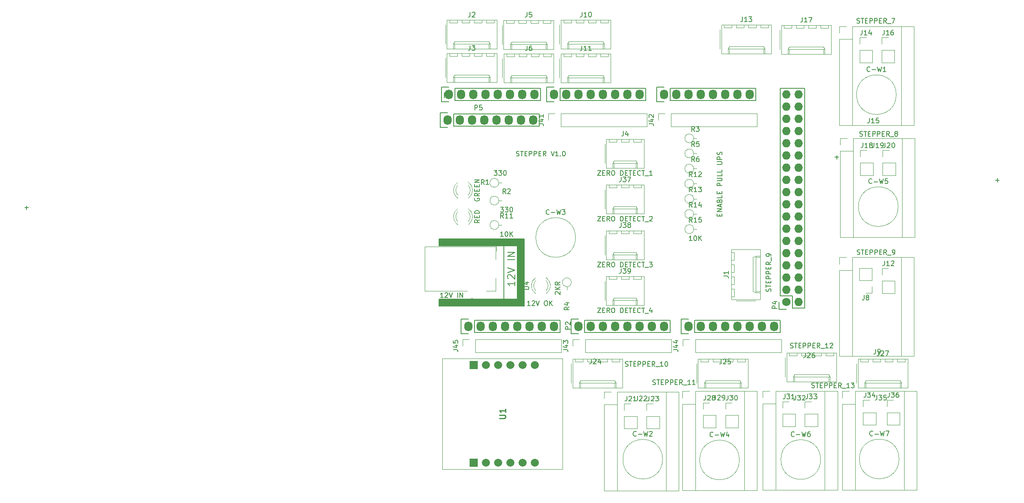
<source format=gbr>
G04 #@! TF.GenerationSoftware,KiCad,Pcbnew,7.0.9*
G04 #@! TF.CreationDate,2023-11-27T11:41:04+10:00*
G04 #@! TF.ProjectId,Front Console Output,46726f6e-7420-4436-9f6e-736f6c65204f,rev?*
G04 #@! TF.SameCoordinates,Original*
G04 #@! TF.FileFunction,Legend,Top*
G04 #@! TF.FilePolarity,Positive*
%FSLAX46Y46*%
G04 Gerber Fmt 4.6, Leading zero omitted, Abs format (unit mm)*
G04 Created by KiCad (PCBNEW 7.0.9) date 2023-11-27 11:41:04*
%MOMM*%
%LPD*%
G01*
G04 APERTURE LIST*
%ADD10C,0.150000*%
%ADD11C,0.254000*%
%ADD12C,0.120000*%
%ADD13C,0.100000*%
%ADD14C,1.727200*%
%ADD15O,1.727200X1.727200*%
%ADD16O,1.727200X2.032000*%
%ADD17R,1.665000X1.665000*%
%ADD18C,1.665000*%
G04 APERTURE END LIST*
D10*
X138675000Y-100949000D02*
X141575000Y-100949000D01*
X141575000Y-114842000D01*
X138675000Y-114842000D01*
X138675000Y-100949000D01*
X125175000Y-113492000D02*
X142875000Y-113492000D01*
X142875000Y-114935000D01*
X125175000Y-114935000D01*
X125175000Y-113492000D01*
G36*
X125175000Y-113492000D02*
G01*
X142875000Y-113492000D01*
X142875000Y-114935000D01*
X125175000Y-114935000D01*
X125175000Y-113492000D01*
G37*
X125175000Y-100945500D02*
X142925000Y-100945500D01*
X142925000Y-102388500D01*
X125175000Y-102388500D01*
X125175000Y-100945500D01*
G36*
X125175000Y-100945500D02*
G01*
X142925000Y-100945500D01*
X142925000Y-102388500D01*
X125175000Y-102388500D01*
X125175000Y-100945500D01*
G37*
X141453500Y-100942000D02*
X142896500Y-100942000D01*
X142896500Y-114842000D01*
X141453500Y-114842000D01*
X141453500Y-100942000D01*
G36*
X141453500Y-100942000D02*
G01*
X142896500Y-100942000D01*
X142896500Y-114842000D01*
X141453500Y-114842000D01*
X141453500Y-100942000D01*
G37*
X183446009Y-96154047D02*
X183446009Y-95820714D01*
X183969819Y-95677857D02*
X183969819Y-96154047D01*
X183969819Y-96154047D02*
X182969819Y-96154047D01*
X182969819Y-96154047D02*
X182969819Y-95677857D01*
X183969819Y-95249285D02*
X182969819Y-95249285D01*
X182969819Y-95249285D02*
X183969819Y-94677857D01*
X183969819Y-94677857D02*
X182969819Y-94677857D01*
X183684104Y-94249285D02*
X183684104Y-93773095D01*
X183969819Y-94344523D02*
X182969819Y-94011190D01*
X182969819Y-94011190D02*
X183969819Y-93677857D01*
X183446009Y-93011190D02*
X183493628Y-92868333D01*
X183493628Y-92868333D02*
X183541247Y-92820714D01*
X183541247Y-92820714D02*
X183636485Y-92773095D01*
X183636485Y-92773095D02*
X183779342Y-92773095D01*
X183779342Y-92773095D02*
X183874580Y-92820714D01*
X183874580Y-92820714D02*
X183922200Y-92868333D01*
X183922200Y-92868333D02*
X183969819Y-92963571D01*
X183969819Y-92963571D02*
X183969819Y-93344523D01*
X183969819Y-93344523D02*
X182969819Y-93344523D01*
X182969819Y-93344523D02*
X182969819Y-93011190D01*
X182969819Y-93011190D02*
X183017438Y-92915952D01*
X183017438Y-92915952D02*
X183065057Y-92868333D01*
X183065057Y-92868333D02*
X183160295Y-92820714D01*
X183160295Y-92820714D02*
X183255533Y-92820714D01*
X183255533Y-92820714D02*
X183350771Y-92868333D01*
X183350771Y-92868333D02*
X183398390Y-92915952D01*
X183398390Y-92915952D02*
X183446009Y-93011190D01*
X183446009Y-93011190D02*
X183446009Y-93344523D01*
X183969819Y-91868333D02*
X183969819Y-92344523D01*
X183969819Y-92344523D02*
X182969819Y-92344523D01*
X183446009Y-91534999D02*
X183446009Y-91201666D01*
X183969819Y-91058809D02*
X183969819Y-91534999D01*
X183969819Y-91534999D02*
X182969819Y-91534999D01*
X182969819Y-91534999D02*
X182969819Y-91058809D01*
X183969819Y-89868332D02*
X182969819Y-89868332D01*
X182969819Y-89868332D02*
X182969819Y-89487380D01*
X182969819Y-89487380D02*
X183017438Y-89392142D01*
X183017438Y-89392142D02*
X183065057Y-89344523D01*
X183065057Y-89344523D02*
X183160295Y-89296904D01*
X183160295Y-89296904D02*
X183303152Y-89296904D01*
X183303152Y-89296904D02*
X183398390Y-89344523D01*
X183398390Y-89344523D02*
X183446009Y-89392142D01*
X183446009Y-89392142D02*
X183493628Y-89487380D01*
X183493628Y-89487380D02*
X183493628Y-89868332D01*
X182969819Y-88868332D02*
X183779342Y-88868332D01*
X183779342Y-88868332D02*
X183874580Y-88820713D01*
X183874580Y-88820713D02*
X183922200Y-88773094D01*
X183922200Y-88773094D02*
X183969819Y-88677856D01*
X183969819Y-88677856D02*
X183969819Y-88487380D01*
X183969819Y-88487380D02*
X183922200Y-88392142D01*
X183922200Y-88392142D02*
X183874580Y-88344523D01*
X183874580Y-88344523D02*
X183779342Y-88296904D01*
X183779342Y-88296904D02*
X182969819Y-88296904D01*
X183969819Y-87344523D02*
X183969819Y-87820713D01*
X183969819Y-87820713D02*
X182969819Y-87820713D01*
X183969819Y-86534999D02*
X183969819Y-87011189D01*
X183969819Y-87011189D02*
X182969819Y-87011189D01*
X182969819Y-85439760D02*
X183779342Y-85439760D01*
X183779342Y-85439760D02*
X183874580Y-85392141D01*
X183874580Y-85392141D02*
X183922200Y-85344522D01*
X183922200Y-85344522D02*
X183969819Y-85249284D01*
X183969819Y-85249284D02*
X183969819Y-85058808D01*
X183969819Y-85058808D02*
X183922200Y-84963570D01*
X183922200Y-84963570D02*
X183874580Y-84915951D01*
X183874580Y-84915951D02*
X183779342Y-84868332D01*
X183779342Y-84868332D02*
X182969819Y-84868332D01*
X183969819Y-84392141D02*
X182969819Y-84392141D01*
X182969819Y-84392141D02*
X182969819Y-84011189D01*
X182969819Y-84011189D02*
X183017438Y-83915951D01*
X183017438Y-83915951D02*
X183065057Y-83868332D01*
X183065057Y-83868332D02*
X183160295Y-83820713D01*
X183160295Y-83820713D02*
X183303152Y-83820713D01*
X183303152Y-83820713D02*
X183398390Y-83868332D01*
X183398390Y-83868332D02*
X183446009Y-83915951D01*
X183446009Y-83915951D02*
X183493628Y-84011189D01*
X183493628Y-84011189D02*
X183493628Y-84392141D01*
X183922200Y-83439760D02*
X183969819Y-83296903D01*
X183969819Y-83296903D02*
X183969819Y-83058808D01*
X183969819Y-83058808D02*
X183922200Y-82963570D01*
X183922200Y-82963570D02*
X183874580Y-82915951D01*
X183874580Y-82915951D02*
X183779342Y-82868332D01*
X183779342Y-82868332D02*
X183684104Y-82868332D01*
X183684104Y-82868332D02*
X183588866Y-82915951D01*
X183588866Y-82915951D02*
X183541247Y-82963570D01*
X183541247Y-82963570D02*
X183493628Y-83058808D01*
X183493628Y-83058808D02*
X183446009Y-83249284D01*
X183446009Y-83249284D02*
X183398390Y-83344522D01*
X183398390Y-83344522D02*
X183350771Y-83392141D01*
X183350771Y-83392141D02*
X183255533Y-83439760D01*
X183255533Y-83439760D02*
X183160295Y-83439760D01*
X183160295Y-83439760D02*
X183065057Y-83392141D01*
X183065057Y-83392141D02*
X183017438Y-83344522D01*
X183017438Y-83344522D02*
X182969819Y-83249284D01*
X182969819Y-83249284D02*
X182969819Y-83011189D01*
X182969819Y-83011189D02*
X183017438Y-82868332D01*
X140911128Y-109784856D02*
X140911128Y-110641999D01*
X140911128Y-110213428D02*
X139411128Y-110213428D01*
X139411128Y-110213428D02*
X139625414Y-110356285D01*
X139625414Y-110356285D02*
X139768271Y-110499142D01*
X139768271Y-110499142D02*
X139839700Y-110641999D01*
X139553985Y-109213428D02*
X139482557Y-109142000D01*
X139482557Y-109142000D02*
X139411128Y-108999143D01*
X139411128Y-108999143D02*
X139411128Y-108642000D01*
X139411128Y-108642000D02*
X139482557Y-108499143D01*
X139482557Y-108499143D02*
X139553985Y-108427714D01*
X139553985Y-108427714D02*
X139696842Y-108356285D01*
X139696842Y-108356285D02*
X139839700Y-108356285D01*
X139839700Y-108356285D02*
X140053985Y-108427714D01*
X140053985Y-108427714D02*
X140911128Y-109284857D01*
X140911128Y-109284857D02*
X140911128Y-108356285D01*
X139411128Y-107927714D02*
X140911128Y-107427714D01*
X140911128Y-107427714D02*
X139411128Y-106927714D01*
X140911128Y-105284858D02*
X139411128Y-105284858D01*
X140911128Y-104570572D02*
X139411128Y-104570572D01*
X139411128Y-104570572D02*
X140911128Y-103713429D01*
X140911128Y-103713429D02*
X139411128Y-103713429D01*
X39529519Y-94838398D02*
X39529519Y-94076494D01*
X39910472Y-94457446D02*
X39148567Y-94457446D01*
X149400057Y-112465713D02*
X149352438Y-112418094D01*
X149352438Y-112418094D02*
X149304819Y-112322856D01*
X149304819Y-112322856D02*
X149304819Y-112084761D01*
X149304819Y-112084761D02*
X149352438Y-111989523D01*
X149352438Y-111989523D02*
X149400057Y-111941904D01*
X149400057Y-111941904D02*
X149495295Y-111894285D01*
X149495295Y-111894285D02*
X149590533Y-111894285D01*
X149590533Y-111894285D02*
X149733390Y-111941904D01*
X149733390Y-111941904D02*
X150304819Y-112513332D01*
X150304819Y-112513332D02*
X150304819Y-111894285D01*
X150304819Y-111465713D02*
X149304819Y-111465713D01*
X150304819Y-110894285D02*
X149733390Y-111322856D01*
X149304819Y-110894285D02*
X149876247Y-111465713D01*
X150304819Y-109894285D02*
X149828628Y-110227618D01*
X150304819Y-110465713D02*
X149304819Y-110465713D01*
X149304819Y-110465713D02*
X149304819Y-110084761D01*
X149304819Y-110084761D02*
X149352438Y-109989523D01*
X149352438Y-109989523D02*
X149400057Y-109941904D01*
X149400057Y-109941904D02*
X149495295Y-109894285D01*
X149495295Y-109894285D02*
X149638152Y-109894285D01*
X149638152Y-109894285D02*
X149733390Y-109941904D01*
X149733390Y-109941904D02*
X149781009Y-109989523D01*
X149781009Y-109989523D02*
X149828628Y-110084761D01*
X149828628Y-110084761D02*
X149828628Y-110465713D01*
X207813485Y-84300951D02*
X207813485Y-83539047D01*
X208194438Y-83919999D02*
X207432533Y-83919999D01*
X126063095Y-113146819D02*
X125491667Y-113146819D01*
X125777381Y-113146819D02*
X125777381Y-112146819D01*
X125777381Y-112146819D02*
X125682143Y-112289676D01*
X125682143Y-112289676D02*
X125586905Y-112384914D01*
X125586905Y-112384914D02*
X125491667Y-112432533D01*
X126444048Y-112242057D02*
X126491667Y-112194438D01*
X126491667Y-112194438D02*
X126586905Y-112146819D01*
X126586905Y-112146819D02*
X126825000Y-112146819D01*
X126825000Y-112146819D02*
X126920238Y-112194438D01*
X126920238Y-112194438D02*
X126967857Y-112242057D01*
X126967857Y-112242057D02*
X127015476Y-112337295D01*
X127015476Y-112337295D02*
X127015476Y-112432533D01*
X127015476Y-112432533D02*
X126967857Y-112575390D01*
X126967857Y-112575390D02*
X126396429Y-113146819D01*
X126396429Y-113146819D02*
X127015476Y-113146819D01*
X127301191Y-112146819D02*
X127634524Y-113146819D01*
X127634524Y-113146819D02*
X127967857Y-112146819D01*
X129063096Y-113146819D02*
X129063096Y-112146819D01*
X129539286Y-113146819D02*
X129539286Y-112146819D01*
X129539286Y-112146819D02*
X130110714Y-113146819D01*
X130110714Y-113146819D02*
X130110714Y-112146819D01*
X132047819Y-113242285D02*
X132047819Y-113813713D01*
X132047819Y-113527999D02*
X131047819Y-113527999D01*
X131047819Y-113527999D02*
X131190676Y-113623237D01*
X131190676Y-113623237D02*
X131285914Y-113718475D01*
X131285914Y-113718475D02*
X131333533Y-113813713D01*
X141259160Y-83642200D02*
X141402017Y-83689819D01*
X141402017Y-83689819D02*
X141640112Y-83689819D01*
X141640112Y-83689819D02*
X141735350Y-83642200D01*
X141735350Y-83642200D02*
X141782969Y-83594580D01*
X141782969Y-83594580D02*
X141830588Y-83499342D01*
X141830588Y-83499342D02*
X141830588Y-83404104D01*
X141830588Y-83404104D02*
X141782969Y-83308866D01*
X141782969Y-83308866D02*
X141735350Y-83261247D01*
X141735350Y-83261247D02*
X141640112Y-83213628D01*
X141640112Y-83213628D02*
X141449636Y-83166009D01*
X141449636Y-83166009D02*
X141354398Y-83118390D01*
X141354398Y-83118390D02*
X141306779Y-83070771D01*
X141306779Y-83070771D02*
X141259160Y-82975533D01*
X141259160Y-82975533D02*
X141259160Y-82880295D01*
X141259160Y-82880295D02*
X141306779Y-82785057D01*
X141306779Y-82785057D02*
X141354398Y-82737438D01*
X141354398Y-82737438D02*
X141449636Y-82689819D01*
X141449636Y-82689819D02*
X141687731Y-82689819D01*
X141687731Y-82689819D02*
X141830588Y-82737438D01*
X142116303Y-82689819D02*
X142687731Y-82689819D01*
X142402017Y-83689819D02*
X142402017Y-82689819D01*
X143021065Y-83166009D02*
X143354398Y-83166009D01*
X143497255Y-83689819D02*
X143021065Y-83689819D01*
X143021065Y-83689819D02*
X143021065Y-82689819D01*
X143021065Y-82689819D02*
X143497255Y-82689819D01*
X143925827Y-83689819D02*
X143925827Y-82689819D01*
X143925827Y-82689819D02*
X144306779Y-82689819D01*
X144306779Y-82689819D02*
X144402017Y-82737438D01*
X144402017Y-82737438D02*
X144449636Y-82785057D01*
X144449636Y-82785057D02*
X144497255Y-82880295D01*
X144497255Y-82880295D02*
X144497255Y-83023152D01*
X144497255Y-83023152D02*
X144449636Y-83118390D01*
X144449636Y-83118390D02*
X144402017Y-83166009D01*
X144402017Y-83166009D02*
X144306779Y-83213628D01*
X144306779Y-83213628D02*
X143925827Y-83213628D01*
X144925827Y-83689819D02*
X144925827Y-82689819D01*
X144925827Y-82689819D02*
X145306779Y-82689819D01*
X145306779Y-82689819D02*
X145402017Y-82737438D01*
X145402017Y-82737438D02*
X145449636Y-82785057D01*
X145449636Y-82785057D02*
X145497255Y-82880295D01*
X145497255Y-82880295D02*
X145497255Y-83023152D01*
X145497255Y-83023152D02*
X145449636Y-83118390D01*
X145449636Y-83118390D02*
X145402017Y-83166009D01*
X145402017Y-83166009D02*
X145306779Y-83213628D01*
X145306779Y-83213628D02*
X144925827Y-83213628D01*
X145925827Y-83166009D02*
X146259160Y-83166009D01*
X146402017Y-83689819D02*
X145925827Y-83689819D01*
X145925827Y-83689819D02*
X145925827Y-82689819D01*
X145925827Y-82689819D02*
X146402017Y-82689819D01*
X147402017Y-83689819D02*
X147068684Y-83213628D01*
X146830589Y-83689819D02*
X146830589Y-82689819D01*
X146830589Y-82689819D02*
X147211541Y-82689819D01*
X147211541Y-82689819D02*
X147306779Y-82737438D01*
X147306779Y-82737438D02*
X147354398Y-82785057D01*
X147354398Y-82785057D02*
X147402017Y-82880295D01*
X147402017Y-82880295D02*
X147402017Y-83023152D01*
X147402017Y-83023152D02*
X147354398Y-83118390D01*
X147354398Y-83118390D02*
X147306779Y-83166009D01*
X147306779Y-83166009D02*
X147211541Y-83213628D01*
X147211541Y-83213628D02*
X146830589Y-83213628D01*
X148449637Y-82689819D02*
X148782970Y-83689819D01*
X148782970Y-83689819D02*
X149116303Y-82689819D01*
X149973446Y-83689819D02*
X149402018Y-83689819D01*
X149687732Y-83689819D02*
X149687732Y-82689819D01*
X149687732Y-82689819D02*
X149592494Y-82832676D01*
X149592494Y-82832676D02*
X149497256Y-82927914D01*
X149497256Y-82927914D02*
X149402018Y-82975533D01*
X150402018Y-83594580D02*
X150449637Y-83642200D01*
X150449637Y-83642200D02*
X150402018Y-83689819D01*
X150402018Y-83689819D02*
X150354399Y-83642200D01*
X150354399Y-83642200D02*
X150402018Y-83594580D01*
X150402018Y-83594580D02*
X150402018Y-83689819D01*
X151068684Y-82689819D02*
X151163922Y-82689819D01*
X151163922Y-82689819D02*
X151259160Y-82737438D01*
X151259160Y-82737438D02*
X151306779Y-82785057D01*
X151306779Y-82785057D02*
X151354398Y-82880295D01*
X151354398Y-82880295D02*
X151402017Y-83070771D01*
X151402017Y-83070771D02*
X151402017Y-83308866D01*
X151402017Y-83308866D02*
X151354398Y-83499342D01*
X151354398Y-83499342D02*
X151306779Y-83594580D01*
X151306779Y-83594580D02*
X151259160Y-83642200D01*
X151259160Y-83642200D02*
X151163922Y-83689819D01*
X151163922Y-83689819D02*
X151068684Y-83689819D01*
X151068684Y-83689819D02*
X150973446Y-83642200D01*
X150973446Y-83642200D02*
X150925827Y-83594580D01*
X150925827Y-83594580D02*
X150878208Y-83499342D01*
X150878208Y-83499342D02*
X150830589Y-83308866D01*
X150830589Y-83308866D02*
X150830589Y-83070771D01*
X150830589Y-83070771D02*
X150878208Y-82880295D01*
X150878208Y-82880295D02*
X150925827Y-82785057D01*
X150925827Y-82785057D02*
X150973446Y-82737438D01*
X150973446Y-82737438D02*
X151068684Y-82689819D01*
X241173485Y-89100951D02*
X241173485Y-88339047D01*
X241554438Y-88719999D02*
X240792533Y-88719999D01*
X144126190Y-114804819D02*
X143554762Y-114804819D01*
X143840476Y-114804819D02*
X143840476Y-113804819D01*
X143840476Y-113804819D02*
X143745238Y-113947676D01*
X143745238Y-113947676D02*
X143650000Y-114042914D01*
X143650000Y-114042914D02*
X143554762Y-114090533D01*
X144507143Y-113900057D02*
X144554762Y-113852438D01*
X144554762Y-113852438D02*
X144650000Y-113804819D01*
X144650000Y-113804819D02*
X144888095Y-113804819D01*
X144888095Y-113804819D02*
X144983333Y-113852438D01*
X144983333Y-113852438D02*
X145030952Y-113900057D01*
X145030952Y-113900057D02*
X145078571Y-113995295D01*
X145078571Y-113995295D02*
X145078571Y-114090533D01*
X145078571Y-114090533D02*
X145030952Y-114233390D01*
X145030952Y-114233390D02*
X144459524Y-114804819D01*
X144459524Y-114804819D02*
X145078571Y-114804819D01*
X145364286Y-113804819D02*
X145697619Y-114804819D01*
X145697619Y-114804819D02*
X146030952Y-113804819D01*
X147316667Y-113804819D02*
X147507143Y-113804819D01*
X147507143Y-113804819D02*
X147602381Y-113852438D01*
X147602381Y-113852438D02*
X147697619Y-113947676D01*
X147697619Y-113947676D02*
X147745238Y-114138152D01*
X147745238Y-114138152D02*
X147745238Y-114471485D01*
X147745238Y-114471485D02*
X147697619Y-114661961D01*
X147697619Y-114661961D02*
X147602381Y-114757200D01*
X147602381Y-114757200D02*
X147507143Y-114804819D01*
X147507143Y-114804819D02*
X147316667Y-114804819D01*
X147316667Y-114804819D02*
X147221429Y-114757200D01*
X147221429Y-114757200D02*
X147126191Y-114661961D01*
X147126191Y-114661961D02*
X147078572Y-114471485D01*
X147078572Y-114471485D02*
X147078572Y-114138152D01*
X147078572Y-114138152D02*
X147126191Y-113947676D01*
X147126191Y-113947676D02*
X147221429Y-113852438D01*
X147221429Y-113852438D02*
X147316667Y-113804819D01*
X148173810Y-114804819D02*
X148173810Y-113804819D01*
X148745238Y-114804819D02*
X148316667Y-114233390D01*
X148745238Y-113804819D02*
X148173810Y-114376247D01*
X195399819Y-115419094D02*
X194399819Y-115419094D01*
X194399819Y-115419094D02*
X194399819Y-115038142D01*
X194399819Y-115038142D02*
X194447438Y-114942904D01*
X194447438Y-114942904D02*
X194495057Y-114895285D01*
X194495057Y-114895285D02*
X194590295Y-114847666D01*
X194590295Y-114847666D02*
X194733152Y-114847666D01*
X194733152Y-114847666D02*
X194828390Y-114895285D01*
X194828390Y-114895285D02*
X194876009Y-114942904D01*
X194876009Y-114942904D02*
X194923628Y-115038142D01*
X194923628Y-115038142D02*
X194923628Y-115419094D01*
X194733152Y-113990523D02*
X195399819Y-113990523D01*
X194352200Y-114228618D02*
X195066485Y-114466713D01*
X195066485Y-114466713D02*
X195066485Y-113847666D01*
X132611905Y-74114819D02*
X132611905Y-73114819D01*
X132611905Y-73114819D02*
X132992857Y-73114819D01*
X132992857Y-73114819D02*
X133088095Y-73162438D01*
X133088095Y-73162438D02*
X133135714Y-73210057D01*
X133135714Y-73210057D02*
X133183333Y-73305295D01*
X133183333Y-73305295D02*
X133183333Y-73448152D01*
X133183333Y-73448152D02*
X133135714Y-73543390D01*
X133135714Y-73543390D02*
X133088095Y-73591009D01*
X133088095Y-73591009D02*
X132992857Y-73638628D01*
X132992857Y-73638628D02*
X132611905Y-73638628D01*
X134088095Y-73114819D02*
X133611905Y-73114819D01*
X133611905Y-73114819D02*
X133564286Y-73591009D01*
X133564286Y-73591009D02*
X133611905Y-73543390D01*
X133611905Y-73543390D02*
X133707143Y-73495771D01*
X133707143Y-73495771D02*
X133945238Y-73495771D01*
X133945238Y-73495771D02*
X134040476Y-73543390D01*
X134040476Y-73543390D02*
X134088095Y-73591009D01*
X134088095Y-73591009D02*
X134135714Y-73686247D01*
X134135714Y-73686247D02*
X134135714Y-73924342D01*
X134135714Y-73924342D02*
X134088095Y-74019580D01*
X134088095Y-74019580D02*
X134040476Y-74067200D01*
X134040476Y-74067200D02*
X133945238Y-74114819D01*
X133945238Y-74114819D02*
X133707143Y-74114819D01*
X133707143Y-74114819D02*
X133611905Y-74067200D01*
X133611905Y-74067200D02*
X133564286Y-74019580D01*
X132637438Y-92476666D02*
X132589819Y-92571904D01*
X132589819Y-92571904D02*
X132589819Y-92714761D01*
X132589819Y-92714761D02*
X132637438Y-92857618D01*
X132637438Y-92857618D02*
X132732676Y-92952856D01*
X132732676Y-92952856D02*
X132827914Y-93000475D01*
X132827914Y-93000475D02*
X133018390Y-93048094D01*
X133018390Y-93048094D02*
X133161247Y-93048094D01*
X133161247Y-93048094D02*
X133351723Y-93000475D01*
X133351723Y-93000475D02*
X133446961Y-92952856D01*
X133446961Y-92952856D02*
X133542200Y-92857618D01*
X133542200Y-92857618D02*
X133589819Y-92714761D01*
X133589819Y-92714761D02*
X133589819Y-92619523D01*
X133589819Y-92619523D02*
X133542200Y-92476666D01*
X133542200Y-92476666D02*
X133494580Y-92429047D01*
X133494580Y-92429047D02*
X133161247Y-92429047D01*
X133161247Y-92429047D02*
X133161247Y-92619523D01*
X133589819Y-91429047D02*
X133113628Y-91762380D01*
X133589819Y-92000475D02*
X132589819Y-92000475D01*
X132589819Y-92000475D02*
X132589819Y-91619523D01*
X132589819Y-91619523D02*
X132637438Y-91524285D01*
X132637438Y-91524285D02*
X132685057Y-91476666D01*
X132685057Y-91476666D02*
X132780295Y-91429047D01*
X132780295Y-91429047D02*
X132923152Y-91429047D01*
X132923152Y-91429047D02*
X133018390Y-91476666D01*
X133018390Y-91476666D02*
X133066009Y-91524285D01*
X133066009Y-91524285D02*
X133113628Y-91619523D01*
X133113628Y-91619523D02*
X133113628Y-92000475D01*
X133066009Y-91000475D02*
X133066009Y-90667142D01*
X133589819Y-90524285D02*
X133589819Y-91000475D01*
X133589819Y-91000475D02*
X132589819Y-91000475D01*
X132589819Y-91000475D02*
X132589819Y-90524285D01*
X133066009Y-90095713D02*
X133066009Y-89762380D01*
X133589819Y-89619523D02*
X133589819Y-90095713D01*
X133589819Y-90095713D02*
X132589819Y-90095713D01*
X132589819Y-90095713D02*
X132589819Y-89619523D01*
X133589819Y-89190951D02*
X132589819Y-89190951D01*
X132589819Y-89190951D02*
X133589819Y-88619523D01*
X133589819Y-88619523D02*
X132589819Y-88619523D01*
X133589819Y-96952857D02*
X133113628Y-97286190D01*
X133589819Y-97524285D02*
X132589819Y-97524285D01*
X132589819Y-97524285D02*
X132589819Y-97143333D01*
X132589819Y-97143333D02*
X132637438Y-97048095D01*
X132637438Y-97048095D02*
X132685057Y-97000476D01*
X132685057Y-97000476D02*
X132780295Y-96952857D01*
X132780295Y-96952857D02*
X132923152Y-96952857D01*
X132923152Y-96952857D02*
X133018390Y-97000476D01*
X133018390Y-97000476D02*
X133066009Y-97048095D01*
X133066009Y-97048095D02*
X133113628Y-97143333D01*
X133113628Y-97143333D02*
X133113628Y-97524285D01*
X133066009Y-96524285D02*
X133066009Y-96190952D01*
X133589819Y-96048095D02*
X133589819Y-96524285D01*
X133589819Y-96524285D02*
X132589819Y-96524285D01*
X132589819Y-96524285D02*
X132589819Y-96048095D01*
X133589819Y-95619523D02*
X132589819Y-95619523D01*
X132589819Y-95619523D02*
X132589819Y-95381428D01*
X132589819Y-95381428D02*
X132637438Y-95238571D01*
X132637438Y-95238571D02*
X132732676Y-95143333D01*
X132732676Y-95143333D02*
X132827914Y-95095714D01*
X132827914Y-95095714D02*
X133018390Y-95048095D01*
X133018390Y-95048095D02*
X133161247Y-95048095D01*
X133161247Y-95048095D02*
X133351723Y-95095714D01*
X133351723Y-95095714D02*
X133446961Y-95143333D01*
X133446961Y-95143333D02*
X133542200Y-95238571D01*
X133542200Y-95238571D02*
X133589819Y-95381428D01*
X133589819Y-95381428D02*
X133589819Y-95619523D01*
X134568333Y-89609819D02*
X134235000Y-89133628D01*
X133996905Y-89609819D02*
X133996905Y-88609819D01*
X133996905Y-88609819D02*
X134377857Y-88609819D01*
X134377857Y-88609819D02*
X134473095Y-88657438D01*
X134473095Y-88657438D02*
X134520714Y-88705057D01*
X134520714Y-88705057D02*
X134568333Y-88800295D01*
X134568333Y-88800295D02*
X134568333Y-88943152D01*
X134568333Y-88943152D02*
X134520714Y-89038390D01*
X134520714Y-89038390D02*
X134473095Y-89086009D01*
X134473095Y-89086009D02*
X134377857Y-89133628D01*
X134377857Y-89133628D02*
X133996905Y-89133628D01*
X135520714Y-89609819D02*
X134949286Y-89609819D01*
X135235000Y-89609819D02*
X135235000Y-88609819D01*
X135235000Y-88609819D02*
X135139762Y-88752676D01*
X135139762Y-88752676D02*
X135044524Y-88847914D01*
X135044524Y-88847914D02*
X134949286Y-88895533D01*
X136624286Y-86704819D02*
X137243333Y-86704819D01*
X137243333Y-86704819D02*
X136910000Y-87085771D01*
X136910000Y-87085771D02*
X137052857Y-87085771D01*
X137052857Y-87085771D02*
X137148095Y-87133390D01*
X137148095Y-87133390D02*
X137195714Y-87181009D01*
X137195714Y-87181009D02*
X137243333Y-87276247D01*
X137243333Y-87276247D02*
X137243333Y-87514342D01*
X137243333Y-87514342D02*
X137195714Y-87609580D01*
X137195714Y-87609580D02*
X137148095Y-87657200D01*
X137148095Y-87657200D02*
X137052857Y-87704819D01*
X137052857Y-87704819D02*
X136767143Y-87704819D01*
X136767143Y-87704819D02*
X136671905Y-87657200D01*
X136671905Y-87657200D02*
X136624286Y-87609580D01*
X137576667Y-86704819D02*
X138195714Y-86704819D01*
X138195714Y-86704819D02*
X137862381Y-87085771D01*
X137862381Y-87085771D02*
X138005238Y-87085771D01*
X138005238Y-87085771D02*
X138100476Y-87133390D01*
X138100476Y-87133390D02*
X138148095Y-87181009D01*
X138148095Y-87181009D02*
X138195714Y-87276247D01*
X138195714Y-87276247D02*
X138195714Y-87514342D01*
X138195714Y-87514342D02*
X138148095Y-87609580D01*
X138148095Y-87609580D02*
X138100476Y-87657200D01*
X138100476Y-87657200D02*
X138005238Y-87704819D01*
X138005238Y-87704819D02*
X137719524Y-87704819D01*
X137719524Y-87704819D02*
X137624286Y-87657200D01*
X137624286Y-87657200D02*
X137576667Y-87609580D01*
X138814762Y-86704819D02*
X138910000Y-86704819D01*
X138910000Y-86704819D02*
X139005238Y-86752438D01*
X139005238Y-86752438D02*
X139052857Y-86800057D01*
X139052857Y-86800057D02*
X139100476Y-86895295D01*
X139100476Y-86895295D02*
X139148095Y-87085771D01*
X139148095Y-87085771D02*
X139148095Y-87323866D01*
X139148095Y-87323866D02*
X139100476Y-87514342D01*
X139100476Y-87514342D02*
X139052857Y-87609580D01*
X139052857Y-87609580D02*
X139005238Y-87657200D01*
X139005238Y-87657200D02*
X138910000Y-87704819D01*
X138910000Y-87704819D02*
X138814762Y-87704819D01*
X138814762Y-87704819D02*
X138719524Y-87657200D01*
X138719524Y-87657200D02*
X138671905Y-87609580D01*
X138671905Y-87609580D02*
X138624286Y-87514342D01*
X138624286Y-87514342D02*
X138576667Y-87323866D01*
X138576667Y-87323866D02*
X138576667Y-87085771D01*
X138576667Y-87085771D02*
X138624286Y-86895295D01*
X138624286Y-86895295D02*
X138671905Y-86800057D01*
X138671905Y-86800057D02*
X138719524Y-86752438D01*
X138719524Y-86752438D02*
X138814762Y-86704819D01*
X168840476Y-133669819D02*
X168840476Y-134384104D01*
X168840476Y-134384104D02*
X168792857Y-134526961D01*
X168792857Y-134526961D02*
X168697619Y-134622200D01*
X168697619Y-134622200D02*
X168554762Y-134669819D01*
X168554762Y-134669819D02*
X168459524Y-134669819D01*
X169269048Y-133765057D02*
X169316667Y-133717438D01*
X169316667Y-133717438D02*
X169411905Y-133669819D01*
X169411905Y-133669819D02*
X169650000Y-133669819D01*
X169650000Y-133669819D02*
X169745238Y-133717438D01*
X169745238Y-133717438D02*
X169792857Y-133765057D01*
X169792857Y-133765057D02*
X169840476Y-133860295D01*
X169840476Y-133860295D02*
X169840476Y-133955533D01*
X169840476Y-133955533D02*
X169792857Y-134098390D01*
X169792857Y-134098390D02*
X169221429Y-134669819D01*
X169221429Y-134669819D02*
X169840476Y-134669819D01*
X170173810Y-133669819D02*
X170792857Y-133669819D01*
X170792857Y-133669819D02*
X170459524Y-134050771D01*
X170459524Y-134050771D02*
X170602381Y-134050771D01*
X170602381Y-134050771D02*
X170697619Y-134098390D01*
X170697619Y-134098390D02*
X170745238Y-134146009D01*
X170745238Y-134146009D02*
X170792857Y-134241247D01*
X170792857Y-134241247D02*
X170792857Y-134479342D01*
X170792857Y-134479342D02*
X170745238Y-134574580D01*
X170745238Y-134574580D02*
X170697619Y-134622200D01*
X170697619Y-134622200D02*
X170602381Y-134669819D01*
X170602381Y-134669819D02*
X170316667Y-134669819D01*
X170316667Y-134669819D02*
X170221429Y-134622200D01*
X170221429Y-134622200D02*
X170173810Y-134574580D01*
X143844819Y-111393094D02*
X142844819Y-111393094D01*
X142844819Y-111393094D02*
X142844819Y-111154999D01*
X142844819Y-111154999D02*
X142892438Y-111012142D01*
X142892438Y-111012142D02*
X142987676Y-110916904D01*
X142987676Y-110916904D02*
X143082914Y-110869285D01*
X143082914Y-110869285D02*
X143273390Y-110821666D01*
X143273390Y-110821666D02*
X143416247Y-110821666D01*
X143416247Y-110821666D02*
X143606723Y-110869285D01*
X143606723Y-110869285D02*
X143701961Y-110916904D01*
X143701961Y-110916904D02*
X143797200Y-111012142D01*
X143797200Y-111012142D02*
X143844819Y-111154999D01*
X143844819Y-111154999D02*
X143844819Y-111393094D01*
X143178152Y-109964523D02*
X143844819Y-109964523D01*
X142797200Y-110202618D02*
X143511485Y-110440713D01*
X143511485Y-110440713D02*
X143511485Y-109821666D01*
X178268333Y-84844819D02*
X177935000Y-84368628D01*
X177696905Y-84844819D02*
X177696905Y-83844819D01*
X177696905Y-83844819D02*
X178077857Y-83844819D01*
X178077857Y-83844819D02*
X178173095Y-83892438D01*
X178173095Y-83892438D02*
X178220714Y-83940057D01*
X178220714Y-83940057D02*
X178268333Y-84035295D01*
X178268333Y-84035295D02*
X178268333Y-84178152D01*
X178268333Y-84178152D02*
X178220714Y-84273390D01*
X178220714Y-84273390D02*
X178173095Y-84321009D01*
X178173095Y-84321009D02*
X178077857Y-84368628D01*
X178077857Y-84368628D02*
X177696905Y-84368628D01*
X179125476Y-83844819D02*
X178935000Y-83844819D01*
X178935000Y-83844819D02*
X178839762Y-83892438D01*
X178839762Y-83892438D02*
X178792143Y-83940057D01*
X178792143Y-83940057D02*
X178696905Y-84082914D01*
X178696905Y-84082914D02*
X178649286Y-84273390D01*
X178649286Y-84273390D02*
X178649286Y-84654342D01*
X178649286Y-84654342D02*
X178696905Y-84749580D01*
X178696905Y-84749580D02*
X178744524Y-84797200D01*
X178744524Y-84797200D02*
X178839762Y-84844819D01*
X178839762Y-84844819D02*
X179030238Y-84844819D01*
X179030238Y-84844819D02*
X179125476Y-84797200D01*
X179125476Y-84797200D02*
X179173095Y-84749580D01*
X179173095Y-84749580D02*
X179220714Y-84654342D01*
X179220714Y-84654342D02*
X179220714Y-84416247D01*
X179220714Y-84416247D02*
X179173095Y-84321009D01*
X179173095Y-84321009D02*
X179125476Y-84273390D01*
X179125476Y-84273390D02*
X179030238Y-84225771D01*
X179030238Y-84225771D02*
X178839762Y-84225771D01*
X178839762Y-84225771D02*
X178744524Y-84273390D01*
X178744524Y-84273390D02*
X178696905Y-84321009D01*
X178696905Y-84321009D02*
X178649286Y-84416247D01*
X201700476Y-133224819D02*
X201700476Y-133939104D01*
X201700476Y-133939104D02*
X201652857Y-134081961D01*
X201652857Y-134081961D02*
X201557619Y-134177200D01*
X201557619Y-134177200D02*
X201414762Y-134224819D01*
X201414762Y-134224819D02*
X201319524Y-134224819D01*
X202081429Y-133224819D02*
X202700476Y-133224819D01*
X202700476Y-133224819D02*
X202367143Y-133605771D01*
X202367143Y-133605771D02*
X202510000Y-133605771D01*
X202510000Y-133605771D02*
X202605238Y-133653390D01*
X202605238Y-133653390D02*
X202652857Y-133701009D01*
X202652857Y-133701009D02*
X202700476Y-133796247D01*
X202700476Y-133796247D02*
X202700476Y-134034342D01*
X202700476Y-134034342D02*
X202652857Y-134129580D01*
X202652857Y-134129580D02*
X202605238Y-134177200D01*
X202605238Y-134177200D02*
X202510000Y-134224819D01*
X202510000Y-134224819D02*
X202224286Y-134224819D01*
X202224286Y-134224819D02*
X202129048Y-134177200D01*
X202129048Y-134177200D02*
X202081429Y-134129580D01*
X203033810Y-133224819D02*
X203652857Y-133224819D01*
X203652857Y-133224819D02*
X203319524Y-133605771D01*
X203319524Y-133605771D02*
X203462381Y-133605771D01*
X203462381Y-133605771D02*
X203557619Y-133653390D01*
X203557619Y-133653390D02*
X203605238Y-133701009D01*
X203605238Y-133701009D02*
X203652857Y-133796247D01*
X203652857Y-133796247D02*
X203652857Y-134034342D01*
X203652857Y-134034342D02*
X203605238Y-134129580D01*
X203605238Y-134129580D02*
X203557619Y-134177200D01*
X203557619Y-134177200D02*
X203462381Y-134224819D01*
X203462381Y-134224819D02*
X203176667Y-134224819D01*
X203176667Y-134224819D02*
X203081429Y-134177200D01*
X203081429Y-134177200D02*
X203033810Y-134129580D01*
X168769819Y-77009523D02*
X169484104Y-77009523D01*
X169484104Y-77009523D02*
X169626961Y-77057142D01*
X169626961Y-77057142D02*
X169722200Y-77152380D01*
X169722200Y-77152380D02*
X169769819Y-77295237D01*
X169769819Y-77295237D02*
X169769819Y-77390475D01*
X169103152Y-76104761D02*
X169769819Y-76104761D01*
X168722200Y-76342856D02*
X169436485Y-76580951D01*
X169436485Y-76580951D02*
X169436485Y-75961904D01*
X168865057Y-75628570D02*
X168817438Y-75580951D01*
X168817438Y-75580951D02*
X168769819Y-75485713D01*
X168769819Y-75485713D02*
X168769819Y-75247618D01*
X168769819Y-75247618D02*
X168817438Y-75152380D01*
X168817438Y-75152380D02*
X168865057Y-75104761D01*
X168865057Y-75104761D02*
X168960295Y-75057142D01*
X168960295Y-75057142D02*
X169055533Y-75057142D01*
X169055533Y-75057142D02*
X169198390Y-75104761D01*
X169198390Y-75104761D02*
X169769819Y-75676189D01*
X169769819Y-75676189D02*
X169769819Y-75057142D01*
X185200476Y-133489819D02*
X185200476Y-134204104D01*
X185200476Y-134204104D02*
X185152857Y-134346961D01*
X185152857Y-134346961D02*
X185057619Y-134442200D01*
X185057619Y-134442200D02*
X184914762Y-134489819D01*
X184914762Y-134489819D02*
X184819524Y-134489819D01*
X185581429Y-133489819D02*
X186200476Y-133489819D01*
X186200476Y-133489819D02*
X185867143Y-133870771D01*
X185867143Y-133870771D02*
X186010000Y-133870771D01*
X186010000Y-133870771D02*
X186105238Y-133918390D01*
X186105238Y-133918390D02*
X186152857Y-133966009D01*
X186152857Y-133966009D02*
X186200476Y-134061247D01*
X186200476Y-134061247D02*
X186200476Y-134299342D01*
X186200476Y-134299342D02*
X186152857Y-134394580D01*
X186152857Y-134394580D02*
X186105238Y-134442200D01*
X186105238Y-134442200D02*
X186010000Y-134489819D01*
X186010000Y-134489819D02*
X185724286Y-134489819D01*
X185724286Y-134489819D02*
X185629048Y-134442200D01*
X185629048Y-134442200D02*
X185581429Y-134394580D01*
X186819524Y-133489819D02*
X186914762Y-133489819D01*
X186914762Y-133489819D02*
X187010000Y-133537438D01*
X187010000Y-133537438D02*
X187057619Y-133585057D01*
X187057619Y-133585057D02*
X187105238Y-133680295D01*
X187105238Y-133680295D02*
X187152857Y-133870771D01*
X187152857Y-133870771D02*
X187152857Y-134108866D01*
X187152857Y-134108866D02*
X187105238Y-134299342D01*
X187105238Y-134299342D02*
X187057619Y-134394580D01*
X187057619Y-134394580D02*
X187010000Y-134442200D01*
X187010000Y-134442200D02*
X186914762Y-134489819D01*
X186914762Y-134489819D02*
X186819524Y-134489819D01*
X186819524Y-134489819D02*
X186724286Y-134442200D01*
X186724286Y-134442200D02*
X186676667Y-134394580D01*
X186676667Y-134394580D02*
X186629048Y-134299342D01*
X186629048Y-134299342D02*
X186581429Y-134108866D01*
X186581429Y-134108866D02*
X186581429Y-133870771D01*
X186581429Y-133870771D02*
X186629048Y-133680295D01*
X186629048Y-133680295D02*
X186676667Y-133585057D01*
X186676667Y-133585057D02*
X186724286Y-133537438D01*
X186724286Y-133537438D02*
X186819524Y-133489819D01*
X163020476Y-88044819D02*
X163020476Y-88759104D01*
X163020476Y-88759104D02*
X162972857Y-88901961D01*
X162972857Y-88901961D02*
X162877619Y-88997200D01*
X162877619Y-88997200D02*
X162734762Y-89044819D01*
X162734762Y-89044819D02*
X162639524Y-89044819D01*
X163401429Y-88044819D02*
X164020476Y-88044819D01*
X164020476Y-88044819D02*
X163687143Y-88425771D01*
X163687143Y-88425771D02*
X163830000Y-88425771D01*
X163830000Y-88425771D02*
X163925238Y-88473390D01*
X163925238Y-88473390D02*
X163972857Y-88521009D01*
X163972857Y-88521009D02*
X164020476Y-88616247D01*
X164020476Y-88616247D02*
X164020476Y-88854342D01*
X164020476Y-88854342D02*
X163972857Y-88949580D01*
X163972857Y-88949580D02*
X163925238Y-88997200D01*
X163925238Y-88997200D02*
X163830000Y-89044819D01*
X163830000Y-89044819D02*
X163544286Y-89044819D01*
X163544286Y-89044819D02*
X163449048Y-88997200D01*
X163449048Y-88997200D02*
X163401429Y-88949580D01*
X164353810Y-88044819D02*
X165020476Y-88044819D01*
X165020476Y-88044819D02*
X164591905Y-89044819D01*
X158115714Y-96244819D02*
X158782380Y-96244819D01*
X158782380Y-96244819D02*
X158115714Y-97244819D01*
X158115714Y-97244819D02*
X158782380Y-97244819D01*
X159163333Y-96721009D02*
X159496666Y-96721009D01*
X159639523Y-97244819D02*
X159163333Y-97244819D01*
X159163333Y-97244819D02*
X159163333Y-96244819D01*
X159163333Y-96244819D02*
X159639523Y-96244819D01*
X160639523Y-97244819D02*
X160306190Y-96768628D01*
X160068095Y-97244819D02*
X160068095Y-96244819D01*
X160068095Y-96244819D02*
X160449047Y-96244819D01*
X160449047Y-96244819D02*
X160544285Y-96292438D01*
X160544285Y-96292438D02*
X160591904Y-96340057D01*
X160591904Y-96340057D02*
X160639523Y-96435295D01*
X160639523Y-96435295D02*
X160639523Y-96578152D01*
X160639523Y-96578152D02*
X160591904Y-96673390D01*
X160591904Y-96673390D02*
X160544285Y-96721009D01*
X160544285Y-96721009D02*
X160449047Y-96768628D01*
X160449047Y-96768628D02*
X160068095Y-96768628D01*
X161258571Y-96244819D02*
X161449047Y-96244819D01*
X161449047Y-96244819D02*
X161544285Y-96292438D01*
X161544285Y-96292438D02*
X161639523Y-96387676D01*
X161639523Y-96387676D02*
X161687142Y-96578152D01*
X161687142Y-96578152D02*
X161687142Y-96911485D01*
X161687142Y-96911485D02*
X161639523Y-97101961D01*
X161639523Y-97101961D02*
X161544285Y-97197200D01*
X161544285Y-97197200D02*
X161449047Y-97244819D01*
X161449047Y-97244819D02*
X161258571Y-97244819D01*
X161258571Y-97244819D02*
X161163333Y-97197200D01*
X161163333Y-97197200D02*
X161068095Y-97101961D01*
X161068095Y-97101961D02*
X161020476Y-96911485D01*
X161020476Y-96911485D02*
X161020476Y-96578152D01*
X161020476Y-96578152D02*
X161068095Y-96387676D01*
X161068095Y-96387676D02*
X161163333Y-96292438D01*
X161163333Y-96292438D02*
X161258571Y-96244819D01*
X162877619Y-97244819D02*
X162877619Y-96244819D01*
X162877619Y-96244819D02*
X163115714Y-96244819D01*
X163115714Y-96244819D02*
X163258571Y-96292438D01*
X163258571Y-96292438D02*
X163353809Y-96387676D01*
X163353809Y-96387676D02*
X163401428Y-96482914D01*
X163401428Y-96482914D02*
X163449047Y-96673390D01*
X163449047Y-96673390D02*
X163449047Y-96816247D01*
X163449047Y-96816247D02*
X163401428Y-97006723D01*
X163401428Y-97006723D02*
X163353809Y-97101961D01*
X163353809Y-97101961D02*
X163258571Y-97197200D01*
X163258571Y-97197200D02*
X163115714Y-97244819D01*
X163115714Y-97244819D02*
X162877619Y-97244819D01*
X163877619Y-96721009D02*
X164210952Y-96721009D01*
X164353809Y-97244819D02*
X163877619Y-97244819D01*
X163877619Y-97244819D02*
X163877619Y-96244819D01*
X163877619Y-96244819D02*
X164353809Y-96244819D01*
X164639524Y-96244819D02*
X165210952Y-96244819D01*
X164925238Y-97244819D02*
X164925238Y-96244819D01*
X165544286Y-96721009D02*
X165877619Y-96721009D01*
X166020476Y-97244819D02*
X165544286Y-97244819D01*
X165544286Y-97244819D02*
X165544286Y-96244819D01*
X165544286Y-96244819D02*
X166020476Y-96244819D01*
X167020476Y-97149580D02*
X166972857Y-97197200D01*
X166972857Y-97197200D02*
X166830000Y-97244819D01*
X166830000Y-97244819D02*
X166734762Y-97244819D01*
X166734762Y-97244819D02*
X166591905Y-97197200D01*
X166591905Y-97197200D02*
X166496667Y-97101961D01*
X166496667Y-97101961D02*
X166449048Y-97006723D01*
X166449048Y-97006723D02*
X166401429Y-96816247D01*
X166401429Y-96816247D02*
X166401429Y-96673390D01*
X166401429Y-96673390D02*
X166449048Y-96482914D01*
X166449048Y-96482914D02*
X166496667Y-96387676D01*
X166496667Y-96387676D02*
X166591905Y-96292438D01*
X166591905Y-96292438D02*
X166734762Y-96244819D01*
X166734762Y-96244819D02*
X166830000Y-96244819D01*
X166830000Y-96244819D02*
X166972857Y-96292438D01*
X166972857Y-96292438D02*
X167020476Y-96340057D01*
X167306191Y-96244819D02*
X167877619Y-96244819D01*
X167591905Y-97244819D02*
X167591905Y-96244819D01*
X167972858Y-97340057D02*
X168734762Y-97340057D01*
X168925239Y-96340057D02*
X168972858Y-96292438D01*
X168972858Y-96292438D02*
X169068096Y-96244819D01*
X169068096Y-96244819D02*
X169306191Y-96244819D01*
X169306191Y-96244819D02*
X169401429Y-96292438D01*
X169401429Y-96292438D02*
X169449048Y-96340057D01*
X169449048Y-96340057D02*
X169496667Y-96435295D01*
X169496667Y-96435295D02*
X169496667Y-96530533D01*
X169496667Y-96530533D02*
X169449048Y-96673390D01*
X169449048Y-96673390D02*
X168877620Y-97244819D01*
X168877620Y-97244819D02*
X169496667Y-97244819D01*
X213800476Y-132904819D02*
X213800476Y-133619104D01*
X213800476Y-133619104D02*
X213752857Y-133761961D01*
X213752857Y-133761961D02*
X213657619Y-133857200D01*
X213657619Y-133857200D02*
X213514762Y-133904819D01*
X213514762Y-133904819D02*
X213419524Y-133904819D01*
X214181429Y-132904819D02*
X214800476Y-132904819D01*
X214800476Y-132904819D02*
X214467143Y-133285771D01*
X214467143Y-133285771D02*
X214610000Y-133285771D01*
X214610000Y-133285771D02*
X214705238Y-133333390D01*
X214705238Y-133333390D02*
X214752857Y-133381009D01*
X214752857Y-133381009D02*
X214800476Y-133476247D01*
X214800476Y-133476247D02*
X214800476Y-133714342D01*
X214800476Y-133714342D02*
X214752857Y-133809580D01*
X214752857Y-133809580D02*
X214705238Y-133857200D01*
X214705238Y-133857200D02*
X214610000Y-133904819D01*
X214610000Y-133904819D02*
X214324286Y-133904819D01*
X214324286Y-133904819D02*
X214229048Y-133857200D01*
X214229048Y-133857200D02*
X214181429Y-133809580D01*
X215657619Y-133238152D02*
X215657619Y-133904819D01*
X215419524Y-132857200D02*
X215181429Y-133571485D01*
X215181429Y-133571485D02*
X215800476Y-133571485D01*
X163496666Y-78519819D02*
X163496666Y-79234104D01*
X163496666Y-79234104D02*
X163449047Y-79376961D01*
X163449047Y-79376961D02*
X163353809Y-79472200D01*
X163353809Y-79472200D02*
X163210952Y-79519819D01*
X163210952Y-79519819D02*
X163115714Y-79519819D01*
X164401428Y-78853152D02*
X164401428Y-79519819D01*
X164163333Y-78472200D02*
X163925238Y-79186485D01*
X163925238Y-79186485D02*
X164544285Y-79186485D01*
X158115714Y-86719819D02*
X158782380Y-86719819D01*
X158782380Y-86719819D02*
X158115714Y-87719819D01*
X158115714Y-87719819D02*
X158782380Y-87719819D01*
X159163333Y-87196009D02*
X159496666Y-87196009D01*
X159639523Y-87719819D02*
X159163333Y-87719819D01*
X159163333Y-87719819D02*
X159163333Y-86719819D01*
X159163333Y-86719819D02*
X159639523Y-86719819D01*
X160639523Y-87719819D02*
X160306190Y-87243628D01*
X160068095Y-87719819D02*
X160068095Y-86719819D01*
X160068095Y-86719819D02*
X160449047Y-86719819D01*
X160449047Y-86719819D02*
X160544285Y-86767438D01*
X160544285Y-86767438D02*
X160591904Y-86815057D01*
X160591904Y-86815057D02*
X160639523Y-86910295D01*
X160639523Y-86910295D02*
X160639523Y-87053152D01*
X160639523Y-87053152D02*
X160591904Y-87148390D01*
X160591904Y-87148390D02*
X160544285Y-87196009D01*
X160544285Y-87196009D02*
X160449047Y-87243628D01*
X160449047Y-87243628D02*
X160068095Y-87243628D01*
X161258571Y-86719819D02*
X161449047Y-86719819D01*
X161449047Y-86719819D02*
X161544285Y-86767438D01*
X161544285Y-86767438D02*
X161639523Y-86862676D01*
X161639523Y-86862676D02*
X161687142Y-87053152D01*
X161687142Y-87053152D02*
X161687142Y-87386485D01*
X161687142Y-87386485D02*
X161639523Y-87576961D01*
X161639523Y-87576961D02*
X161544285Y-87672200D01*
X161544285Y-87672200D02*
X161449047Y-87719819D01*
X161449047Y-87719819D02*
X161258571Y-87719819D01*
X161258571Y-87719819D02*
X161163333Y-87672200D01*
X161163333Y-87672200D02*
X161068095Y-87576961D01*
X161068095Y-87576961D02*
X161020476Y-87386485D01*
X161020476Y-87386485D02*
X161020476Y-87053152D01*
X161020476Y-87053152D02*
X161068095Y-86862676D01*
X161068095Y-86862676D02*
X161163333Y-86767438D01*
X161163333Y-86767438D02*
X161258571Y-86719819D01*
X162877619Y-87719819D02*
X162877619Y-86719819D01*
X162877619Y-86719819D02*
X163115714Y-86719819D01*
X163115714Y-86719819D02*
X163258571Y-86767438D01*
X163258571Y-86767438D02*
X163353809Y-86862676D01*
X163353809Y-86862676D02*
X163401428Y-86957914D01*
X163401428Y-86957914D02*
X163449047Y-87148390D01*
X163449047Y-87148390D02*
X163449047Y-87291247D01*
X163449047Y-87291247D02*
X163401428Y-87481723D01*
X163401428Y-87481723D02*
X163353809Y-87576961D01*
X163353809Y-87576961D02*
X163258571Y-87672200D01*
X163258571Y-87672200D02*
X163115714Y-87719819D01*
X163115714Y-87719819D02*
X162877619Y-87719819D01*
X163877619Y-87196009D02*
X164210952Y-87196009D01*
X164353809Y-87719819D02*
X163877619Y-87719819D01*
X163877619Y-87719819D02*
X163877619Y-86719819D01*
X163877619Y-86719819D02*
X164353809Y-86719819D01*
X164639524Y-86719819D02*
X165210952Y-86719819D01*
X164925238Y-87719819D02*
X164925238Y-86719819D01*
X165544286Y-87196009D02*
X165877619Y-87196009D01*
X166020476Y-87719819D02*
X165544286Y-87719819D01*
X165544286Y-87719819D02*
X165544286Y-86719819D01*
X165544286Y-86719819D02*
X166020476Y-86719819D01*
X167020476Y-87624580D02*
X166972857Y-87672200D01*
X166972857Y-87672200D02*
X166830000Y-87719819D01*
X166830000Y-87719819D02*
X166734762Y-87719819D01*
X166734762Y-87719819D02*
X166591905Y-87672200D01*
X166591905Y-87672200D02*
X166496667Y-87576961D01*
X166496667Y-87576961D02*
X166449048Y-87481723D01*
X166449048Y-87481723D02*
X166401429Y-87291247D01*
X166401429Y-87291247D02*
X166401429Y-87148390D01*
X166401429Y-87148390D02*
X166449048Y-86957914D01*
X166449048Y-86957914D02*
X166496667Y-86862676D01*
X166496667Y-86862676D02*
X166591905Y-86767438D01*
X166591905Y-86767438D02*
X166734762Y-86719819D01*
X166734762Y-86719819D02*
X166830000Y-86719819D01*
X166830000Y-86719819D02*
X166972857Y-86767438D01*
X166972857Y-86767438D02*
X167020476Y-86815057D01*
X167306191Y-86719819D02*
X167877619Y-86719819D01*
X167591905Y-87719819D02*
X167591905Y-86719819D01*
X167972858Y-87815057D02*
X168734762Y-87815057D01*
X169496667Y-87719819D02*
X168925239Y-87719819D01*
X169210953Y-87719819D02*
X169210953Y-86719819D01*
X169210953Y-86719819D02*
X169115715Y-86862676D01*
X169115715Y-86862676D02*
X169020477Y-86957914D01*
X169020477Y-86957914D02*
X168925239Y-87005533D01*
X182092857Y-142029580D02*
X182045238Y-142077200D01*
X182045238Y-142077200D02*
X181902381Y-142124819D01*
X181902381Y-142124819D02*
X181807143Y-142124819D01*
X181807143Y-142124819D02*
X181664286Y-142077200D01*
X181664286Y-142077200D02*
X181569048Y-141981961D01*
X181569048Y-141981961D02*
X181521429Y-141886723D01*
X181521429Y-141886723D02*
X181473810Y-141696247D01*
X181473810Y-141696247D02*
X181473810Y-141553390D01*
X181473810Y-141553390D02*
X181521429Y-141362914D01*
X181521429Y-141362914D02*
X181569048Y-141267676D01*
X181569048Y-141267676D02*
X181664286Y-141172438D01*
X181664286Y-141172438D02*
X181807143Y-141124819D01*
X181807143Y-141124819D02*
X181902381Y-141124819D01*
X181902381Y-141124819D02*
X182045238Y-141172438D01*
X182045238Y-141172438D02*
X182092857Y-141220057D01*
X182521429Y-141743866D02*
X183283334Y-141743866D01*
X183664286Y-141124819D02*
X183902381Y-142124819D01*
X183902381Y-142124819D02*
X184092857Y-141410533D01*
X184092857Y-141410533D02*
X184283333Y-142124819D01*
X184283333Y-142124819D02*
X184521429Y-141124819D01*
X185330952Y-141458152D02*
X185330952Y-142124819D01*
X185092857Y-141077200D02*
X184854762Y-141791485D01*
X184854762Y-141791485D02*
X185473809Y-141791485D01*
X216580476Y-124239819D02*
X216580476Y-124954104D01*
X216580476Y-124954104D02*
X216532857Y-125096961D01*
X216532857Y-125096961D02*
X216437619Y-125192200D01*
X216437619Y-125192200D02*
X216294762Y-125239819D01*
X216294762Y-125239819D02*
X216199524Y-125239819D01*
X217009048Y-124335057D02*
X217056667Y-124287438D01*
X217056667Y-124287438D02*
X217151905Y-124239819D01*
X217151905Y-124239819D02*
X217390000Y-124239819D01*
X217390000Y-124239819D02*
X217485238Y-124287438D01*
X217485238Y-124287438D02*
X217532857Y-124335057D01*
X217532857Y-124335057D02*
X217580476Y-124430295D01*
X217580476Y-124430295D02*
X217580476Y-124525533D01*
X217580476Y-124525533D02*
X217532857Y-124668390D01*
X217532857Y-124668390D02*
X216961429Y-125239819D01*
X216961429Y-125239819D02*
X217580476Y-125239819D01*
X217913810Y-124239819D02*
X218580476Y-124239819D01*
X218580476Y-124239819D02*
X218151905Y-125239819D01*
X202605238Y-131852200D02*
X202748095Y-131899819D01*
X202748095Y-131899819D02*
X202986190Y-131899819D01*
X202986190Y-131899819D02*
X203081428Y-131852200D01*
X203081428Y-131852200D02*
X203129047Y-131804580D01*
X203129047Y-131804580D02*
X203176666Y-131709342D01*
X203176666Y-131709342D02*
X203176666Y-131614104D01*
X203176666Y-131614104D02*
X203129047Y-131518866D01*
X203129047Y-131518866D02*
X203081428Y-131471247D01*
X203081428Y-131471247D02*
X202986190Y-131423628D01*
X202986190Y-131423628D02*
X202795714Y-131376009D01*
X202795714Y-131376009D02*
X202700476Y-131328390D01*
X202700476Y-131328390D02*
X202652857Y-131280771D01*
X202652857Y-131280771D02*
X202605238Y-131185533D01*
X202605238Y-131185533D02*
X202605238Y-131090295D01*
X202605238Y-131090295D02*
X202652857Y-130995057D01*
X202652857Y-130995057D02*
X202700476Y-130947438D01*
X202700476Y-130947438D02*
X202795714Y-130899819D01*
X202795714Y-130899819D02*
X203033809Y-130899819D01*
X203033809Y-130899819D02*
X203176666Y-130947438D01*
X203462381Y-130899819D02*
X204033809Y-130899819D01*
X203748095Y-131899819D02*
X203748095Y-130899819D01*
X204367143Y-131376009D02*
X204700476Y-131376009D01*
X204843333Y-131899819D02*
X204367143Y-131899819D01*
X204367143Y-131899819D02*
X204367143Y-130899819D01*
X204367143Y-130899819D02*
X204843333Y-130899819D01*
X205271905Y-131899819D02*
X205271905Y-130899819D01*
X205271905Y-130899819D02*
X205652857Y-130899819D01*
X205652857Y-130899819D02*
X205748095Y-130947438D01*
X205748095Y-130947438D02*
X205795714Y-130995057D01*
X205795714Y-130995057D02*
X205843333Y-131090295D01*
X205843333Y-131090295D02*
X205843333Y-131233152D01*
X205843333Y-131233152D02*
X205795714Y-131328390D01*
X205795714Y-131328390D02*
X205748095Y-131376009D01*
X205748095Y-131376009D02*
X205652857Y-131423628D01*
X205652857Y-131423628D02*
X205271905Y-131423628D01*
X206271905Y-131899819D02*
X206271905Y-130899819D01*
X206271905Y-130899819D02*
X206652857Y-130899819D01*
X206652857Y-130899819D02*
X206748095Y-130947438D01*
X206748095Y-130947438D02*
X206795714Y-130995057D01*
X206795714Y-130995057D02*
X206843333Y-131090295D01*
X206843333Y-131090295D02*
X206843333Y-131233152D01*
X206843333Y-131233152D02*
X206795714Y-131328390D01*
X206795714Y-131328390D02*
X206748095Y-131376009D01*
X206748095Y-131376009D02*
X206652857Y-131423628D01*
X206652857Y-131423628D02*
X206271905Y-131423628D01*
X207271905Y-131376009D02*
X207605238Y-131376009D01*
X207748095Y-131899819D02*
X207271905Y-131899819D01*
X207271905Y-131899819D02*
X207271905Y-130899819D01*
X207271905Y-130899819D02*
X207748095Y-130899819D01*
X208748095Y-131899819D02*
X208414762Y-131423628D01*
X208176667Y-131899819D02*
X208176667Y-130899819D01*
X208176667Y-130899819D02*
X208557619Y-130899819D01*
X208557619Y-130899819D02*
X208652857Y-130947438D01*
X208652857Y-130947438D02*
X208700476Y-130995057D01*
X208700476Y-130995057D02*
X208748095Y-131090295D01*
X208748095Y-131090295D02*
X208748095Y-131233152D01*
X208748095Y-131233152D02*
X208700476Y-131328390D01*
X208700476Y-131328390D02*
X208652857Y-131376009D01*
X208652857Y-131376009D02*
X208557619Y-131423628D01*
X208557619Y-131423628D02*
X208176667Y-131423628D01*
X208938572Y-131995057D02*
X209700476Y-131995057D01*
X210462381Y-131899819D02*
X209890953Y-131899819D01*
X210176667Y-131899819D02*
X210176667Y-130899819D01*
X210176667Y-130899819D02*
X210081429Y-131042676D01*
X210081429Y-131042676D02*
X209986191Y-131137914D01*
X209986191Y-131137914D02*
X209890953Y-131185533D01*
X210795715Y-130899819D02*
X211414762Y-130899819D01*
X211414762Y-130899819D02*
X211081429Y-131280771D01*
X211081429Y-131280771D02*
X211224286Y-131280771D01*
X211224286Y-131280771D02*
X211319524Y-131328390D01*
X211319524Y-131328390D02*
X211367143Y-131376009D01*
X211367143Y-131376009D02*
X211414762Y-131471247D01*
X211414762Y-131471247D02*
X211414762Y-131709342D01*
X211414762Y-131709342D02*
X211367143Y-131804580D01*
X211367143Y-131804580D02*
X211319524Y-131852200D01*
X211319524Y-131852200D02*
X211224286Y-131899819D01*
X211224286Y-131899819D02*
X210938572Y-131899819D01*
X210938572Y-131899819D02*
X210843334Y-131852200D01*
X210843334Y-131852200D02*
X210795715Y-131804580D01*
X145909819Y-77009523D02*
X146624104Y-77009523D01*
X146624104Y-77009523D02*
X146766961Y-77057142D01*
X146766961Y-77057142D02*
X146862200Y-77152380D01*
X146862200Y-77152380D02*
X146909819Y-77295237D01*
X146909819Y-77295237D02*
X146909819Y-77390475D01*
X146243152Y-76104761D02*
X146909819Y-76104761D01*
X145862200Y-76342856D02*
X146576485Y-76580951D01*
X146576485Y-76580951D02*
X146576485Y-75961904D01*
X146909819Y-75057142D02*
X146909819Y-75628570D01*
X146909819Y-75342856D02*
X145909819Y-75342856D01*
X145909819Y-75342856D02*
X146052676Y-75438094D01*
X146052676Y-75438094D02*
X146147914Y-75533332D01*
X146147914Y-75533332D02*
X146195533Y-75628570D01*
X177792142Y-87994819D02*
X177458809Y-87518628D01*
X177220714Y-87994819D02*
X177220714Y-86994819D01*
X177220714Y-86994819D02*
X177601666Y-86994819D01*
X177601666Y-86994819D02*
X177696904Y-87042438D01*
X177696904Y-87042438D02*
X177744523Y-87090057D01*
X177744523Y-87090057D02*
X177792142Y-87185295D01*
X177792142Y-87185295D02*
X177792142Y-87328152D01*
X177792142Y-87328152D02*
X177744523Y-87423390D01*
X177744523Y-87423390D02*
X177696904Y-87471009D01*
X177696904Y-87471009D02*
X177601666Y-87518628D01*
X177601666Y-87518628D02*
X177220714Y-87518628D01*
X178744523Y-87994819D02*
X178173095Y-87994819D01*
X178458809Y-87994819D02*
X178458809Y-86994819D01*
X178458809Y-86994819D02*
X178363571Y-87137676D01*
X178363571Y-87137676D02*
X178268333Y-87232914D01*
X178268333Y-87232914D02*
X178173095Y-87280533D01*
X179125476Y-87090057D02*
X179173095Y-87042438D01*
X179173095Y-87042438D02*
X179268333Y-86994819D01*
X179268333Y-86994819D02*
X179506428Y-86994819D01*
X179506428Y-86994819D02*
X179601666Y-87042438D01*
X179601666Y-87042438D02*
X179649285Y-87090057D01*
X179649285Y-87090057D02*
X179696904Y-87185295D01*
X179696904Y-87185295D02*
X179696904Y-87280533D01*
X179696904Y-87280533D02*
X179649285Y-87423390D01*
X179649285Y-87423390D02*
X179077857Y-87994819D01*
X179077857Y-87994819D02*
X179696904Y-87994819D01*
X180550476Y-133489819D02*
X180550476Y-134204104D01*
X180550476Y-134204104D02*
X180502857Y-134346961D01*
X180502857Y-134346961D02*
X180407619Y-134442200D01*
X180407619Y-134442200D02*
X180264762Y-134489819D01*
X180264762Y-134489819D02*
X180169524Y-134489819D01*
X180979048Y-133585057D02*
X181026667Y-133537438D01*
X181026667Y-133537438D02*
X181121905Y-133489819D01*
X181121905Y-133489819D02*
X181360000Y-133489819D01*
X181360000Y-133489819D02*
X181455238Y-133537438D01*
X181455238Y-133537438D02*
X181502857Y-133585057D01*
X181502857Y-133585057D02*
X181550476Y-133680295D01*
X181550476Y-133680295D02*
X181550476Y-133775533D01*
X181550476Y-133775533D02*
X181502857Y-133918390D01*
X181502857Y-133918390D02*
X180931429Y-134489819D01*
X180931429Y-134489819D02*
X181550476Y-134489819D01*
X182121905Y-133918390D02*
X182026667Y-133870771D01*
X182026667Y-133870771D02*
X181979048Y-133823152D01*
X181979048Y-133823152D02*
X181931429Y-133727914D01*
X181931429Y-133727914D02*
X181931429Y-133680295D01*
X181931429Y-133680295D02*
X181979048Y-133585057D01*
X181979048Y-133585057D02*
X182026667Y-133537438D01*
X182026667Y-133537438D02*
X182121905Y-133489819D01*
X182121905Y-133489819D02*
X182312381Y-133489819D01*
X182312381Y-133489819D02*
X182407619Y-133537438D01*
X182407619Y-133537438D02*
X182455238Y-133585057D01*
X182455238Y-133585057D02*
X182502857Y-133680295D01*
X182502857Y-133680295D02*
X182502857Y-133727914D01*
X182502857Y-133727914D02*
X182455238Y-133823152D01*
X182455238Y-133823152D02*
X182407619Y-133870771D01*
X182407619Y-133870771D02*
X182312381Y-133918390D01*
X182312381Y-133918390D02*
X182121905Y-133918390D01*
X182121905Y-133918390D02*
X182026667Y-133966009D01*
X182026667Y-133966009D02*
X181979048Y-134013628D01*
X181979048Y-134013628D02*
X181931429Y-134108866D01*
X181931429Y-134108866D02*
X181931429Y-134299342D01*
X181931429Y-134299342D02*
X181979048Y-134394580D01*
X181979048Y-134394580D02*
X182026667Y-134442200D01*
X182026667Y-134442200D02*
X182121905Y-134489819D01*
X182121905Y-134489819D02*
X182312381Y-134489819D01*
X182312381Y-134489819D02*
X182407619Y-134442200D01*
X182407619Y-134442200D02*
X182455238Y-134394580D01*
X182455238Y-134394580D02*
X182502857Y-134299342D01*
X182502857Y-134299342D02*
X182502857Y-134108866D01*
X182502857Y-134108866D02*
X182455238Y-134013628D01*
X182455238Y-134013628D02*
X182407619Y-133966009D01*
X182407619Y-133966009D02*
X182312381Y-133918390D01*
X143496666Y-60774819D02*
X143496666Y-61489104D01*
X143496666Y-61489104D02*
X143449047Y-61631961D01*
X143449047Y-61631961D02*
X143353809Y-61727200D01*
X143353809Y-61727200D02*
X143210952Y-61774819D01*
X143210952Y-61774819D02*
X143115714Y-61774819D01*
X144401428Y-60774819D02*
X144210952Y-60774819D01*
X144210952Y-60774819D02*
X144115714Y-60822438D01*
X144115714Y-60822438D02*
X144068095Y-60870057D01*
X144068095Y-60870057D02*
X143972857Y-61012914D01*
X143972857Y-61012914D02*
X143925238Y-61203390D01*
X143925238Y-61203390D02*
X143925238Y-61584342D01*
X143925238Y-61584342D02*
X143972857Y-61679580D01*
X143972857Y-61679580D02*
X144020476Y-61727200D01*
X144020476Y-61727200D02*
X144115714Y-61774819D01*
X144115714Y-61774819D02*
X144306190Y-61774819D01*
X144306190Y-61774819D02*
X144401428Y-61727200D01*
X144401428Y-61727200D02*
X144449047Y-61679580D01*
X144449047Y-61679580D02*
X144496666Y-61584342D01*
X144496666Y-61584342D02*
X144496666Y-61346247D01*
X144496666Y-61346247D02*
X144449047Y-61251009D01*
X144449047Y-61251009D02*
X144401428Y-61203390D01*
X144401428Y-61203390D02*
X144306190Y-61155771D01*
X144306190Y-61155771D02*
X144115714Y-61155771D01*
X144115714Y-61155771D02*
X144020476Y-61203390D01*
X144020476Y-61203390D02*
X143972857Y-61251009D01*
X143972857Y-61251009D02*
X143925238Y-61346247D01*
X150989819Y-123999523D02*
X151704104Y-123999523D01*
X151704104Y-123999523D02*
X151846961Y-124047142D01*
X151846961Y-124047142D02*
X151942200Y-124142380D01*
X151942200Y-124142380D02*
X151989819Y-124285237D01*
X151989819Y-124285237D02*
X151989819Y-124380475D01*
X151323152Y-123094761D02*
X151989819Y-123094761D01*
X150942200Y-123332856D02*
X151656485Y-123570951D01*
X151656485Y-123570951D02*
X151656485Y-122951904D01*
X150989819Y-122666189D02*
X150989819Y-122047142D01*
X150989819Y-122047142D02*
X151370771Y-122380475D01*
X151370771Y-122380475D02*
X151370771Y-122237618D01*
X151370771Y-122237618D02*
X151418390Y-122142380D01*
X151418390Y-122142380D02*
X151466009Y-122094761D01*
X151466009Y-122094761D02*
X151561247Y-122047142D01*
X151561247Y-122047142D02*
X151799342Y-122047142D01*
X151799342Y-122047142D02*
X151894580Y-122094761D01*
X151894580Y-122094761D02*
X151942200Y-122142380D01*
X151942200Y-122142380D02*
X151989819Y-122237618D01*
X151989819Y-122237618D02*
X151989819Y-122523332D01*
X151989819Y-122523332D02*
X151942200Y-122618570D01*
X151942200Y-122618570D02*
X151894580Y-122666189D01*
X154880476Y-53754819D02*
X154880476Y-54469104D01*
X154880476Y-54469104D02*
X154832857Y-54611961D01*
X154832857Y-54611961D02*
X154737619Y-54707200D01*
X154737619Y-54707200D02*
X154594762Y-54754819D01*
X154594762Y-54754819D02*
X154499524Y-54754819D01*
X155880476Y-54754819D02*
X155309048Y-54754819D01*
X155594762Y-54754819D02*
X155594762Y-53754819D01*
X155594762Y-53754819D02*
X155499524Y-53897676D01*
X155499524Y-53897676D02*
X155404286Y-53992914D01*
X155404286Y-53992914D02*
X155309048Y-54040533D01*
X156499524Y-53754819D02*
X156594762Y-53754819D01*
X156594762Y-53754819D02*
X156690000Y-53802438D01*
X156690000Y-53802438D02*
X156737619Y-53850057D01*
X156737619Y-53850057D02*
X156785238Y-53945295D01*
X156785238Y-53945295D02*
X156832857Y-54135771D01*
X156832857Y-54135771D02*
X156832857Y-54373866D01*
X156832857Y-54373866D02*
X156785238Y-54564342D01*
X156785238Y-54564342D02*
X156737619Y-54659580D01*
X156737619Y-54659580D02*
X156690000Y-54707200D01*
X156690000Y-54707200D02*
X156594762Y-54754819D01*
X156594762Y-54754819D02*
X156499524Y-54754819D01*
X156499524Y-54754819D02*
X156404286Y-54707200D01*
X156404286Y-54707200D02*
X156356667Y-54659580D01*
X156356667Y-54659580D02*
X156309048Y-54564342D01*
X156309048Y-54564342D02*
X156261429Y-54373866D01*
X156261429Y-54373866D02*
X156261429Y-54135771D01*
X156261429Y-54135771D02*
X156309048Y-53945295D01*
X156309048Y-53945295D02*
X156356667Y-53850057D01*
X156356667Y-53850057D02*
X156404286Y-53802438D01*
X156404286Y-53802438D02*
X156499524Y-53754819D01*
X177792142Y-94294819D02*
X177458809Y-93818628D01*
X177220714Y-94294819D02*
X177220714Y-93294819D01*
X177220714Y-93294819D02*
X177601666Y-93294819D01*
X177601666Y-93294819D02*
X177696904Y-93342438D01*
X177696904Y-93342438D02*
X177744523Y-93390057D01*
X177744523Y-93390057D02*
X177792142Y-93485295D01*
X177792142Y-93485295D02*
X177792142Y-93628152D01*
X177792142Y-93628152D02*
X177744523Y-93723390D01*
X177744523Y-93723390D02*
X177696904Y-93771009D01*
X177696904Y-93771009D02*
X177601666Y-93818628D01*
X177601666Y-93818628D02*
X177220714Y-93818628D01*
X178744523Y-94294819D02*
X178173095Y-94294819D01*
X178458809Y-94294819D02*
X178458809Y-93294819D01*
X178458809Y-93294819D02*
X178363571Y-93437676D01*
X178363571Y-93437676D02*
X178268333Y-93532914D01*
X178268333Y-93532914D02*
X178173095Y-93580533D01*
X179601666Y-93628152D02*
X179601666Y-94294819D01*
X179363571Y-93247200D02*
X179125476Y-93961485D01*
X179125476Y-93961485D02*
X179744523Y-93961485D01*
X217720476Y-105514819D02*
X217720476Y-106229104D01*
X217720476Y-106229104D02*
X217672857Y-106371961D01*
X217672857Y-106371961D02*
X217577619Y-106467200D01*
X217577619Y-106467200D02*
X217434762Y-106514819D01*
X217434762Y-106514819D02*
X217339524Y-106514819D01*
X218720476Y-106514819D02*
X218149048Y-106514819D01*
X218434762Y-106514819D02*
X218434762Y-105514819D01*
X218434762Y-105514819D02*
X218339524Y-105657676D01*
X218339524Y-105657676D02*
X218244286Y-105752914D01*
X218244286Y-105752914D02*
X218149048Y-105800533D01*
X219101429Y-105610057D02*
X219149048Y-105562438D01*
X219149048Y-105562438D02*
X219244286Y-105514819D01*
X219244286Y-105514819D02*
X219482381Y-105514819D01*
X219482381Y-105514819D02*
X219577619Y-105562438D01*
X219577619Y-105562438D02*
X219625238Y-105610057D01*
X219625238Y-105610057D02*
X219672857Y-105705295D01*
X219672857Y-105705295D02*
X219672857Y-105800533D01*
X219672857Y-105800533D02*
X219625238Y-105943390D01*
X219625238Y-105943390D02*
X219053810Y-106514819D01*
X219053810Y-106514819D02*
X219672857Y-106514819D01*
X177792142Y-91144819D02*
X177458809Y-90668628D01*
X177220714Y-91144819D02*
X177220714Y-90144819D01*
X177220714Y-90144819D02*
X177601666Y-90144819D01*
X177601666Y-90144819D02*
X177696904Y-90192438D01*
X177696904Y-90192438D02*
X177744523Y-90240057D01*
X177744523Y-90240057D02*
X177792142Y-90335295D01*
X177792142Y-90335295D02*
X177792142Y-90478152D01*
X177792142Y-90478152D02*
X177744523Y-90573390D01*
X177744523Y-90573390D02*
X177696904Y-90621009D01*
X177696904Y-90621009D02*
X177601666Y-90668628D01*
X177601666Y-90668628D02*
X177220714Y-90668628D01*
X178744523Y-91144819D02*
X178173095Y-91144819D01*
X178458809Y-91144819D02*
X178458809Y-90144819D01*
X178458809Y-90144819D02*
X178363571Y-90287676D01*
X178363571Y-90287676D02*
X178268333Y-90382914D01*
X178268333Y-90382914D02*
X178173095Y-90430533D01*
X179077857Y-90144819D02*
X179696904Y-90144819D01*
X179696904Y-90144819D02*
X179363571Y-90525771D01*
X179363571Y-90525771D02*
X179506428Y-90525771D01*
X179506428Y-90525771D02*
X179601666Y-90573390D01*
X179601666Y-90573390D02*
X179649285Y-90621009D01*
X179649285Y-90621009D02*
X179696904Y-90716247D01*
X179696904Y-90716247D02*
X179696904Y-90954342D01*
X179696904Y-90954342D02*
X179649285Y-91049580D01*
X179649285Y-91049580D02*
X179601666Y-91097200D01*
X179601666Y-91097200D02*
X179506428Y-91144819D01*
X179506428Y-91144819D02*
X179220714Y-91144819D01*
X179220714Y-91144819D02*
X179125476Y-91097200D01*
X179125476Y-91097200D02*
X179077857Y-91049580D01*
X216150476Y-133464819D02*
X216150476Y-134179104D01*
X216150476Y-134179104D02*
X216102857Y-134321961D01*
X216102857Y-134321961D02*
X216007619Y-134417200D01*
X216007619Y-134417200D02*
X215864762Y-134464819D01*
X215864762Y-134464819D02*
X215769524Y-134464819D01*
X216531429Y-133464819D02*
X217150476Y-133464819D01*
X217150476Y-133464819D02*
X216817143Y-133845771D01*
X216817143Y-133845771D02*
X216960000Y-133845771D01*
X216960000Y-133845771D02*
X217055238Y-133893390D01*
X217055238Y-133893390D02*
X217102857Y-133941009D01*
X217102857Y-133941009D02*
X217150476Y-134036247D01*
X217150476Y-134036247D02*
X217150476Y-134274342D01*
X217150476Y-134274342D02*
X217102857Y-134369580D01*
X217102857Y-134369580D02*
X217055238Y-134417200D01*
X217055238Y-134417200D02*
X216960000Y-134464819D01*
X216960000Y-134464819D02*
X216674286Y-134464819D01*
X216674286Y-134464819D02*
X216579048Y-134417200D01*
X216579048Y-134417200D02*
X216531429Y-134369580D01*
X218055238Y-133464819D02*
X217579048Y-133464819D01*
X217579048Y-133464819D02*
X217531429Y-133941009D01*
X217531429Y-133941009D02*
X217579048Y-133893390D01*
X217579048Y-133893390D02*
X217674286Y-133845771D01*
X217674286Y-133845771D02*
X217912381Y-133845771D01*
X217912381Y-133845771D02*
X218007619Y-133893390D01*
X218007619Y-133893390D02*
X218055238Y-133941009D01*
X218055238Y-133941009D02*
X218102857Y-134036247D01*
X218102857Y-134036247D02*
X218102857Y-134274342D01*
X218102857Y-134274342D02*
X218055238Y-134369580D01*
X218055238Y-134369580D02*
X218007619Y-134417200D01*
X218007619Y-134417200D02*
X217912381Y-134464819D01*
X217912381Y-134464819D02*
X217674286Y-134464819D01*
X217674286Y-134464819D02*
X217579048Y-134417200D01*
X217579048Y-134417200D02*
X217531429Y-134369580D01*
X217860476Y-80949819D02*
X217860476Y-81664104D01*
X217860476Y-81664104D02*
X217812857Y-81806961D01*
X217812857Y-81806961D02*
X217717619Y-81902200D01*
X217717619Y-81902200D02*
X217574762Y-81949819D01*
X217574762Y-81949819D02*
X217479524Y-81949819D01*
X218289048Y-81045057D02*
X218336667Y-80997438D01*
X218336667Y-80997438D02*
X218431905Y-80949819D01*
X218431905Y-80949819D02*
X218670000Y-80949819D01*
X218670000Y-80949819D02*
X218765238Y-80997438D01*
X218765238Y-80997438D02*
X218812857Y-81045057D01*
X218812857Y-81045057D02*
X218860476Y-81140295D01*
X218860476Y-81140295D02*
X218860476Y-81235533D01*
X218860476Y-81235533D02*
X218812857Y-81378390D01*
X218812857Y-81378390D02*
X218241429Y-81949819D01*
X218241429Y-81949819D02*
X218860476Y-81949819D01*
X219479524Y-80949819D02*
X219574762Y-80949819D01*
X219574762Y-80949819D02*
X219670000Y-80997438D01*
X219670000Y-80997438D02*
X219717619Y-81045057D01*
X219717619Y-81045057D02*
X219765238Y-81140295D01*
X219765238Y-81140295D02*
X219812857Y-81330771D01*
X219812857Y-81330771D02*
X219812857Y-81568866D01*
X219812857Y-81568866D02*
X219765238Y-81759342D01*
X219765238Y-81759342D02*
X219717619Y-81854580D01*
X219717619Y-81854580D02*
X219670000Y-81902200D01*
X219670000Y-81902200D02*
X219574762Y-81949819D01*
X219574762Y-81949819D02*
X219479524Y-81949819D01*
X219479524Y-81949819D02*
X219384286Y-81902200D01*
X219384286Y-81902200D02*
X219336667Y-81854580D01*
X219336667Y-81854580D02*
X219289048Y-81759342D01*
X219289048Y-81759342D02*
X219241429Y-81568866D01*
X219241429Y-81568866D02*
X219241429Y-81330771D01*
X219241429Y-81330771D02*
X219289048Y-81140295D01*
X219289048Y-81140295D02*
X219336667Y-81045057D01*
X219336667Y-81045057D02*
X219384286Y-80997438D01*
X219384286Y-80997438D02*
X219479524Y-80949819D01*
X215530476Y-80954819D02*
X215530476Y-81669104D01*
X215530476Y-81669104D02*
X215482857Y-81811961D01*
X215482857Y-81811961D02*
X215387619Y-81907200D01*
X215387619Y-81907200D02*
X215244762Y-81954819D01*
X215244762Y-81954819D02*
X215149524Y-81954819D01*
X216530476Y-81954819D02*
X215959048Y-81954819D01*
X216244762Y-81954819D02*
X216244762Y-80954819D01*
X216244762Y-80954819D02*
X216149524Y-81097676D01*
X216149524Y-81097676D02*
X216054286Y-81192914D01*
X216054286Y-81192914D02*
X215959048Y-81240533D01*
X217006667Y-81954819D02*
X217197143Y-81954819D01*
X217197143Y-81954819D02*
X217292381Y-81907200D01*
X217292381Y-81907200D02*
X217340000Y-81859580D01*
X217340000Y-81859580D02*
X217435238Y-81716723D01*
X217435238Y-81716723D02*
X217482857Y-81526247D01*
X217482857Y-81526247D02*
X217482857Y-81145295D01*
X217482857Y-81145295D02*
X217435238Y-81050057D01*
X217435238Y-81050057D02*
X217387619Y-81002438D01*
X217387619Y-81002438D02*
X217292381Y-80954819D01*
X217292381Y-80954819D02*
X217101905Y-80954819D01*
X217101905Y-80954819D02*
X217006667Y-81002438D01*
X217006667Y-81002438D02*
X216959048Y-81050057D01*
X216959048Y-81050057D02*
X216911429Y-81145295D01*
X216911429Y-81145295D02*
X216911429Y-81383390D01*
X216911429Y-81383390D02*
X216959048Y-81478628D01*
X216959048Y-81478628D02*
X217006667Y-81526247D01*
X217006667Y-81526247D02*
X217101905Y-81573866D01*
X217101905Y-81573866D02*
X217292381Y-81573866D01*
X217292381Y-81573866D02*
X217387619Y-81526247D01*
X217387619Y-81526247D02*
X217435238Y-81478628D01*
X217435238Y-81478628D02*
X217482857Y-81383390D01*
X212571428Y-79527200D02*
X212714285Y-79574819D01*
X212714285Y-79574819D02*
X212952380Y-79574819D01*
X212952380Y-79574819D02*
X213047618Y-79527200D01*
X213047618Y-79527200D02*
X213095237Y-79479580D01*
X213095237Y-79479580D02*
X213142856Y-79384342D01*
X213142856Y-79384342D02*
X213142856Y-79289104D01*
X213142856Y-79289104D02*
X213095237Y-79193866D01*
X213095237Y-79193866D02*
X213047618Y-79146247D01*
X213047618Y-79146247D02*
X212952380Y-79098628D01*
X212952380Y-79098628D02*
X212761904Y-79051009D01*
X212761904Y-79051009D02*
X212666666Y-79003390D01*
X212666666Y-79003390D02*
X212619047Y-78955771D01*
X212619047Y-78955771D02*
X212571428Y-78860533D01*
X212571428Y-78860533D02*
X212571428Y-78765295D01*
X212571428Y-78765295D02*
X212619047Y-78670057D01*
X212619047Y-78670057D02*
X212666666Y-78622438D01*
X212666666Y-78622438D02*
X212761904Y-78574819D01*
X212761904Y-78574819D02*
X212999999Y-78574819D01*
X212999999Y-78574819D02*
X213142856Y-78622438D01*
X213428571Y-78574819D02*
X213999999Y-78574819D01*
X213714285Y-79574819D02*
X213714285Y-78574819D01*
X214333333Y-79051009D02*
X214666666Y-79051009D01*
X214809523Y-79574819D02*
X214333333Y-79574819D01*
X214333333Y-79574819D02*
X214333333Y-78574819D01*
X214333333Y-78574819D02*
X214809523Y-78574819D01*
X215238095Y-79574819D02*
X215238095Y-78574819D01*
X215238095Y-78574819D02*
X215619047Y-78574819D01*
X215619047Y-78574819D02*
X215714285Y-78622438D01*
X215714285Y-78622438D02*
X215761904Y-78670057D01*
X215761904Y-78670057D02*
X215809523Y-78765295D01*
X215809523Y-78765295D02*
X215809523Y-78908152D01*
X215809523Y-78908152D02*
X215761904Y-79003390D01*
X215761904Y-79003390D02*
X215714285Y-79051009D01*
X215714285Y-79051009D02*
X215619047Y-79098628D01*
X215619047Y-79098628D02*
X215238095Y-79098628D01*
X216238095Y-79574819D02*
X216238095Y-78574819D01*
X216238095Y-78574819D02*
X216619047Y-78574819D01*
X216619047Y-78574819D02*
X216714285Y-78622438D01*
X216714285Y-78622438D02*
X216761904Y-78670057D01*
X216761904Y-78670057D02*
X216809523Y-78765295D01*
X216809523Y-78765295D02*
X216809523Y-78908152D01*
X216809523Y-78908152D02*
X216761904Y-79003390D01*
X216761904Y-79003390D02*
X216714285Y-79051009D01*
X216714285Y-79051009D02*
X216619047Y-79098628D01*
X216619047Y-79098628D02*
X216238095Y-79098628D01*
X217238095Y-79051009D02*
X217571428Y-79051009D01*
X217714285Y-79574819D02*
X217238095Y-79574819D01*
X217238095Y-79574819D02*
X217238095Y-78574819D01*
X217238095Y-78574819D02*
X217714285Y-78574819D01*
X218714285Y-79574819D02*
X218380952Y-79098628D01*
X218142857Y-79574819D02*
X218142857Y-78574819D01*
X218142857Y-78574819D02*
X218523809Y-78574819D01*
X218523809Y-78574819D02*
X218619047Y-78622438D01*
X218619047Y-78622438D02*
X218666666Y-78670057D01*
X218666666Y-78670057D02*
X218714285Y-78765295D01*
X218714285Y-78765295D02*
X218714285Y-78908152D01*
X218714285Y-78908152D02*
X218666666Y-79003390D01*
X218666666Y-79003390D02*
X218619047Y-79051009D01*
X218619047Y-79051009D02*
X218523809Y-79098628D01*
X218523809Y-79098628D02*
X218142857Y-79098628D01*
X218904762Y-79670057D02*
X219666666Y-79670057D01*
X220047619Y-79003390D02*
X219952381Y-78955771D01*
X219952381Y-78955771D02*
X219904762Y-78908152D01*
X219904762Y-78908152D02*
X219857143Y-78812914D01*
X219857143Y-78812914D02*
X219857143Y-78765295D01*
X219857143Y-78765295D02*
X219904762Y-78670057D01*
X219904762Y-78670057D02*
X219952381Y-78622438D01*
X219952381Y-78622438D02*
X220047619Y-78574819D01*
X220047619Y-78574819D02*
X220238095Y-78574819D01*
X220238095Y-78574819D02*
X220333333Y-78622438D01*
X220333333Y-78622438D02*
X220380952Y-78670057D01*
X220380952Y-78670057D02*
X220428571Y-78765295D01*
X220428571Y-78765295D02*
X220428571Y-78812914D01*
X220428571Y-78812914D02*
X220380952Y-78908152D01*
X220380952Y-78908152D02*
X220333333Y-78955771D01*
X220333333Y-78955771D02*
X220238095Y-79003390D01*
X220238095Y-79003390D02*
X220047619Y-79003390D01*
X220047619Y-79003390D02*
X219952381Y-79051009D01*
X219952381Y-79051009D02*
X219904762Y-79098628D01*
X219904762Y-79098628D02*
X219857143Y-79193866D01*
X219857143Y-79193866D02*
X219857143Y-79384342D01*
X219857143Y-79384342D02*
X219904762Y-79479580D01*
X219904762Y-79479580D02*
X219952381Y-79527200D01*
X219952381Y-79527200D02*
X220047619Y-79574819D01*
X220047619Y-79574819D02*
X220238095Y-79574819D01*
X220238095Y-79574819D02*
X220333333Y-79527200D01*
X220333333Y-79527200D02*
X220380952Y-79479580D01*
X220380952Y-79479580D02*
X220428571Y-79384342D01*
X220428571Y-79384342D02*
X220428571Y-79193866D01*
X220428571Y-79193866D02*
X220380952Y-79098628D01*
X220380952Y-79098628D02*
X220333333Y-79051009D01*
X220333333Y-79051009D02*
X220238095Y-79003390D01*
X183810476Y-125949819D02*
X183810476Y-126664104D01*
X183810476Y-126664104D02*
X183762857Y-126806961D01*
X183762857Y-126806961D02*
X183667619Y-126902200D01*
X183667619Y-126902200D02*
X183524762Y-126949819D01*
X183524762Y-126949819D02*
X183429524Y-126949819D01*
X184239048Y-126045057D02*
X184286667Y-125997438D01*
X184286667Y-125997438D02*
X184381905Y-125949819D01*
X184381905Y-125949819D02*
X184620000Y-125949819D01*
X184620000Y-125949819D02*
X184715238Y-125997438D01*
X184715238Y-125997438D02*
X184762857Y-126045057D01*
X184762857Y-126045057D02*
X184810476Y-126140295D01*
X184810476Y-126140295D02*
X184810476Y-126235533D01*
X184810476Y-126235533D02*
X184762857Y-126378390D01*
X184762857Y-126378390D02*
X184191429Y-126949819D01*
X184191429Y-126949819D02*
X184810476Y-126949819D01*
X185715238Y-125949819D02*
X185239048Y-125949819D01*
X185239048Y-125949819D02*
X185191429Y-126426009D01*
X185191429Y-126426009D02*
X185239048Y-126378390D01*
X185239048Y-126378390D02*
X185334286Y-126330771D01*
X185334286Y-126330771D02*
X185572381Y-126330771D01*
X185572381Y-126330771D02*
X185667619Y-126378390D01*
X185667619Y-126378390D02*
X185715238Y-126426009D01*
X185715238Y-126426009D02*
X185762857Y-126521247D01*
X185762857Y-126521247D02*
X185762857Y-126759342D01*
X185762857Y-126759342D02*
X185715238Y-126854580D01*
X185715238Y-126854580D02*
X185667619Y-126902200D01*
X185667619Y-126902200D02*
X185572381Y-126949819D01*
X185572381Y-126949819D02*
X185334286Y-126949819D01*
X185334286Y-126949819D02*
X185239048Y-126902200D01*
X185239048Y-126902200D02*
X185191429Y-126854580D01*
X169585238Y-131217200D02*
X169728095Y-131264819D01*
X169728095Y-131264819D02*
X169966190Y-131264819D01*
X169966190Y-131264819D02*
X170061428Y-131217200D01*
X170061428Y-131217200D02*
X170109047Y-131169580D01*
X170109047Y-131169580D02*
X170156666Y-131074342D01*
X170156666Y-131074342D02*
X170156666Y-130979104D01*
X170156666Y-130979104D02*
X170109047Y-130883866D01*
X170109047Y-130883866D02*
X170061428Y-130836247D01*
X170061428Y-130836247D02*
X169966190Y-130788628D01*
X169966190Y-130788628D02*
X169775714Y-130741009D01*
X169775714Y-130741009D02*
X169680476Y-130693390D01*
X169680476Y-130693390D02*
X169632857Y-130645771D01*
X169632857Y-130645771D02*
X169585238Y-130550533D01*
X169585238Y-130550533D02*
X169585238Y-130455295D01*
X169585238Y-130455295D02*
X169632857Y-130360057D01*
X169632857Y-130360057D02*
X169680476Y-130312438D01*
X169680476Y-130312438D02*
X169775714Y-130264819D01*
X169775714Y-130264819D02*
X170013809Y-130264819D01*
X170013809Y-130264819D02*
X170156666Y-130312438D01*
X170442381Y-130264819D02*
X171013809Y-130264819D01*
X170728095Y-131264819D02*
X170728095Y-130264819D01*
X171347143Y-130741009D02*
X171680476Y-130741009D01*
X171823333Y-131264819D02*
X171347143Y-131264819D01*
X171347143Y-131264819D02*
X171347143Y-130264819D01*
X171347143Y-130264819D02*
X171823333Y-130264819D01*
X172251905Y-131264819D02*
X172251905Y-130264819D01*
X172251905Y-130264819D02*
X172632857Y-130264819D01*
X172632857Y-130264819D02*
X172728095Y-130312438D01*
X172728095Y-130312438D02*
X172775714Y-130360057D01*
X172775714Y-130360057D02*
X172823333Y-130455295D01*
X172823333Y-130455295D02*
X172823333Y-130598152D01*
X172823333Y-130598152D02*
X172775714Y-130693390D01*
X172775714Y-130693390D02*
X172728095Y-130741009D01*
X172728095Y-130741009D02*
X172632857Y-130788628D01*
X172632857Y-130788628D02*
X172251905Y-130788628D01*
X173251905Y-131264819D02*
X173251905Y-130264819D01*
X173251905Y-130264819D02*
X173632857Y-130264819D01*
X173632857Y-130264819D02*
X173728095Y-130312438D01*
X173728095Y-130312438D02*
X173775714Y-130360057D01*
X173775714Y-130360057D02*
X173823333Y-130455295D01*
X173823333Y-130455295D02*
X173823333Y-130598152D01*
X173823333Y-130598152D02*
X173775714Y-130693390D01*
X173775714Y-130693390D02*
X173728095Y-130741009D01*
X173728095Y-130741009D02*
X173632857Y-130788628D01*
X173632857Y-130788628D02*
X173251905Y-130788628D01*
X174251905Y-130741009D02*
X174585238Y-130741009D01*
X174728095Y-131264819D02*
X174251905Y-131264819D01*
X174251905Y-131264819D02*
X174251905Y-130264819D01*
X174251905Y-130264819D02*
X174728095Y-130264819D01*
X175728095Y-131264819D02*
X175394762Y-130788628D01*
X175156667Y-131264819D02*
X175156667Y-130264819D01*
X175156667Y-130264819D02*
X175537619Y-130264819D01*
X175537619Y-130264819D02*
X175632857Y-130312438D01*
X175632857Y-130312438D02*
X175680476Y-130360057D01*
X175680476Y-130360057D02*
X175728095Y-130455295D01*
X175728095Y-130455295D02*
X175728095Y-130598152D01*
X175728095Y-130598152D02*
X175680476Y-130693390D01*
X175680476Y-130693390D02*
X175632857Y-130741009D01*
X175632857Y-130741009D02*
X175537619Y-130788628D01*
X175537619Y-130788628D02*
X175156667Y-130788628D01*
X175918572Y-131360057D02*
X176680476Y-131360057D01*
X177442381Y-131264819D02*
X176870953Y-131264819D01*
X177156667Y-131264819D02*
X177156667Y-130264819D01*
X177156667Y-130264819D02*
X177061429Y-130407676D01*
X177061429Y-130407676D02*
X176966191Y-130502914D01*
X176966191Y-130502914D02*
X176870953Y-130550533D01*
X178394762Y-131264819D02*
X177823334Y-131264819D01*
X178109048Y-131264819D02*
X178109048Y-130264819D01*
X178109048Y-130264819D02*
X178013810Y-130407676D01*
X178013810Y-130407676D02*
X177918572Y-130502914D01*
X177918572Y-130502914D02*
X177823334Y-130550533D01*
X166142857Y-141879580D02*
X166095238Y-141927200D01*
X166095238Y-141927200D02*
X165952381Y-141974819D01*
X165952381Y-141974819D02*
X165857143Y-141974819D01*
X165857143Y-141974819D02*
X165714286Y-141927200D01*
X165714286Y-141927200D02*
X165619048Y-141831961D01*
X165619048Y-141831961D02*
X165571429Y-141736723D01*
X165571429Y-141736723D02*
X165523810Y-141546247D01*
X165523810Y-141546247D02*
X165523810Y-141403390D01*
X165523810Y-141403390D02*
X165571429Y-141212914D01*
X165571429Y-141212914D02*
X165619048Y-141117676D01*
X165619048Y-141117676D02*
X165714286Y-141022438D01*
X165714286Y-141022438D02*
X165857143Y-140974819D01*
X165857143Y-140974819D02*
X165952381Y-140974819D01*
X165952381Y-140974819D02*
X166095238Y-141022438D01*
X166095238Y-141022438D02*
X166142857Y-141070057D01*
X166571429Y-141593866D02*
X167333334Y-141593866D01*
X167714286Y-140974819D02*
X167952381Y-141974819D01*
X167952381Y-141974819D02*
X168142857Y-141260533D01*
X168142857Y-141260533D02*
X168333333Y-141974819D01*
X168333333Y-141974819D02*
X168571429Y-140974819D01*
X168904762Y-141070057D02*
X168952381Y-141022438D01*
X168952381Y-141022438D02*
X169047619Y-140974819D01*
X169047619Y-140974819D02*
X169285714Y-140974819D01*
X169285714Y-140974819D02*
X169380952Y-141022438D01*
X169380952Y-141022438D02*
X169428571Y-141070057D01*
X169428571Y-141070057D02*
X169476190Y-141165295D01*
X169476190Y-141165295D02*
X169476190Y-141260533D01*
X169476190Y-141260533D02*
X169428571Y-141403390D01*
X169428571Y-141403390D02*
X168857143Y-141974819D01*
X168857143Y-141974819D02*
X169476190Y-141974819D01*
X139063333Y-91499819D02*
X138730000Y-91023628D01*
X138491905Y-91499819D02*
X138491905Y-90499819D01*
X138491905Y-90499819D02*
X138872857Y-90499819D01*
X138872857Y-90499819D02*
X138968095Y-90547438D01*
X138968095Y-90547438D02*
X139015714Y-90595057D01*
X139015714Y-90595057D02*
X139063333Y-90690295D01*
X139063333Y-90690295D02*
X139063333Y-90833152D01*
X139063333Y-90833152D02*
X139015714Y-90928390D01*
X139015714Y-90928390D02*
X138968095Y-90976009D01*
X138968095Y-90976009D02*
X138872857Y-91023628D01*
X138872857Y-91023628D02*
X138491905Y-91023628D01*
X139444286Y-90595057D02*
X139491905Y-90547438D01*
X139491905Y-90547438D02*
X139587143Y-90499819D01*
X139587143Y-90499819D02*
X139825238Y-90499819D01*
X139825238Y-90499819D02*
X139920476Y-90547438D01*
X139920476Y-90547438D02*
X139968095Y-90595057D01*
X139968095Y-90595057D02*
X140015714Y-90690295D01*
X140015714Y-90690295D02*
X140015714Y-90785533D01*
X140015714Y-90785533D02*
X139968095Y-90928390D01*
X139968095Y-90928390D02*
X139396667Y-91499819D01*
X139396667Y-91499819D02*
X140015714Y-91499819D01*
X137944286Y-94339819D02*
X138563333Y-94339819D01*
X138563333Y-94339819D02*
X138230000Y-94720771D01*
X138230000Y-94720771D02*
X138372857Y-94720771D01*
X138372857Y-94720771D02*
X138468095Y-94768390D01*
X138468095Y-94768390D02*
X138515714Y-94816009D01*
X138515714Y-94816009D02*
X138563333Y-94911247D01*
X138563333Y-94911247D02*
X138563333Y-95149342D01*
X138563333Y-95149342D02*
X138515714Y-95244580D01*
X138515714Y-95244580D02*
X138468095Y-95292200D01*
X138468095Y-95292200D02*
X138372857Y-95339819D01*
X138372857Y-95339819D02*
X138087143Y-95339819D01*
X138087143Y-95339819D02*
X137991905Y-95292200D01*
X137991905Y-95292200D02*
X137944286Y-95244580D01*
X138896667Y-94339819D02*
X139515714Y-94339819D01*
X139515714Y-94339819D02*
X139182381Y-94720771D01*
X139182381Y-94720771D02*
X139325238Y-94720771D01*
X139325238Y-94720771D02*
X139420476Y-94768390D01*
X139420476Y-94768390D02*
X139468095Y-94816009D01*
X139468095Y-94816009D02*
X139515714Y-94911247D01*
X139515714Y-94911247D02*
X139515714Y-95149342D01*
X139515714Y-95149342D02*
X139468095Y-95244580D01*
X139468095Y-95244580D02*
X139420476Y-95292200D01*
X139420476Y-95292200D02*
X139325238Y-95339819D01*
X139325238Y-95339819D02*
X139039524Y-95339819D01*
X139039524Y-95339819D02*
X138944286Y-95292200D01*
X138944286Y-95292200D02*
X138896667Y-95244580D01*
X140134762Y-94339819D02*
X140230000Y-94339819D01*
X140230000Y-94339819D02*
X140325238Y-94387438D01*
X140325238Y-94387438D02*
X140372857Y-94435057D01*
X140372857Y-94435057D02*
X140420476Y-94530295D01*
X140420476Y-94530295D02*
X140468095Y-94720771D01*
X140468095Y-94720771D02*
X140468095Y-94958866D01*
X140468095Y-94958866D02*
X140420476Y-95149342D01*
X140420476Y-95149342D02*
X140372857Y-95244580D01*
X140372857Y-95244580D02*
X140325238Y-95292200D01*
X140325238Y-95292200D02*
X140230000Y-95339819D01*
X140230000Y-95339819D02*
X140134762Y-95339819D01*
X140134762Y-95339819D02*
X140039524Y-95292200D01*
X140039524Y-95292200D02*
X139991905Y-95244580D01*
X139991905Y-95244580D02*
X139944286Y-95149342D01*
X139944286Y-95149342D02*
X139896667Y-94958866D01*
X139896667Y-94958866D02*
X139896667Y-94720771D01*
X139896667Y-94720771D02*
X139944286Y-94530295D01*
X139944286Y-94530295D02*
X139991905Y-94435057D01*
X139991905Y-94435057D02*
X140039524Y-94387438D01*
X140039524Y-94387438D02*
X140134762Y-94339819D01*
X164190476Y-133669819D02*
X164190476Y-134384104D01*
X164190476Y-134384104D02*
X164142857Y-134526961D01*
X164142857Y-134526961D02*
X164047619Y-134622200D01*
X164047619Y-134622200D02*
X163904762Y-134669819D01*
X163904762Y-134669819D02*
X163809524Y-134669819D01*
X164619048Y-133765057D02*
X164666667Y-133717438D01*
X164666667Y-133717438D02*
X164761905Y-133669819D01*
X164761905Y-133669819D02*
X165000000Y-133669819D01*
X165000000Y-133669819D02*
X165095238Y-133717438D01*
X165095238Y-133717438D02*
X165142857Y-133765057D01*
X165142857Y-133765057D02*
X165190476Y-133860295D01*
X165190476Y-133860295D02*
X165190476Y-133955533D01*
X165190476Y-133955533D02*
X165142857Y-134098390D01*
X165142857Y-134098390D02*
X164571429Y-134669819D01*
X164571429Y-134669819D02*
X165190476Y-134669819D01*
X166142857Y-134669819D02*
X165571429Y-134669819D01*
X165857143Y-134669819D02*
X165857143Y-133669819D01*
X165857143Y-133669819D02*
X165761905Y-133812676D01*
X165761905Y-133812676D02*
X165666667Y-133907914D01*
X165666667Y-133907914D02*
X165571429Y-133955533D01*
X152219819Y-115101666D02*
X151743628Y-115434999D01*
X152219819Y-115673094D02*
X151219819Y-115673094D01*
X151219819Y-115673094D02*
X151219819Y-115292142D01*
X151219819Y-115292142D02*
X151267438Y-115196904D01*
X151267438Y-115196904D02*
X151315057Y-115149285D01*
X151315057Y-115149285D02*
X151410295Y-115101666D01*
X151410295Y-115101666D02*
X151553152Y-115101666D01*
X151553152Y-115101666D02*
X151648390Y-115149285D01*
X151648390Y-115149285D02*
X151696009Y-115196904D01*
X151696009Y-115196904D02*
X151743628Y-115292142D01*
X151743628Y-115292142D02*
X151743628Y-115673094D01*
X151553152Y-114244523D02*
X152219819Y-114244523D01*
X151172200Y-114482618D02*
X151886485Y-114720713D01*
X151886485Y-114720713D02*
X151886485Y-114101666D01*
X163020476Y-97569819D02*
X163020476Y-98284104D01*
X163020476Y-98284104D02*
X162972857Y-98426961D01*
X162972857Y-98426961D02*
X162877619Y-98522200D01*
X162877619Y-98522200D02*
X162734762Y-98569819D01*
X162734762Y-98569819D02*
X162639524Y-98569819D01*
X163401429Y-97569819D02*
X164020476Y-97569819D01*
X164020476Y-97569819D02*
X163687143Y-97950771D01*
X163687143Y-97950771D02*
X163830000Y-97950771D01*
X163830000Y-97950771D02*
X163925238Y-97998390D01*
X163925238Y-97998390D02*
X163972857Y-98046009D01*
X163972857Y-98046009D02*
X164020476Y-98141247D01*
X164020476Y-98141247D02*
X164020476Y-98379342D01*
X164020476Y-98379342D02*
X163972857Y-98474580D01*
X163972857Y-98474580D02*
X163925238Y-98522200D01*
X163925238Y-98522200D02*
X163830000Y-98569819D01*
X163830000Y-98569819D02*
X163544286Y-98569819D01*
X163544286Y-98569819D02*
X163449048Y-98522200D01*
X163449048Y-98522200D02*
X163401429Y-98474580D01*
X164591905Y-97998390D02*
X164496667Y-97950771D01*
X164496667Y-97950771D02*
X164449048Y-97903152D01*
X164449048Y-97903152D02*
X164401429Y-97807914D01*
X164401429Y-97807914D02*
X164401429Y-97760295D01*
X164401429Y-97760295D02*
X164449048Y-97665057D01*
X164449048Y-97665057D02*
X164496667Y-97617438D01*
X164496667Y-97617438D02*
X164591905Y-97569819D01*
X164591905Y-97569819D02*
X164782381Y-97569819D01*
X164782381Y-97569819D02*
X164877619Y-97617438D01*
X164877619Y-97617438D02*
X164925238Y-97665057D01*
X164925238Y-97665057D02*
X164972857Y-97760295D01*
X164972857Y-97760295D02*
X164972857Y-97807914D01*
X164972857Y-97807914D02*
X164925238Y-97903152D01*
X164925238Y-97903152D02*
X164877619Y-97950771D01*
X164877619Y-97950771D02*
X164782381Y-97998390D01*
X164782381Y-97998390D02*
X164591905Y-97998390D01*
X164591905Y-97998390D02*
X164496667Y-98046009D01*
X164496667Y-98046009D02*
X164449048Y-98093628D01*
X164449048Y-98093628D02*
X164401429Y-98188866D01*
X164401429Y-98188866D02*
X164401429Y-98379342D01*
X164401429Y-98379342D02*
X164449048Y-98474580D01*
X164449048Y-98474580D02*
X164496667Y-98522200D01*
X164496667Y-98522200D02*
X164591905Y-98569819D01*
X164591905Y-98569819D02*
X164782381Y-98569819D01*
X164782381Y-98569819D02*
X164877619Y-98522200D01*
X164877619Y-98522200D02*
X164925238Y-98474580D01*
X164925238Y-98474580D02*
X164972857Y-98379342D01*
X164972857Y-98379342D02*
X164972857Y-98188866D01*
X164972857Y-98188866D02*
X164925238Y-98093628D01*
X164925238Y-98093628D02*
X164877619Y-98046009D01*
X164877619Y-98046009D02*
X164782381Y-97998390D01*
X158115714Y-105769819D02*
X158782380Y-105769819D01*
X158782380Y-105769819D02*
X158115714Y-106769819D01*
X158115714Y-106769819D02*
X158782380Y-106769819D01*
X159163333Y-106246009D02*
X159496666Y-106246009D01*
X159639523Y-106769819D02*
X159163333Y-106769819D01*
X159163333Y-106769819D02*
X159163333Y-105769819D01*
X159163333Y-105769819D02*
X159639523Y-105769819D01*
X160639523Y-106769819D02*
X160306190Y-106293628D01*
X160068095Y-106769819D02*
X160068095Y-105769819D01*
X160068095Y-105769819D02*
X160449047Y-105769819D01*
X160449047Y-105769819D02*
X160544285Y-105817438D01*
X160544285Y-105817438D02*
X160591904Y-105865057D01*
X160591904Y-105865057D02*
X160639523Y-105960295D01*
X160639523Y-105960295D02*
X160639523Y-106103152D01*
X160639523Y-106103152D02*
X160591904Y-106198390D01*
X160591904Y-106198390D02*
X160544285Y-106246009D01*
X160544285Y-106246009D02*
X160449047Y-106293628D01*
X160449047Y-106293628D02*
X160068095Y-106293628D01*
X161258571Y-105769819D02*
X161449047Y-105769819D01*
X161449047Y-105769819D02*
X161544285Y-105817438D01*
X161544285Y-105817438D02*
X161639523Y-105912676D01*
X161639523Y-105912676D02*
X161687142Y-106103152D01*
X161687142Y-106103152D02*
X161687142Y-106436485D01*
X161687142Y-106436485D02*
X161639523Y-106626961D01*
X161639523Y-106626961D02*
X161544285Y-106722200D01*
X161544285Y-106722200D02*
X161449047Y-106769819D01*
X161449047Y-106769819D02*
X161258571Y-106769819D01*
X161258571Y-106769819D02*
X161163333Y-106722200D01*
X161163333Y-106722200D02*
X161068095Y-106626961D01*
X161068095Y-106626961D02*
X161020476Y-106436485D01*
X161020476Y-106436485D02*
X161020476Y-106103152D01*
X161020476Y-106103152D02*
X161068095Y-105912676D01*
X161068095Y-105912676D02*
X161163333Y-105817438D01*
X161163333Y-105817438D02*
X161258571Y-105769819D01*
X162877619Y-106769819D02*
X162877619Y-105769819D01*
X162877619Y-105769819D02*
X163115714Y-105769819D01*
X163115714Y-105769819D02*
X163258571Y-105817438D01*
X163258571Y-105817438D02*
X163353809Y-105912676D01*
X163353809Y-105912676D02*
X163401428Y-106007914D01*
X163401428Y-106007914D02*
X163449047Y-106198390D01*
X163449047Y-106198390D02*
X163449047Y-106341247D01*
X163449047Y-106341247D02*
X163401428Y-106531723D01*
X163401428Y-106531723D02*
X163353809Y-106626961D01*
X163353809Y-106626961D02*
X163258571Y-106722200D01*
X163258571Y-106722200D02*
X163115714Y-106769819D01*
X163115714Y-106769819D02*
X162877619Y-106769819D01*
X163877619Y-106246009D02*
X164210952Y-106246009D01*
X164353809Y-106769819D02*
X163877619Y-106769819D01*
X163877619Y-106769819D02*
X163877619Y-105769819D01*
X163877619Y-105769819D02*
X164353809Y-105769819D01*
X164639524Y-105769819D02*
X165210952Y-105769819D01*
X164925238Y-106769819D02*
X164925238Y-105769819D01*
X165544286Y-106246009D02*
X165877619Y-106246009D01*
X166020476Y-106769819D02*
X165544286Y-106769819D01*
X165544286Y-106769819D02*
X165544286Y-105769819D01*
X165544286Y-105769819D02*
X166020476Y-105769819D01*
X167020476Y-106674580D02*
X166972857Y-106722200D01*
X166972857Y-106722200D02*
X166830000Y-106769819D01*
X166830000Y-106769819D02*
X166734762Y-106769819D01*
X166734762Y-106769819D02*
X166591905Y-106722200D01*
X166591905Y-106722200D02*
X166496667Y-106626961D01*
X166496667Y-106626961D02*
X166449048Y-106531723D01*
X166449048Y-106531723D02*
X166401429Y-106341247D01*
X166401429Y-106341247D02*
X166401429Y-106198390D01*
X166401429Y-106198390D02*
X166449048Y-106007914D01*
X166449048Y-106007914D02*
X166496667Y-105912676D01*
X166496667Y-105912676D02*
X166591905Y-105817438D01*
X166591905Y-105817438D02*
X166734762Y-105769819D01*
X166734762Y-105769819D02*
X166830000Y-105769819D01*
X166830000Y-105769819D02*
X166972857Y-105817438D01*
X166972857Y-105817438D02*
X167020476Y-105865057D01*
X167306191Y-105769819D02*
X167877619Y-105769819D01*
X167591905Y-106769819D02*
X167591905Y-105769819D01*
X167972858Y-106865057D02*
X168734762Y-106865057D01*
X168877620Y-105769819D02*
X169496667Y-105769819D01*
X169496667Y-105769819D02*
X169163334Y-106150771D01*
X169163334Y-106150771D02*
X169306191Y-106150771D01*
X169306191Y-106150771D02*
X169401429Y-106198390D01*
X169401429Y-106198390D02*
X169449048Y-106246009D01*
X169449048Y-106246009D02*
X169496667Y-106341247D01*
X169496667Y-106341247D02*
X169496667Y-106579342D01*
X169496667Y-106579342D02*
X169449048Y-106674580D01*
X169449048Y-106674580D02*
X169401429Y-106722200D01*
X169401429Y-106722200D02*
X169306191Y-106769819D01*
X169306191Y-106769819D02*
X169020477Y-106769819D01*
X169020477Y-106769819D02*
X168925239Y-106722200D01*
X168925239Y-106722200D02*
X168877620Y-106674580D01*
X218730476Y-132904819D02*
X218730476Y-133619104D01*
X218730476Y-133619104D02*
X218682857Y-133761961D01*
X218682857Y-133761961D02*
X218587619Y-133857200D01*
X218587619Y-133857200D02*
X218444762Y-133904819D01*
X218444762Y-133904819D02*
X218349524Y-133904819D01*
X219111429Y-132904819D02*
X219730476Y-132904819D01*
X219730476Y-132904819D02*
X219397143Y-133285771D01*
X219397143Y-133285771D02*
X219540000Y-133285771D01*
X219540000Y-133285771D02*
X219635238Y-133333390D01*
X219635238Y-133333390D02*
X219682857Y-133381009D01*
X219682857Y-133381009D02*
X219730476Y-133476247D01*
X219730476Y-133476247D02*
X219730476Y-133714342D01*
X219730476Y-133714342D02*
X219682857Y-133809580D01*
X219682857Y-133809580D02*
X219635238Y-133857200D01*
X219635238Y-133857200D02*
X219540000Y-133904819D01*
X219540000Y-133904819D02*
X219254286Y-133904819D01*
X219254286Y-133904819D02*
X219159048Y-133857200D01*
X219159048Y-133857200D02*
X219111429Y-133809580D01*
X220587619Y-132904819D02*
X220397143Y-132904819D01*
X220397143Y-132904819D02*
X220301905Y-132952438D01*
X220301905Y-132952438D02*
X220254286Y-133000057D01*
X220254286Y-133000057D02*
X220159048Y-133142914D01*
X220159048Y-133142914D02*
X220111429Y-133333390D01*
X220111429Y-133333390D02*
X220111429Y-133714342D01*
X220111429Y-133714342D02*
X220159048Y-133809580D01*
X220159048Y-133809580D02*
X220206667Y-133857200D01*
X220206667Y-133857200D02*
X220301905Y-133904819D01*
X220301905Y-133904819D02*
X220492381Y-133904819D01*
X220492381Y-133904819D02*
X220587619Y-133857200D01*
X220587619Y-133857200D02*
X220635238Y-133809580D01*
X220635238Y-133809580D02*
X220682857Y-133714342D01*
X220682857Y-133714342D02*
X220682857Y-133476247D01*
X220682857Y-133476247D02*
X220635238Y-133381009D01*
X220635238Y-133381009D02*
X220587619Y-133333390D01*
X220587619Y-133333390D02*
X220492381Y-133285771D01*
X220492381Y-133285771D02*
X220301905Y-133285771D01*
X220301905Y-133285771D02*
X220206667Y-133333390D01*
X220206667Y-133333390D02*
X220159048Y-133381009D01*
X220159048Y-133381009D02*
X220111429Y-133476247D01*
X214672857Y-66039580D02*
X214625238Y-66087200D01*
X214625238Y-66087200D02*
X214482381Y-66134819D01*
X214482381Y-66134819D02*
X214387143Y-66134819D01*
X214387143Y-66134819D02*
X214244286Y-66087200D01*
X214244286Y-66087200D02*
X214149048Y-65991961D01*
X214149048Y-65991961D02*
X214101429Y-65896723D01*
X214101429Y-65896723D02*
X214053810Y-65706247D01*
X214053810Y-65706247D02*
X214053810Y-65563390D01*
X214053810Y-65563390D02*
X214101429Y-65372914D01*
X214101429Y-65372914D02*
X214149048Y-65277676D01*
X214149048Y-65277676D02*
X214244286Y-65182438D01*
X214244286Y-65182438D02*
X214387143Y-65134819D01*
X214387143Y-65134819D02*
X214482381Y-65134819D01*
X214482381Y-65134819D02*
X214625238Y-65182438D01*
X214625238Y-65182438D02*
X214672857Y-65230057D01*
X215101429Y-65753866D02*
X215863334Y-65753866D01*
X216244286Y-65134819D02*
X216482381Y-66134819D01*
X216482381Y-66134819D02*
X216672857Y-65420533D01*
X216672857Y-65420533D02*
X216863333Y-66134819D01*
X216863333Y-66134819D02*
X217101429Y-65134819D01*
X218006190Y-66134819D02*
X217434762Y-66134819D01*
X217720476Y-66134819D02*
X217720476Y-65134819D01*
X217720476Y-65134819D02*
X217625238Y-65277676D01*
X217625238Y-65277676D02*
X217530000Y-65372914D01*
X217530000Y-65372914D02*
X217434762Y-65420533D01*
X152454819Y-119738094D02*
X151454819Y-119738094D01*
X151454819Y-119738094D02*
X151454819Y-119357142D01*
X151454819Y-119357142D02*
X151502438Y-119261904D01*
X151502438Y-119261904D02*
X151550057Y-119214285D01*
X151550057Y-119214285D02*
X151645295Y-119166666D01*
X151645295Y-119166666D02*
X151788152Y-119166666D01*
X151788152Y-119166666D02*
X151883390Y-119214285D01*
X151883390Y-119214285D02*
X151931009Y-119261904D01*
X151931009Y-119261904D02*
X151978628Y-119357142D01*
X151978628Y-119357142D02*
X151978628Y-119738094D01*
X151550057Y-118785713D02*
X151502438Y-118738094D01*
X151502438Y-118738094D02*
X151454819Y-118642856D01*
X151454819Y-118642856D02*
X151454819Y-118404761D01*
X151454819Y-118404761D02*
X151502438Y-118309523D01*
X151502438Y-118309523D02*
X151550057Y-118261904D01*
X151550057Y-118261904D02*
X151645295Y-118214285D01*
X151645295Y-118214285D02*
X151740533Y-118214285D01*
X151740533Y-118214285D02*
X151883390Y-118261904D01*
X151883390Y-118261904D02*
X152454819Y-118833332D01*
X152454819Y-118833332D02*
X152454819Y-118214285D01*
X154870476Y-60774819D02*
X154870476Y-61489104D01*
X154870476Y-61489104D02*
X154822857Y-61631961D01*
X154822857Y-61631961D02*
X154727619Y-61727200D01*
X154727619Y-61727200D02*
X154584762Y-61774819D01*
X154584762Y-61774819D02*
X154489524Y-61774819D01*
X155870476Y-61774819D02*
X155299048Y-61774819D01*
X155584762Y-61774819D02*
X155584762Y-60774819D01*
X155584762Y-60774819D02*
X155489524Y-60917676D01*
X155489524Y-60917676D02*
X155394286Y-61012914D01*
X155394286Y-61012914D02*
X155299048Y-61060533D01*
X156822857Y-61774819D02*
X156251429Y-61774819D01*
X156537143Y-61774819D02*
X156537143Y-60774819D01*
X156537143Y-60774819D02*
X156441905Y-60917676D01*
X156441905Y-60917676D02*
X156346667Y-61012914D01*
X156346667Y-61012914D02*
X156251429Y-61060533D01*
X214594476Y-75814819D02*
X214594476Y-76529104D01*
X214594476Y-76529104D02*
X214546857Y-76671961D01*
X214546857Y-76671961D02*
X214451619Y-76767200D01*
X214451619Y-76767200D02*
X214308762Y-76814819D01*
X214308762Y-76814819D02*
X214213524Y-76814819D01*
X215594476Y-76814819D02*
X215023048Y-76814819D01*
X215308762Y-76814819D02*
X215308762Y-75814819D01*
X215308762Y-75814819D02*
X215213524Y-75957676D01*
X215213524Y-75957676D02*
X215118286Y-76052914D01*
X215118286Y-76052914D02*
X215023048Y-76100533D01*
X216499238Y-75814819D02*
X216023048Y-75814819D01*
X216023048Y-75814819D02*
X215975429Y-76291009D01*
X215975429Y-76291009D02*
X216023048Y-76243390D01*
X216023048Y-76243390D02*
X216118286Y-76195771D01*
X216118286Y-76195771D02*
X216356381Y-76195771D01*
X216356381Y-76195771D02*
X216451619Y-76243390D01*
X216451619Y-76243390D02*
X216499238Y-76291009D01*
X216499238Y-76291009D02*
X216546857Y-76386247D01*
X216546857Y-76386247D02*
X216546857Y-76624342D01*
X216546857Y-76624342D02*
X216499238Y-76719580D01*
X216499238Y-76719580D02*
X216451619Y-76767200D01*
X216451619Y-76767200D02*
X216356381Y-76814819D01*
X216356381Y-76814819D02*
X216118286Y-76814819D01*
X216118286Y-76814819D02*
X216023048Y-76767200D01*
X216023048Y-76767200D02*
X215975429Y-76719580D01*
X211981047Y-55997200D02*
X212123904Y-56044819D01*
X212123904Y-56044819D02*
X212361999Y-56044819D01*
X212361999Y-56044819D02*
X212457237Y-55997200D01*
X212457237Y-55997200D02*
X212504856Y-55949580D01*
X212504856Y-55949580D02*
X212552475Y-55854342D01*
X212552475Y-55854342D02*
X212552475Y-55759104D01*
X212552475Y-55759104D02*
X212504856Y-55663866D01*
X212504856Y-55663866D02*
X212457237Y-55616247D01*
X212457237Y-55616247D02*
X212361999Y-55568628D01*
X212361999Y-55568628D02*
X212171523Y-55521009D01*
X212171523Y-55521009D02*
X212076285Y-55473390D01*
X212076285Y-55473390D02*
X212028666Y-55425771D01*
X212028666Y-55425771D02*
X211981047Y-55330533D01*
X211981047Y-55330533D02*
X211981047Y-55235295D01*
X211981047Y-55235295D02*
X212028666Y-55140057D01*
X212028666Y-55140057D02*
X212076285Y-55092438D01*
X212076285Y-55092438D02*
X212171523Y-55044819D01*
X212171523Y-55044819D02*
X212409618Y-55044819D01*
X212409618Y-55044819D02*
X212552475Y-55092438D01*
X212838190Y-55044819D02*
X213409618Y-55044819D01*
X213123904Y-56044819D02*
X213123904Y-55044819D01*
X213742952Y-55521009D02*
X214076285Y-55521009D01*
X214219142Y-56044819D02*
X213742952Y-56044819D01*
X213742952Y-56044819D02*
X213742952Y-55044819D01*
X213742952Y-55044819D02*
X214219142Y-55044819D01*
X214647714Y-56044819D02*
X214647714Y-55044819D01*
X214647714Y-55044819D02*
X215028666Y-55044819D01*
X215028666Y-55044819D02*
X215123904Y-55092438D01*
X215123904Y-55092438D02*
X215171523Y-55140057D01*
X215171523Y-55140057D02*
X215219142Y-55235295D01*
X215219142Y-55235295D02*
X215219142Y-55378152D01*
X215219142Y-55378152D02*
X215171523Y-55473390D01*
X215171523Y-55473390D02*
X215123904Y-55521009D01*
X215123904Y-55521009D02*
X215028666Y-55568628D01*
X215028666Y-55568628D02*
X214647714Y-55568628D01*
X215647714Y-56044819D02*
X215647714Y-55044819D01*
X215647714Y-55044819D02*
X216028666Y-55044819D01*
X216028666Y-55044819D02*
X216123904Y-55092438D01*
X216123904Y-55092438D02*
X216171523Y-55140057D01*
X216171523Y-55140057D02*
X216219142Y-55235295D01*
X216219142Y-55235295D02*
X216219142Y-55378152D01*
X216219142Y-55378152D02*
X216171523Y-55473390D01*
X216171523Y-55473390D02*
X216123904Y-55521009D01*
X216123904Y-55521009D02*
X216028666Y-55568628D01*
X216028666Y-55568628D02*
X215647714Y-55568628D01*
X216647714Y-55521009D02*
X216981047Y-55521009D01*
X217123904Y-56044819D02*
X216647714Y-56044819D01*
X216647714Y-56044819D02*
X216647714Y-55044819D01*
X216647714Y-55044819D02*
X217123904Y-55044819D01*
X218123904Y-56044819D02*
X217790571Y-55568628D01*
X217552476Y-56044819D02*
X217552476Y-55044819D01*
X217552476Y-55044819D02*
X217933428Y-55044819D01*
X217933428Y-55044819D02*
X218028666Y-55092438D01*
X218028666Y-55092438D02*
X218076285Y-55140057D01*
X218076285Y-55140057D02*
X218123904Y-55235295D01*
X218123904Y-55235295D02*
X218123904Y-55378152D01*
X218123904Y-55378152D02*
X218076285Y-55473390D01*
X218076285Y-55473390D02*
X218028666Y-55521009D01*
X218028666Y-55521009D02*
X217933428Y-55568628D01*
X217933428Y-55568628D02*
X217552476Y-55568628D01*
X218314381Y-56140057D02*
X219076285Y-56140057D01*
X219219143Y-55044819D02*
X219885809Y-55044819D01*
X219885809Y-55044819D02*
X219457238Y-56044819D01*
X182610476Y-133454819D02*
X182610476Y-134169104D01*
X182610476Y-134169104D02*
X182562857Y-134311961D01*
X182562857Y-134311961D02*
X182467619Y-134407200D01*
X182467619Y-134407200D02*
X182324762Y-134454819D01*
X182324762Y-134454819D02*
X182229524Y-134454819D01*
X183039048Y-133550057D02*
X183086667Y-133502438D01*
X183086667Y-133502438D02*
X183181905Y-133454819D01*
X183181905Y-133454819D02*
X183420000Y-133454819D01*
X183420000Y-133454819D02*
X183515238Y-133502438D01*
X183515238Y-133502438D02*
X183562857Y-133550057D01*
X183562857Y-133550057D02*
X183610476Y-133645295D01*
X183610476Y-133645295D02*
X183610476Y-133740533D01*
X183610476Y-133740533D02*
X183562857Y-133883390D01*
X183562857Y-133883390D02*
X182991429Y-134454819D01*
X182991429Y-134454819D02*
X183610476Y-134454819D01*
X184086667Y-134454819D02*
X184277143Y-134454819D01*
X184277143Y-134454819D02*
X184372381Y-134407200D01*
X184372381Y-134407200D02*
X184420000Y-134359580D01*
X184420000Y-134359580D02*
X184515238Y-134216723D01*
X184515238Y-134216723D02*
X184562857Y-134026247D01*
X184562857Y-134026247D02*
X184562857Y-133645295D01*
X184562857Y-133645295D02*
X184515238Y-133550057D01*
X184515238Y-133550057D02*
X184467619Y-133502438D01*
X184467619Y-133502438D02*
X184372381Y-133454819D01*
X184372381Y-133454819D02*
X184181905Y-133454819D01*
X184181905Y-133454819D02*
X184086667Y-133502438D01*
X184086667Y-133502438D02*
X184039048Y-133550057D01*
X184039048Y-133550057D02*
X183991429Y-133645295D01*
X183991429Y-133645295D02*
X183991429Y-133883390D01*
X183991429Y-133883390D02*
X184039048Y-133978628D01*
X184039048Y-133978628D02*
X184086667Y-134026247D01*
X184086667Y-134026247D02*
X184181905Y-134073866D01*
X184181905Y-134073866D02*
X184372381Y-134073866D01*
X184372381Y-134073866D02*
X184467619Y-134026247D01*
X184467619Y-134026247D02*
X184515238Y-133978628D01*
X184515238Y-133978628D02*
X184562857Y-133883390D01*
X213080476Y-57494819D02*
X213080476Y-58209104D01*
X213080476Y-58209104D02*
X213032857Y-58351961D01*
X213032857Y-58351961D02*
X212937619Y-58447200D01*
X212937619Y-58447200D02*
X212794762Y-58494819D01*
X212794762Y-58494819D02*
X212699524Y-58494819D01*
X214080476Y-58494819D02*
X213509048Y-58494819D01*
X213794762Y-58494819D02*
X213794762Y-57494819D01*
X213794762Y-57494819D02*
X213699524Y-57637676D01*
X213699524Y-57637676D02*
X213604286Y-57732914D01*
X213604286Y-57732914D02*
X213509048Y-57780533D01*
X214937619Y-57828152D02*
X214937619Y-58494819D01*
X214699524Y-57447200D02*
X214461429Y-58161485D01*
X214461429Y-58161485D02*
X215080476Y-58161485D01*
X178268333Y-78544819D02*
X177935000Y-78068628D01*
X177696905Y-78544819D02*
X177696905Y-77544819D01*
X177696905Y-77544819D02*
X178077857Y-77544819D01*
X178077857Y-77544819D02*
X178173095Y-77592438D01*
X178173095Y-77592438D02*
X178220714Y-77640057D01*
X178220714Y-77640057D02*
X178268333Y-77735295D01*
X178268333Y-77735295D02*
X178268333Y-77878152D01*
X178268333Y-77878152D02*
X178220714Y-77973390D01*
X178220714Y-77973390D02*
X178173095Y-78021009D01*
X178173095Y-78021009D02*
X178077857Y-78068628D01*
X178077857Y-78068628D02*
X177696905Y-78068628D01*
X178601667Y-77544819D02*
X179220714Y-77544819D01*
X179220714Y-77544819D02*
X178887381Y-77925771D01*
X178887381Y-77925771D02*
X179030238Y-77925771D01*
X179030238Y-77925771D02*
X179125476Y-77973390D01*
X179125476Y-77973390D02*
X179173095Y-78021009D01*
X179173095Y-78021009D02*
X179220714Y-78116247D01*
X179220714Y-78116247D02*
X179220714Y-78354342D01*
X179220714Y-78354342D02*
X179173095Y-78449580D01*
X179173095Y-78449580D02*
X179125476Y-78497200D01*
X179125476Y-78497200D02*
X179030238Y-78544819D01*
X179030238Y-78544819D02*
X178744524Y-78544819D01*
X178744524Y-78544819D02*
X178649286Y-78497200D01*
X178649286Y-78497200D02*
X178601667Y-78449580D01*
X178268333Y-81694819D02*
X177935000Y-81218628D01*
X177696905Y-81694819D02*
X177696905Y-80694819D01*
X177696905Y-80694819D02*
X178077857Y-80694819D01*
X178077857Y-80694819D02*
X178173095Y-80742438D01*
X178173095Y-80742438D02*
X178220714Y-80790057D01*
X178220714Y-80790057D02*
X178268333Y-80885295D01*
X178268333Y-80885295D02*
X178268333Y-81028152D01*
X178268333Y-81028152D02*
X178220714Y-81123390D01*
X178220714Y-81123390D02*
X178173095Y-81171009D01*
X178173095Y-81171009D02*
X178077857Y-81218628D01*
X178077857Y-81218628D02*
X177696905Y-81218628D01*
X179173095Y-80694819D02*
X178696905Y-80694819D01*
X178696905Y-80694819D02*
X178649286Y-81171009D01*
X178649286Y-81171009D02*
X178696905Y-81123390D01*
X178696905Y-81123390D02*
X178792143Y-81075771D01*
X178792143Y-81075771D02*
X179030238Y-81075771D01*
X179030238Y-81075771D02*
X179125476Y-81123390D01*
X179125476Y-81123390D02*
X179173095Y-81171009D01*
X179173095Y-81171009D02*
X179220714Y-81266247D01*
X179220714Y-81266247D02*
X179220714Y-81504342D01*
X179220714Y-81504342D02*
X179173095Y-81599580D01*
X179173095Y-81599580D02*
X179125476Y-81647200D01*
X179125476Y-81647200D02*
X179030238Y-81694819D01*
X179030238Y-81694819D02*
X178792143Y-81694819D01*
X178792143Y-81694819D02*
X178696905Y-81647200D01*
X178696905Y-81647200D02*
X178649286Y-81599580D01*
X198962857Y-141949580D02*
X198915238Y-141997200D01*
X198915238Y-141997200D02*
X198772381Y-142044819D01*
X198772381Y-142044819D02*
X198677143Y-142044819D01*
X198677143Y-142044819D02*
X198534286Y-141997200D01*
X198534286Y-141997200D02*
X198439048Y-141901961D01*
X198439048Y-141901961D02*
X198391429Y-141806723D01*
X198391429Y-141806723D02*
X198343810Y-141616247D01*
X198343810Y-141616247D02*
X198343810Y-141473390D01*
X198343810Y-141473390D02*
X198391429Y-141282914D01*
X198391429Y-141282914D02*
X198439048Y-141187676D01*
X198439048Y-141187676D02*
X198534286Y-141092438D01*
X198534286Y-141092438D02*
X198677143Y-141044819D01*
X198677143Y-141044819D02*
X198772381Y-141044819D01*
X198772381Y-141044819D02*
X198915238Y-141092438D01*
X198915238Y-141092438D02*
X198962857Y-141140057D01*
X199391429Y-141663866D02*
X200153334Y-141663866D01*
X200534286Y-141044819D02*
X200772381Y-142044819D01*
X200772381Y-142044819D02*
X200962857Y-141330533D01*
X200962857Y-141330533D02*
X201153333Y-142044819D01*
X201153333Y-142044819D02*
X201391429Y-141044819D01*
X202200952Y-141044819D02*
X202010476Y-141044819D01*
X202010476Y-141044819D02*
X201915238Y-141092438D01*
X201915238Y-141092438D02*
X201867619Y-141140057D01*
X201867619Y-141140057D02*
X201772381Y-141282914D01*
X201772381Y-141282914D02*
X201724762Y-141473390D01*
X201724762Y-141473390D02*
X201724762Y-141854342D01*
X201724762Y-141854342D02*
X201772381Y-141949580D01*
X201772381Y-141949580D02*
X201820000Y-141997200D01*
X201820000Y-141997200D02*
X201915238Y-142044819D01*
X201915238Y-142044819D02*
X202105714Y-142044819D01*
X202105714Y-142044819D02*
X202200952Y-141997200D01*
X202200952Y-141997200D02*
X202248571Y-141949580D01*
X202248571Y-141949580D02*
X202296190Y-141854342D01*
X202296190Y-141854342D02*
X202296190Y-141616247D01*
X202296190Y-141616247D02*
X202248571Y-141521009D01*
X202248571Y-141521009D02*
X202200952Y-141473390D01*
X202200952Y-141473390D02*
X202105714Y-141425771D01*
X202105714Y-141425771D02*
X201915238Y-141425771D01*
X201915238Y-141425771D02*
X201820000Y-141473390D01*
X201820000Y-141473390D02*
X201772381Y-141521009D01*
X201772381Y-141521009D02*
X201724762Y-141616247D01*
X166400476Y-133624819D02*
X166400476Y-134339104D01*
X166400476Y-134339104D02*
X166352857Y-134481961D01*
X166352857Y-134481961D02*
X166257619Y-134577200D01*
X166257619Y-134577200D02*
X166114762Y-134624819D01*
X166114762Y-134624819D02*
X166019524Y-134624819D01*
X166829048Y-133720057D02*
X166876667Y-133672438D01*
X166876667Y-133672438D02*
X166971905Y-133624819D01*
X166971905Y-133624819D02*
X167210000Y-133624819D01*
X167210000Y-133624819D02*
X167305238Y-133672438D01*
X167305238Y-133672438D02*
X167352857Y-133720057D01*
X167352857Y-133720057D02*
X167400476Y-133815295D01*
X167400476Y-133815295D02*
X167400476Y-133910533D01*
X167400476Y-133910533D02*
X167352857Y-134053390D01*
X167352857Y-134053390D02*
X166781429Y-134624819D01*
X166781429Y-134624819D02*
X167400476Y-134624819D01*
X167781429Y-133720057D02*
X167829048Y-133672438D01*
X167829048Y-133672438D02*
X167924286Y-133624819D01*
X167924286Y-133624819D02*
X168162381Y-133624819D01*
X168162381Y-133624819D02*
X168257619Y-133672438D01*
X168257619Y-133672438D02*
X168305238Y-133720057D01*
X168305238Y-133720057D02*
X168352857Y-133815295D01*
X168352857Y-133815295D02*
X168352857Y-133910533D01*
X168352857Y-133910533D02*
X168305238Y-134053390D01*
X168305238Y-134053390D02*
X167733810Y-134624819D01*
X167733810Y-134624819D02*
X168352857Y-134624819D01*
X177792142Y-97444819D02*
X177458809Y-96968628D01*
X177220714Y-97444819D02*
X177220714Y-96444819D01*
X177220714Y-96444819D02*
X177601666Y-96444819D01*
X177601666Y-96444819D02*
X177696904Y-96492438D01*
X177696904Y-96492438D02*
X177744523Y-96540057D01*
X177744523Y-96540057D02*
X177792142Y-96635295D01*
X177792142Y-96635295D02*
X177792142Y-96778152D01*
X177792142Y-96778152D02*
X177744523Y-96873390D01*
X177744523Y-96873390D02*
X177696904Y-96921009D01*
X177696904Y-96921009D02*
X177601666Y-96968628D01*
X177601666Y-96968628D02*
X177220714Y-96968628D01*
X178744523Y-97444819D02*
X178173095Y-97444819D01*
X178458809Y-97444819D02*
X178458809Y-96444819D01*
X178458809Y-96444819D02*
X178363571Y-96587676D01*
X178363571Y-96587676D02*
X178268333Y-96682914D01*
X178268333Y-96682914D02*
X178173095Y-96730533D01*
X179649285Y-96444819D02*
X179173095Y-96444819D01*
X179173095Y-96444819D02*
X179125476Y-96921009D01*
X179125476Y-96921009D02*
X179173095Y-96873390D01*
X179173095Y-96873390D02*
X179268333Y-96825771D01*
X179268333Y-96825771D02*
X179506428Y-96825771D01*
X179506428Y-96825771D02*
X179601666Y-96873390D01*
X179601666Y-96873390D02*
X179649285Y-96921009D01*
X179649285Y-96921009D02*
X179696904Y-97016247D01*
X179696904Y-97016247D02*
X179696904Y-97254342D01*
X179696904Y-97254342D02*
X179649285Y-97349580D01*
X179649285Y-97349580D02*
X179601666Y-97397200D01*
X179601666Y-97397200D02*
X179506428Y-97444819D01*
X179506428Y-97444819D02*
X179268333Y-97444819D01*
X179268333Y-97444819D02*
X179173095Y-97397200D01*
X179173095Y-97397200D02*
X179125476Y-97349580D01*
X177744523Y-101284819D02*
X177173095Y-101284819D01*
X177458809Y-101284819D02*
X177458809Y-100284819D01*
X177458809Y-100284819D02*
X177363571Y-100427676D01*
X177363571Y-100427676D02*
X177268333Y-100522914D01*
X177268333Y-100522914D02*
X177173095Y-100570533D01*
X178363571Y-100284819D02*
X178458809Y-100284819D01*
X178458809Y-100284819D02*
X178554047Y-100332438D01*
X178554047Y-100332438D02*
X178601666Y-100380057D01*
X178601666Y-100380057D02*
X178649285Y-100475295D01*
X178649285Y-100475295D02*
X178696904Y-100665771D01*
X178696904Y-100665771D02*
X178696904Y-100903866D01*
X178696904Y-100903866D02*
X178649285Y-101094342D01*
X178649285Y-101094342D02*
X178601666Y-101189580D01*
X178601666Y-101189580D02*
X178554047Y-101237200D01*
X178554047Y-101237200D02*
X178458809Y-101284819D01*
X178458809Y-101284819D02*
X178363571Y-101284819D01*
X178363571Y-101284819D02*
X178268333Y-101237200D01*
X178268333Y-101237200D02*
X178220714Y-101189580D01*
X178220714Y-101189580D02*
X178173095Y-101094342D01*
X178173095Y-101094342D02*
X178125476Y-100903866D01*
X178125476Y-100903866D02*
X178125476Y-100665771D01*
X178125476Y-100665771D02*
X178173095Y-100475295D01*
X178173095Y-100475295D02*
X178220714Y-100380057D01*
X178220714Y-100380057D02*
X178268333Y-100332438D01*
X178268333Y-100332438D02*
X178363571Y-100284819D01*
X179125476Y-101284819D02*
X179125476Y-100284819D01*
X179696904Y-101284819D02*
X179268333Y-100713390D01*
X179696904Y-100284819D02*
X179125476Y-100856247D01*
X131666666Y-60694819D02*
X131666666Y-61409104D01*
X131666666Y-61409104D02*
X131619047Y-61551961D01*
X131619047Y-61551961D02*
X131523809Y-61647200D01*
X131523809Y-61647200D02*
X131380952Y-61694819D01*
X131380952Y-61694819D02*
X131285714Y-61694819D01*
X132047619Y-60694819D02*
X132666666Y-60694819D01*
X132666666Y-60694819D02*
X132333333Y-61075771D01*
X132333333Y-61075771D02*
X132476190Y-61075771D01*
X132476190Y-61075771D02*
X132571428Y-61123390D01*
X132571428Y-61123390D02*
X132619047Y-61171009D01*
X132619047Y-61171009D02*
X132666666Y-61266247D01*
X132666666Y-61266247D02*
X132666666Y-61504342D01*
X132666666Y-61504342D02*
X132619047Y-61599580D01*
X132619047Y-61599580D02*
X132571428Y-61647200D01*
X132571428Y-61647200D02*
X132476190Y-61694819D01*
X132476190Y-61694819D02*
X132190476Y-61694819D01*
X132190476Y-61694819D02*
X132095238Y-61647200D01*
X132095238Y-61647200D02*
X132047619Y-61599580D01*
X201285476Y-124659819D02*
X201285476Y-125374104D01*
X201285476Y-125374104D02*
X201237857Y-125516961D01*
X201237857Y-125516961D02*
X201142619Y-125612200D01*
X201142619Y-125612200D02*
X200999762Y-125659819D01*
X200999762Y-125659819D02*
X200904524Y-125659819D01*
X201714048Y-124755057D02*
X201761667Y-124707438D01*
X201761667Y-124707438D02*
X201856905Y-124659819D01*
X201856905Y-124659819D02*
X202095000Y-124659819D01*
X202095000Y-124659819D02*
X202190238Y-124707438D01*
X202190238Y-124707438D02*
X202237857Y-124755057D01*
X202237857Y-124755057D02*
X202285476Y-124850295D01*
X202285476Y-124850295D02*
X202285476Y-124945533D01*
X202285476Y-124945533D02*
X202237857Y-125088390D01*
X202237857Y-125088390D02*
X201666429Y-125659819D01*
X201666429Y-125659819D02*
X202285476Y-125659819D01*
X203142619Y-124659819D02*
X202952143Y-124659819D01*
X202952143Y-124659819D02*
X202856905Y-124707438D01*
X202856905Y-124707438D02*
X202809286Y-124755057D01*
X202809286Y-124755057D02*
X202714048Y-124897914D01*
X202714048Y-124897914D02*
X202666429Y-125088390D01*
X202666429Y-125088390D02*
X202666429Y-125469342D01*
X202666429Y-125469342D02*
X202714048Y-125564580D01*
X202714048Y-125564580D02*
X202761667Y-125612200D01*
X202761667Y-125612200D02*
X202856905Y-125659819D01*
X202856905Y-125659819D02*
X203047381Y-125659819D01*
X203047381Y-125659819D02*
X203142619Y-125612200D01*
X203142619Y-125612200D02*
X203190238Y-125564580D01*
X203190238Y-125564580D02*
X203237857Y-125469342D01*
X203237857Y-125469342D02*
X203237857Y-125231247D01*
X203237857Y-125231247D02*
X203190238Y-125136009D01*
X203190238Y-125136009D02*
X203142619Y-125088390D01*
X203142619Y-125088390D02*
X203047381Y-125040771D01*
X203047381Y-125040771D02*
X202856905Y-125040771D01*
X202856905Y-125040771D02*
X202761667Y-125088390D01*
X202761667Y-125088390D02*
X202714048Y-125136009D01*
X202714048Y-125136009D02*
X202666429Y-125231247D01*
X198160238Y-123597200D02*
X198303095Y-123644819D01*
X198303095Y-123644819D02*
X198541190Y-123644819D01*
X198541190Y-123644819D02*
X198636428Y-123597200D01*
X198636428Y-123597200D02*
X198684047Y-123549580D01*
X198684047Y-123549580D02*
X198731666Y-123454342D01*
X198731666Y-123454342D02*
X198731666Y-123359104D01*
X198731666Y-123359104D02*
X198684047Y-123263866D01*
X198684047Y-123263866D02*
X198636428Y-123216247D01*
X198636428Y-123216247D02*
X198541190Y-123168628D01*
X198541190Y-123168628D02*
X198350714Y-123121009D01*
X198350714Y-123121009D02*
X198255476Y-123073390D01*
X198255476Y-123073390D02*
X198207857Y-123025771D01*
X198207857Y-123025771D02*
X198160238Y-122930533D01*
X198160238Y-122930533D02*
X198160238Y-122835295D01*
X198160238Y-122835295D02*
X198207857Y-122740057D01*
X198207857Y-122740057D02*
X198255476Y-122692438D01*
X198255476Y-122692438D02*
X198350714Y-122644819D01*
X198350714Y-122644819D02*
X198588809Y-122644819D01*
X198588809Y-122644819D02*
X198731666Y-122692438D01*
X199017381Y-122644819D02*
X199588809Y-122644819D01*
X199303095Y-123644819D02*
X199303095Y-122644819D01*
X199922143Y-123121009D02*
X200255476Y-123121009D01*
X200398333Y-123644819D02*
X199922143Y-123644819D01*
X199922143Y-123644819D02*
X199922143Y-122644819D01*
X199922143Y-122644819D02*
X200398333Y-122644819D01*
X200826905Y-123644819D02*
X200826905Y-122644819D01*
X200826905Y-122644819D02*
X201207857Y-122644819D01*
X201207857Y-122644819D02*
X201303095Y-122692438D01*
X201303095Y-122692438D02*
X201350714Y-122740057D01*
X201350714Y-122740057D02*
X201398333Y-122835295D01*
X201398333Y-122835295D02*
X201398333Y-122978152D01*
X201398333Y-122978152D02*
X201350714Y-123073390D01*
X201350714Y-123073390D02*
X201303095Y-123121009D01*
X201303095Y-123121009D02*
X201207857Y-123168628D01*
X201207857Y-123168628D02*
X200826905Y-123168628D01*
X201826905Y-123644819D02*
X201826905Y-122644819D01*
X201826905Y-122644819D02*
X202207857Y-122644819D01*
X202207857Y-122644819D02*
X202303095Y-122692438D01*
X202303095Y-122692438D02*
X202350714Y-122740057D01*
X202350714Y-122740057D02*
X202398333Y-122835295D01*
X202398333Y-122835295D02*
X202398333Y-122978152D01*
X202398333Y-122978152D02*
X202350714Y-123073390D01*
X202350714Y-123073390D02*
X202303095Y-123121009D01*
X202303095Y-123121009D02*
X202207857Y-123168628D01*
X202207857Y-123168628D02*
X201826905Y-123168628D01*
X202826905Y-123121009D02*
X203160238Y-123121009D01*
X203303095Y-123644819D02*
X202826905Y-123644819D01*
X202826905Y-123644819D02*
X202826905Y-122644819D01*
X202826905Y-122644819D02*
X203303095Y-122644819D01*
X204303095Y-123644819D02*
X203969762Y-123168628D01*
X203731667Y-123644819D02*
X203731667Y-122644819D01*
X203731667Y-122644819D02*
X204112619Y-122644819D01*
X204112619Y-122644819D02*
X204207857Y-122692438D01*
X204207857Y-122692438D02*
X204255476Y-122740057D01*
X204255476Y-122740057D02*
X204303095Y-122835295D01*
X204303095Y-122835295D02*
X204303095Y-122978152D01*
X204303095Y-122978152D02*
X204255476Y-123073390D01*
X204255476Y-123073390D02*
X204207857Y-123121009D01*
X204207857Y-123121009D02*
X204112619Y-123168628D01*
X204112619Y-123168628D02*
X203731667Y-123168628D01*
X204493572Y-123740057D02*
X205255476Y-123740057D01*
X206017381Y-123644819D02*
X205445953Y-123644819D01*
X205731667Y-123644819D02*
X205731667Y-122644819D01*
X205731667Y-122644819D02*
X205636429Y-122787676D01*
X205636429Y-122787676D02*
X205541191Y-122882914D01*
X205541191Y-122882914D02*
X205445953Y-122930533D01*
X206398334Y-122740057D02*
X206445953Y-122692438D01*
X206445953Y-122692438D02*
X206541191Y-122644819D01*
X206541191Y-122644819D02*
X206779286Y-122644819D01*
X206779286Y-122644819D02*
X206874524Y-122692438D01*
X206874524Y-122692438D02*
X206922143Y-122740057D01*
X206922143Y-122740057D02*
X206969762Y-122835295D01*
X206969762Y-122835295D02*
X206969762Y-122930533D01*
X206969762Y-122930533D02*
X206922143Y-123073390D01*
X206922143Y-123073390D02*
X206350715Y-123644819D01*
X206350715Y-123644819D02*
X206969762Y-123644819D01*
D11*
X137684318Y-138287619D02*
X138712413Y-138287619D01*
X138712413Y-138287619D02*
X138833365Y-138227142D01*
X138833365Y-138227142D02*
X138893842Y-138166666D01*
X138893842Y-138166666D02*
X138954318Y-138045714D01*
X138954318Y-138045714D02*
X138954318Y-137803809D01*
X138954318Y-137803809D02*
X138893842Y-137682857D01*
X138893842Y-137682857D02*
X138833365Y-137622380D01*
X138833365Y-137622380D02*
X138712413Y-137561904D01*
X138712413Y-137561904D02*
X137684318Y-137561904D01*
X138954318Y-136291904D02*
X138954318Y-137017619D01*
X138954318Y-136654762D02*
X137684318Y-136654762D01*
X137684318Y-136654762D02*
X137865746Y-136775714D01*
X137865746Y-136775714D02*
X137986699Y-136896666D01*
X137986699Y-136896666D02*
X138047175Y-137017619D01*
D10*
X156835476Y-125929819D02*
X156835476Y-126644104D01*
X156835476Y-126644104D02*
X156787857Y-126786961D01*
X156787857Y-126786961D02*
X156692619Y-126882200D01*
X156692619Y-126882200D02*
X156549762Y-126929819D01*
X156549762Y-126929819D02*
X156454524Y-126929819D01*
X157264048Y-126025057D02*
X157311667Y-125977438D01*
X157311667Y-125977438D02*
X157406905Y-125929819D01*
X157406905Y-125929819D02*
X157645000Y-125929819D01*
X157645000Y-125929819D02*
X157740238Y-125977438D01*
X157740238Y-125977438D02*
X157787857Y-126025057D01*
X157787857Y-126025057D02*
X157835476Y-126120295D01*
X157835476Y-126120295D02*
X157835476Y-126215533D01*
X157835476Y-126215533D02*
X157787857Y-126358390D01*
X157787857Y-126358390D02*
X157216429Y-126929819D01*
X157216429Y-126929819D02*
X157835476Y-126929819D01*
X158692619Y-126263152D02*
X158692619Y-126929819D01*
X158454524Y-125882200D02*
X158216429Y-126596485D01*
X158216429Y-126596485D02*
X158835476Y-126596485D01*
X163870238Y-127407200D02*
X164013095Y-127454819D01*
X164013095Y-127454819D02*
X164251190Y-127454819D01*
X164251190Y-127454819D02*
X164346428Y-127407200D01*
X164346428Y-127407200D02*
X164394047Y-127359580D01*
X164394047Y-127359580D02*
X164441666Y-127264342D01*
X164441666Y-127264342D02*
X164441666Y-127169104D01*
X164441666Y-127169104D02*
X164394047Y-127073866D01*
X164394047Y-127073866D02*
X164346428Y-127026247D01*
X164346428Y-127026247D02*
X164251190Y-126978628D01*
X164251190Y-126978628D02*
X164060714Y-126931009D01*
X164060714Y-126931009D02*
X163965476Y-126883390D01*
X163965476Y-126883390D02*
X163917857Y-126835771D01*
X163917857Y-126835771D02*
X163870238Y-126740533D01*
X163870238Y-126740533D02*
X163870238Y-126645295D01*
X163870238Y-126645295D02*
X163917857Y-126550057D01*
X163917857Y-126550057D02*
X163965476Y-126502438D01*
X163965476Y-126502438D02*
X164060714Y-126454819D01*
X164060714Y-126454819D02*
X164298809Y-126454819D01*
X164298809Y-126454819D02*
X164441666Y-126502438D01*
X164727381Y-126454819D02*
X165298809Y-126454819D01*
X165013095Y-127454819D02*
X165013095Y-126454819D01*
X165632143Y-126931009D02*
X165965476Y-126931009D01*
X166108333Y-127454819D02*
X165632143Y-127454819D01*
X165632143Y-127454819D02*
X165632143Y-126454819D01*
X165632143Y-126454819D02*
X166108333Y-126454819D01*
X166536905Y-127454819D02*
X166536905Y-126454819D01*
X166536905Y-126454819D02*
X166917857Y-126454819D01*
X166917857Y-126454819D02*
X167013095Y-126502438D01*
X167013095Y-126502438D02*
X167060714Y-126550057D01*
X167060714Y-126550057D02*
X167108333Y-126645295D01*
X167108333Y-126645295D02*
X167108333Y-126788152D01*
X167108333Y-126788152D02*
X167060714Y-126883390D01*
X167060714Y-126883390D02*
X167013095Y-126931009D01*
X167013095Y-126931009D02*
X166917857Y-126978628D01*
X166917857Y-126978628D02*
X166536905Y-126978628D01*
X167536905Y-127454819D02*
X167536905Y-126454819D01*
X167536905Y-126454819D02*
X167917857Y-126454819D01*
X167917857Y-126454819D02*
X168013095Y-126502438D01*
X168013095Y-126502438D02*
X168060714Y-126550057D01*
X168060714Y-126550057D02*
X168108333Y-126645295D01*
X168108333Y-126645295D02*
X168108333Y-126788152D01*
X168108333Y-126788152D02*
X168060714Y-126883390D01*
X168060714Y-126883390D02*
X168013095Y-126931009D01*
X168013095Y-126931009D02*
X167917857Y-126978628D01*
X167917857Y-126978628D02*
X167536905Y-126978628D01*
X168536905Y-126931009D02*
X168870238Y-126931009D01*
X169013095Y-127454819D02*
X168536905Y-127454819D01*
X168536905Y-127454819D02*
X168536905Y-126454819D01*
X168536905Y-126454819D02*
X169013095Y-126454819D01*
X170013095Y-127454819D02*
X169679762Y-126978628D01*
X169441667Y-127454819D02*
X169441667Y-126454819D01*
X169441667Y-126454819D02*
X169822619Y-126454819D01*
X169822619Y-126454819D02*
X169917857Y-126502438D01*
X169917857Y-126502438D02*
X169965476Y-126550057D01*
X169965476Y-126550057D02*
X170013095Y-126645295D01*
X170013095Y-126645295D02*
X170013095Y-126788152D01*
X170013095Y-126788152D02*
X169965476Y-126883390D01*
X169965476Y-126883390D02*
X169917857Y-126931009D01*
X169917857Y-126931009D02*
X169822619Y-126978628D01*
X169822619Y-126978628D02*
X169441667Y-126978628D01*
X170203572Y-127550057D02*
X170965476Y-127550057D01*
X171727381Y-127454819D02*
X171155953Y-127454819D01*
X171441667Y-127454819D02*
X171441667Y-126454819D01*
X171441667Y-126454819D02*
X171346429Y-126597676D01*
X171346429Y-126597676D02*
X171251191Y-126692914D01*
X171251191Y-126692914D02*
X171155953Y-126740533D01*
X172346429Y-126454819D02*
X172441667Y-126454819D01*
X172441667Y-126454819D02*
X172536905Y-126502438D01*
X172536905Y-126502438D02*
X172584524Y-126550057D01*
X172584524Y-126550057D02*
X172632143Y-126645295D01*
X172632143Y-126645295D02*
X172679762Y-126835771D01*
X172679762Y-126835771D02*
X172679762Y-127073866D01*
X172679762Y-127073866D02*
X172632143Y-127264342D01*
X172632143Y-127264342D02*
X172584524Y-127359580D01*
X172584524Y-127359580D02*
X172536905Y-127407200D01*
X172536905Y-127407200D02*
X172441667Y-127454819D01*
X172441667Y-127454819D02*
X172346429Y-127454819D01*
X172346429Y-127454819D02*
X172251191Y-127407200D01*
X172251191Y-127407200D02*
X172203572Y-127359580D01*
X172203572Y-127359580D02*
X172155953Y-127264342D01*
X172155953Y-127264342D02*
X172108334Y-127073866D01*
X172108334Y-127073866D02*
X172108334Y-126835771D01*
X172108334Y-126835771D02*
X172155953Y-126645295D01*
X172155953Y-126645295D02*
X172203572Y-126550057D01*
X172203572Y-126550057D02*
X172251191Y-126502438D01*
X172251191Y-126502438D02*
X172346429Y-126454819D01*
X199270476Y-133504819D02*
X199270476Y-134219104D01*
X199270476Y-134219104D02*
X199222857Y-134361961D01*
X199222857Y-134361961D02*
X199127619Y-134457200D01*
X199127619Y-134457200D02*
X198984762Y-134504819D01*
X198984762Y-134504819D02*
X198889524Y-134504819D01*
X199651429Y-133504819D02*
X200270476Y-133504819D01*
X200270476Y-133504819D02*
X199937143Y-133885771D01*
X199937143Y-133885771D02*
X200080000Y-133885771D01*
X200080000Y-133885771D02*
X200175238Y-133933390D01*
X200175238Y-133933390D02*
X200222857Y-133981009D01*
X200222857Y-133981009D02*
X200270476Y-134076247D01*
X200270476Y-134076247D02*
X200270476Y-134314342D01*
X200270476Y-134314342D02*
X200222857Y-134409580D01*
X200222857Y-134409580D02*
X200175238Y-134457200D01*
X200175238Y-134457200D02*
X200080000Y-134504819D01*
X200080000Y-134504819D02*
X199794286Y-134504819D01*
X199794286Y-134504819D02*
X199699048Y-134457200D01*
X199699048Y-134457200D02*
X199651429Y-134409580D01*
X200651429Y-133600057D02*
X200699048Y-133552438D01*
X200699048Y-133552438D02*
X200794286Y-133504819D01*
X200794286Y-133504819D02*
X201032381Y-133504819D01*
X201032381Y-133504819D02*
X201127619Y-133552438D01*
X201127619Y-133552438D02*
X201175238Y-133600057D01*
X201175238Y-133600057D02*
X201222857Y-133695295D01*
X201222857Y-133695295D02*
X201222857Y-133790533D01*
X201222857Y-133790533D02*
X201175238Y-133933390D01*
X201175238Y-133933390D02*
X200603810Y-134504819D01*
X200603810Y-134504819D02*
X201222857Y-134504819D01*
X197050476Y-133224819D02*
X197050476Y-133939104D01*
X197050476Y-133939104D02*
X197002857Y-134081961D01*
X197002857Y-134081961D02*
X196907619Y-134177200D01*
X196907619Y-134177200D02*
X196764762Y-134224819D01*
X196764762Y-134224819D02*
X196669524Y-134224819D01*
X197431429Y-133224819D02*
X198050476Y-133224819D01*
X198050476Y-133224819D02*
X197717143Y-133605771D01*
X197717143Y-133605771D02*
X197860000Y-133605771D01*
X197860000Y-133605771D02*
X197955238Y-133653390D01*
X197955238Y-133653390D02*
X198002857Y-133701009D01*
X198002857Y-133701009D02*
X198050476Y-133796247D01*
X198050476Y-133796247D02*
X198050476Y-134034342D01*
X198050476Y-134034342D02*
X198002857Y-134129580D01*
X198002857Y-134129580D02*
X197955238Y-134177200D01*
X197955238Y-134177200D02*
X197860000Y-134224819D01*
X197860000Y-134224819D02*
X197574286Y-134224819D01*
X197574286Y-134224819D02*
X197479048Y-134177200D01*
X197479048Y-134177200D02*
X197431429Y-134129580D01*
X199002857Y-134224819D02*
X198431429Y-134224819D01*
X198717143Y-134224819D02*
X198717143Y-133224819D01*
X198717143Y-133224819D02*
X198621905Y-133367676D01*
X198621905Y-133367676D02*
X198526667Y-133462914D01*
X198526667Y-133462914D02*
X198431429Y-133510533D01*
X215860666Y-123904819D02*
X215860666Y-124619104D01*
X215860666Y-124619104D02*
X215813047Y-124761961D01*
X215813047Y-124761961D02*
X215717809Y-124857200D01*
X215717809Y-124857200D02*
X215574952Y-124904819D01*
X215574952Y-124904819D02*
X215479714Y-124904819D01*
X216384476Y-124904819D02*
X216574952Y-124904819D01*
X216574952Y-124904819D02*
X216670190Y-124857200D01*
X216670190Y-124857200D02*
X216717809Y-124809580D01*
X216717809Y-124809580D02*
X216813047Y-124666723D01*
X216813047Y-124666723D02*
X216860666Y-124476247D01*
X216860666Y-124476247D02*
X216860666Y-124095295D01*
X216860666Y-124095295D02*
X216813047Y-124000057D01*
X216813047Y-124000057D02*
X216765428Y-123952438D01*
X216765428Y-123952438D02*
X216670190Y-123904819D01*
X216670190Y-123904819D02*
X216479714Y-123904819D01*
X216479714Y-123904819D02*
X216384476Y-123952438D01*
X216384476Y-123952438D02*
X216336857Y-124000057D01*
X216336857Y-124000057D02*
X216289238Y-124095295D01*
X216289238Y-124095295D02*
X216289238Y-124333390D01*
X216289238Y-124333390D02*
X216336857Y-124428628D01*
X216336857Y-124428628D02*
X216384476Y-124476247D01*
X216384476Y-124476247D02*
X216479714Y-124523866D01*
X216479714Y-124523866D02*
X216670190Y-124523866D01*
X216670190Y-124523866D02*
X216765428Y-124476247D01*
X216765428Y-124476247D02*
X216813047Y-124428628D01*
X216813047Y-124428628D02*
X216860666Y-124333390D01*
X212021047Y-104137200D02*
X212163904Y-104184819D01*
X212163904Y-104184819D02*
X212401999Y-104184819D01*
X212401999Y-104184819D02*
X212497237Y-104137200D01*
X212497237Y-104137200D02*
X212544856Y-104089580D01*
X212544856Y-104089580D02*
X212592475Y-103994342D01*
X212592475Y-103994342D02*
X212592475Y-103899104D01*
X212592475Y-103899104D02*
X212544856Y-103803866D01*
X212544856Y-103803866D02*
X212497237Y-103756247D01*
X212497237Y-103756247D02*
X212401999Y-103708628D01*
X212401999Y-103708628D02*
X212211523Y-103661009D01*
X212211523Y-103661009D02*
X212116285Y-103613390D01*
X212116285Y-103613390D02*
X212068666Y-103565771D01*
X212068666Y-103565771D02*
X212021047Y-103470533D01*
X212021047Y-103470533D02*
X212021047Y-103375295D01*
X212021047Y-103375295D02*
X212068666Y-103280057D01*
X212068666Y-103280057D02*
X212116285Y-103232438D01*
X212116285Y-103232438D02*
X212211523Y-103184819D01*
X212211523Y-103184819D02*
X212449618Y-103184819D01*
X212449618Y-103184819D02*
X212592475Y-103232438D01*
X212878190Y-103184819D02*
X213449618Y-103184819D01*
X213163904Y-104184819D02*
X213163904Y-103184819D01*
X213782952Y-103661009D02*
X214116285Y-103661009D01*
X214259142Y-104184819D02*
X213782952Y-104184819D01*
X213782952Y-104184819D02*
X213782952Y-103184819D01*
X213782952Y-103184819D02*
X214259142Y-103184819D01*
X214687714Y-104184819D02*
X214687714Y-103184819D01*
X214687714Y-103184819D02*
X215068666Y-103184819D01*
X215068666Y-103184819D02*
X215163904Y-103232438D01*
X215163904Y-103232438D02*
X215211523Y-103280057D01*
X215211523Y-103280057D02*
X215259142Y-103375295D01*
X215259142Y-103375295D02*
X215259142Y-103518152D01*
X215259142Y-103518152D02*
X215211523Y-103613390D01*
X215211523Y-103613390D02*
X215163904Y-103661009D01*
X215163904Y-103661009D02*
X215068666Y-103708628D01*
X215068666Y-103708628D02*
X214687714Y-103708628D01*
X215687714Y-104184819D02*
X215687714Y-103184819D01*
X215687714Y-103184819D02*
X216068666Y-103184819D01*
X216068666Y-103184819D02*
X216163904Y-103232438D01*
X216163904Y-103232438D02*
X216211523Y-103280057D01*
X216211523Y-103280057D02*
X216259142Y-103375295D01*
X216259142Y-103375295D02*
X216259142Y-103518152D01*
X216259142Y-103518152D02*
X216211523Y-103613390D01*
X216211523Y-103613390D02*
X216163904Y-103661009D01*
X216163904Y-103661009D02*
X216068666Y-103708628D01*
X216068666Y-103708628D02*
X215687714Y-103708628D01*
X216687714Y-103661009D02*
X217021047Y-103661009D01*
X217163904Y-104184819D02*
X216687714Y-104184819D01*
X216687714Y-104184819D02*
X216687714Y-103184819D01*
X216687714Y-103184819D02*
X217163904Y-103184819D01*
X218163904Y-104184819D02*
X217830571Y-103708628D01*
X217592476Y-104184819D02*
X217592476Y-103184819D01*
X217592476Y-103184819D02*
X217973428Y-103184819D01*
X217973428Y-103184819D02*
X218068666Y-103232438D01*
X218068666Y-103232438D02*
X218116285Y-103280057D01*
X218116285Y-103280057D02*
X218163904Y-103375295D01*
X218163904Y-103375295D02*
X218163904Y-103518152D01*
X218163904Y-103518152D02*
X218116285Y-103613390D01*
X218116285Y-103613390D02*
X218068666Y-103661009D01*
X218068666Y-103661009D02*
X217973428Y-103708628D01*
X217973428Y-103708628D02*
X217592476Y-103708628D01*
X218354381Y-104280057D02*
X219116285Y-104280057D01*
X219402000Y-104184819D02*
X219592476Y-104184819D01*
X219592476Y-104184819D02*
X219687714Y-104137200D01*
X219687714Y-104137200D02*
X219735333Y-104089580D01*
X219735333Y-104089580D02*
X219830571Y-103946723D01*
X219830571Y-103946723D02*
X219878190Y-103756247D01*
X219878190Y-103756247D02*
X219878190Y-103375295D01*
X219878190Y-103375295D02*
X219830571Y-103280057D01*
X219830571Y-103280057D02*
X219782952Y-103232438D01*
X219782952Y-103232438D02*
X219687714Y-103184819D01*
X219687714Y-103184819D02*
X219497238Y-103184819D01*
X219497238Y-103184819D02*
X219402000Y-103232438D01*
X219402000Y-103232438D02*
X219354381Y-103280057D01*
X219354381Y-103280057D02*
X219306762Y-103375295D01*
X219306762Y-103375295D02*
X219306762Y-103613390D01*
X219306762Y-103613390D02*
X219354381Y-103708628D01*
X219354381Y-103708628D02*
X219402000Y-103756247D01*
X219402000Y-103756247D02*
X219497238Y-103803866D01*
X219497238Y-103803866D02*
X219687714Y-103803866D01*
X219687714Y-103803866D02*
X219782952Y-103756247D01*
X219782952Y-103756247D02*
X219830571Y-103708628D01*
X219830571Y-103708628D02*
X219878190Y-103613390D01*
X143466666Y-53794819D02*
X143466666Y-54509104D01*
X143466666Y-54509104D02*
X143419047Y-54651961D01*
X143419047Y-54651961D02*
X143323809Y-54747200D01*
X143323809Y-54747200D02*
X143180952Y-54794819D01*
X143180952Y-54794819D02*
X143085714Y-54794819D01*
X144419047Y-53794819D02*
X143942857Y-53794819D01*
X143942857Y-53794819D02*
X143895238Y-54271009D01*
X143895238Y-54271009D02*
X143942857Y-54223390D01*
X143942857Y-54223390D02*
X144038095Y-54175771D01*
X144038095Y-54175771D02*
X144276190Y-54175771D01*
X144276190Y-54175771D02*
X144371428Y-54223390D01*
X144371428Y-54223390D02*
X144419047Y-54271009D01*
X144419047Y-54271009D02*
X144466666Y-54366247D01*
X144466666Y-54366247D02*
X144466666Y-54604342D01*
X144466666Y-54604342D02*
X144419047Y-54699580D01*
X144419047Y-54699580D02*
X144371428Y-54747200D01*
X144371428Y-54747200D02*
X144276190Y-54794819D01*
X144276190Y-54794819D02*
X144038095Y-54794819D01*
X144038095Y-54794819D02*
X143942857Y-54747200D01*
X143942857Y-54747200D02*
X143895238Y-54699580D01*
X163020476Y-107094819D02*
X163020476Y-107809104D01*
X163020476Y-107809104D02*
X162972857Y-107951961D01*
X162972857Y-107951961D02*
X162877619Y-108047200D01*
X162877619Y-108047200D02*
X162734762Y-108094819D01*
X162734762Y-108094819D02*
X162639524Y-108094819D01*
X163401429Y-107094819D02*
X164020476Y-107094819D01*
X164020476Y-107094819D02*
X163687143Y-107475771D01*
X163687143Y-107475771D02*
X163830000Y-107475771D01*
X163830000Y-107475771D02*
X163925238Y-107523390D01*
X163925238Y-107523390D02*
X163972857Y-107571009D01*
X163972857Y-107571009D02*
X164020476Y-107666247D01*
X164020476Y-107666247D02*
X164020476Y-107904342D01*
X164020476Y-107904342D02*
X163972857Y-107999580D01*
X163972857Y-107999580D02*
X163925238Y-108047200D01*
X163925238Y-108047200D02*
X163830000Y-108094819D01*
X163830000Y-108094819D02*
X163544286Y-108094819D01*
X163544286Y-108094819D02*
X163449048Y-108047200D01*
X163449048Y-108047200D02*
X163401429Y-107999580D01*
X164496667Y-108094819D02*
X164687143Y-108094819D01*
X164687143Y-108094819D02*
X164782381Y-108047200D01*
X164782381Y-108047200D02*
X164830000Y-107999580D01*
X164830000Y-107999580D02*
X164925238Y-107856723D01*
X164925238Y-107856723D02*
X164972857Y-107666247D01*
X164972857Y-107666247D02*
X164972857Y-107285295D01*
X164972857Y-107285295D02*
X164925238Y-107190057D01*
X164925238Y-107190057D02*
X164877619Y-107142438D01*
X164877619Y-107142438D02*
X164782381Y-107094819D01*
X164782381Y-107094819D02*
X164591905Y-107094819D01*
X164591905Y-107094819D02*
X164496667Y-107142438D01*
X164496667Y-107142438D02*
X164449048Y-107190057D01*
X164449048Y-107190057D02*
X164401429Y-107285295D01*
X164401429Y-107285295D02*
X164401429Y-107523390D01*
X164401429Y-107523390D02*
X164449048Y-107618628D01*
X164449048Y-107618628D02*
X164496667Y-107666247D01*
X164496667Y-107666247D02*
X164591905Y-107713866D01*
X164591905Y-107713866D02*
X164782381Y-107713866D01*
X164782381Y-107713866D02*
X164877619Y-107666247D01*
X164877619Y-107666247D02*
X164925238Y-107618628D01*
X164925238Y-107618628D02*
X164972857Y-107523390D01*
X158115714Y-115294819D02*
X158782380Y-115294819D01*
X158782380Y-115294819D02*
X158115714Y-116294819D01*
X158115714Y-116294819D02*
X158782380Y-116294819D01*
X159163333Y-115771009D02*
X159496666Y-115771009D01*
X159639523Y-116294819D02*
X159163333Y-116294819D01*
X159163333Y-116294819D02*
X159163333Y-115294819D01*
X159163333Y-115294819D02*
X159639523Y-115294819D01*
X160639523Y-116294819D02*
X160306190Y-115818628D01*
X160068095Y-116294819D02*
X160068095Y-115294819D01*
X160068095Y-115294819D02*
X160449047Y-115294819D01*
X160449047Y-115294819D02*
X160544285Y-115342438D01*
X160544285Y-115342438D02*
X160591904Y-115390057D01*
X160591904Y-115390057D02*
X160639523Y-115485295D01*
X160639523Y-115485295D02*
X160639523Y-115628152D01*
X160639523Y-115628152D02*
X160591904Y-115723390D01*
X160591904Y-115723390D02*
X160544285Y-115771009D01*
X160544285Y-115771009D02*
X160449047Y-115818628D01*
X160449047Y-115818628D02*
X160068095Y-115818628D01*
X161258571Y-115294819D02*
X161449047Y-115294819D01*
X161449047Y-115294819D02*
X161544285Y-115342438D01*
X161544285Y-115342438D02*
X161639523Y-115437676D01*
X161639523Y-115437676D02*
X161687142Y-115628152D01*
X161687142Y-115628152D02*
X161687142Y-115961485D01*
X161687142Y-115961485D02*
X161639523Y-116151961D01*
X161639523Y-116151961D02*
X161544285Y-116247200D01*
X161544285Y-116247200D02*
X161449047Y-116294819D01*
X161449047Y-116294819D02*
X161258571Y-116294819D01*
X161258571Y-116294819D02*
X161163333Y-116247200D01*
X161163333Y-116247200D02*
X161068095Y-116151961D01*
X161068095Y-116151961D02*
X161020476Y-115961485D01*
X161020476Y-115961485D02*
X161020476Y-115628152D01*
X161020476Y-115628152D02*
X161068095Y-115437676D01*
X161068095Y-115437676D02*
X161163333Y-115342438D01*
X161163333Y-115342438D02*
X161258571Y-115294819D01*
X162877619Y-116294819D02*
X162877619Y-115294819D01*
X162877619Y-115294819D02*
X163115714Y-115294819D01*
X163115714Y-115294819D02*
X163258571Y-115342438D01*
X163258571Y-115342438D02*
X163353809Y-115437676D01*
X163353809Y-115437676D02*
X163401428Y-115532914D01*
X163401428Y-115532914D02*
X163449047Y-115723390D01*
X163449047Y-115723390D02*
X163449047Y-115866247D01*
X163449047Y-115866247D02*
X163401428Y-116056723D01*
X163401428Y-116056723D02*
X163353809Y-116151961D01*
X163353809Y-116151961D02*
X163258571Y-116247200D01*
X163258571Y-116247200D02*
X163115714Y-116294819D01*
X163115714Y-116294819D02*
X162877619Y-116294819D01*
X163877619Y-115771009D02*
X164210952Y-115771009D01*
X164353809Y-116294819D02*
X163877619Y-116294819D01*
X163877619Y-116294819D02*
X163877619Y-115294819D01*
X163877619Y-115294819D02*
X164353809Y-115294819D01*
X164639524Y-115294819D02*
X165210952Y-115294819D01*
X164925238Y-116294819D02*
X164925238Y-115294819D01*
X165544286Y-115771009D02*
X165877619Y-115771009D01*
X166020476Y-116294819D02*
X165544286Y-116294819D01*
X165544286Y-116294819D02*
X165544286Y-115294819D01*
X165544286Y-115294819D02*
X166020476Y-115294819D01*
X167020476Y-116199580D02*
X166972857Y-116247200D01*
X166972857Y-116247200D02*
X166830000Y-116294819D01*
X166830000Y-116294819D02*
X166734762Y-116294819D01*
X166734762Y-116294819D02*
X166591905Y-116247200D01*
X166591905Y-116247200D02*
X166496667Y-116151961D01*
X166496667Y-116151961D02*
X166449048Y-116056723D01*
X166449048Y-116056723D02*
X166401429Y-115866247D01*
X166401429Y-115866247D02*
X166401429Y-115723390D01*
X166401429Y-115723390D02*
X166449048Y-115532914D01*
X166449048Y-115532914D02*
X166496667Y-115437676D01*
X166496667Y-115437676D02*
X166591905Y-115342438D01*
X166591905Y-115342438D02*
X166734762Y-115294819D01*
X166734762Y-115294819D02*
X166830000Y-115294819D01*
X166830000Y-115294819D02*
X166972857Y-115342438D01*
X166972857Y-115342438D02*
X167020476Y-115390057D01*
X167306191Y-115294819D02*
X167877619Y-115294819D01*
X167591905Y-116294819D02*
X167591905Y-115294819D01*
X167972858Y-116390057D02*
X168734762Y-116390057D01*
X169401429Y-115628152D02*
X169401429Y-116294819D01*
X169163334Y-115247200D02*
X168925239Y-115961485D01*
X168925239Y-115961485D02*
X169544286Y-115961485D01*
X148062857Y-95749580D02*
X148015238Y-95797200D01*
X148015238Y-95797200D02*
X147872381Y-95844819D01*
X147872381Y-95844819D02*
X147777143Y-95844819D01*
X147777143Y-95844819D02*
X147634286Y-95797200D01*
X147634286Y-95797200D02*
X147539048Y-95701961D01*
X147539048Y-95701961D02*
X147491429Y-95606723D01*
X147491429Y-95606723D02*
X147443810Y-95416247D01*
X147443810Y-95416247D02*
X147443810Y-95273390D01*
X147443810Y-95273390D02*
X147491429Y-95082914D01*
X147491429Y-95082914D02*
X147539048Y-94987676D01*
X147539048Y-94987676D02*
X147634286Y-94892438D01*
X147634286Y-94892438D02*
X147777143Y-94844819D01*
X147777143Y-94844819D02*
X147872381Y-94844819D01*
X147872381Y-94844819D02*
X148015238Y-94892438D01*
X148015238Y-94892438D02*
X148062857Y-94940057D01*
X148491429Y-95463866D02*
X149253334Y-95463866D01*
X149634286Y-94844819D02*
X149872381Y-95844819D01*
X149872381Y-95844819D02*
X150062857Y-95130533D01*
X150062857Y-95130533D02*
X150253333Y-95844819D01*
X150253333Y-95844819D02*
X150491429Y-94844819D01*
X150777143Y-94844819D02*
X151396190Y-94844819D01*
X151396190Y-94844819D02*
X151062857Y-95225771D01*
X151062857Y-95225771D02*
X151205714Y-95225771D01*
X151205714Y-95225771D02*
X151300952Y-95273390D01*
X151300952Y-95273390D02*
X151348571Y-95321009D01*
X151348571Y-95321009D02*
X151396190Y-95416247D01*
X151396190Y-95416247D02*
X151396190Y-95654342D01*
X151396190Y-95654342D02*
X151348571Y-95749580D01*
X151348571Y-95749580D02*
X151300952Y-95797200D01*
X151300952Y-95797200D02*
X151205714Y-95844819D01*
X151205714Y-95844819D02*
X150920000Y-95844819D01*
X150920000Y-95844819D02*
X150824762Y-95797200D01*
X150824762Y-95797200D02*
X150777143Y-95749580D01*
X138587142Y-96579819D02*
X138253809Y-96103628D01*
X138015714Y-96579819D02*
X138015714Y-95579819D01*
X138015714Y-95579819D02*
X138396666Y-95579819D01*
X138396666Y-95579819D02*
X138491904Y-95627438D01*
X138491904Y-95627438D02*
X138539523Y-95675057D01*
X138539523Y-95675057D02*
X138587142Y-95770295D01*
X138587142Y-95770295D02*
X138587142Y-95913152D01*
X138587142Y-95913152D02*
X138539523Y-96008390D01*
X138539523Y-96008390D02*
X138491904Y-96056009D01*
X138491904Y-96056009D02*
X138396666Y-96103628D01*
X138396666Y-96103628D02*
X138015714Y-96103628D01*
X139539523Y-96579819D02*
X138968095Y-96579819D01*
X139253809Y-96579819D02*
X139253809Y-95579819D01*
X139253809Y-95579819D02*
X139158571Y-95722676D01*
X139158571Y-95722676D02*
X139063333Y-95817914D01*
X139063333Y-95817914D02*
X138968095Y-95865533D01*
X140491904Y-96579819D02*
X139920476Y-96579819D01*
X140206190Y-96579819D02*
X140206190Y-95579819D01*
X140206190Y-95579819D02*
X140110952Y-95722676D01*
X140110952Y-95722676D02*
X140015714Y-95817914D01*
X140015714Y-95817914D02*
X139920476Y-95865533D01*
X138539523Y-100419819D02*
X137968095Y-100419819D01*
X138253809Y-100419819D02*
X138253809Y-99419819D01*
X138253809Y-99419819D02*
X138158571Y-99562676D01*
X138158571Y-99562676D02*
X138063333Y-99657914D01*
X138063333Y-99657914D02*
X137968095Y-99705533D01*
X139158571Y-99419819D02*
X139253809Y-99419819D01*
X139253809Y-99419819D02*
X139349047Y-99467438D01*
X139349047Y-99467438D02*
X139396666Y-99515057D01*
X139396666Y-99515057D02*
X139444285Y-99610295D01*
X139444285Y-99610295D02*
X139491904Y-99800771D01*
X139491904Y-99800771D02*
X139491904Y-100038866D01*
X139491904Y-100038866D02*
X139444285Y-100229342D01*
X139444285Y-100229342D02*
X139396666Y-100324580D01*
X139396666Y-100324580D02*
X139349047Y-100372200D01*
X139349047Y-100372200D02*
X139253809Y-100419819D01*
X139253809Y-100419819D02*
X139158571Y-100419819D01*
X139158571Y-100419819D02*
X139063333Y-100372200D01*
X139063333Y-100372200D02*
X139015714Y-100324580D01*
X139015714Y-100324580D02*
X138968095Y-100229342D01*
X138968095Y-100229342D02*
X138920476Y-100038866D01*
X138920476Y-100038866D02*
X138920476Y-99800771D01*
X138920476Y-99800771D02*
X138968095Y-99610295D01*
X138968095Y-99610295D02*
X139015714Y-99515057D01*
X139015714Y-99515057D02*
X139063333Y-99467438D01*
X139063333Y-99467438D02*
X139158571Y-99419819D01*
X139920476Y-100419819D02*
X139920476Y-99419819D01*
X140491904Y-100419819D02*
X140063333Y-99848390D01*
X140491904Y-99419819D02*
X139920476Y-99991247D01*
X126261905Y-71554819D02*
X126261905Y-70554819D01*
X126261905Y-70554819D02*
X126642857Y-70554819D01*
X126642857Y-70554819D02*
X126738095Y-70602438D01*
X126738095Y-70602438D02*
X126785714Y-70650057D01*
X126785714Y-70650057D02*
X126833333Y-70745295D01*
X126833333Y-70745295D02*
X126833333Y-70888152D01*
X126833333Y-70888152D02*
X126785714Y-70983390D01*
X126785714Y-70983390D02*
X126738095Y-71031009D01*
X126738095Y-71031009D02*
X126642857Y-71078628D01*
X126642857Y-71078628D02*
X126261905Y-71078628D01*
X127404762Y-70983390D02*
X127309524Y-70935771D01*
X127309524Y-70935771D02*
X127261905Y-70888152D01*
X127261905Y-70888152D02*
X127214286Y-70792914D01*
X127214286Y-70792914D02*
X127214286Y-70745295D01*
X127214286Y-70745295D02*
X127261905Y-70650057D01*
X127261905Y-70650057D02*
X127309524Y-70602438D01*
X127309524Y-70602438D02*
X127404762Y-70554819D01*
X127404762Y-70554819D02*
X127595238Y-70554819D01*
X127595238Y-70554819D02*
X127690476Y-70602438D01*
X127690476Y-70602438D02*
X127738095Y-70650057D01*
X127738095Y-70650057D02*
X127785714Y-70745295D01*
X127785714Y-70745295D02*
X127785714Y-70792914D01*
X127785714Y-70792914D02*
X127738095Y-70888152D01*
X127738095Y-70888152D02*
X127690476Y-70935771D01*
X127690476Y-70935771D02*
X127595238Y-70983390D01*
X127595238Y-70983390D02*
X127404762Y-70983390D01*
X127404762Y-70983390D02*
X127309524Y-71031009D01*
X127309524Y-71031009D02*
X127261905Y-71078628D01*
X127261905Y-71078628D02*
X127214286Y-71173866D01*
X127214286Y-71173866D02*
X127214286Y-71364342D01*
X127214286Y-71364342D02*
X127261905Y-71459580D01*
X127261905Y-71459580D02*
X127309524Y-71507200D01*
X127309524Y-71507200D02*
X127404762Y-71554819D01*
X127404762Y-71554819D02*
X127595238Y-71554819D01*
X127595238Y-71554819D02*
X127690476Y-71507200D01*
X127690476Y-71507200D02*
X127738095Y-71459580D01*
X127738095Y-71459580D02*
X127785714Y-71364342D01*
X127785714Y-71364342D02*
X127785714Y-71173866D01*
X127785714Y-71173866D02*
X127738095Y-71078628D01*
X127738095Y-71078628D02*
X127690476Y-71031009D01*
X127690476Y-71031009D02*
X127595238Y-70983390D01*
X173849819Y-123999523D02*
X174564104Y-123999523D01*
X174564104Y-123999523D02*
X174706961Y-124047142D01*
X174706961Y-124047142D02*
X174802200Y-124142380D01*
X174802200Y-124142380D02*
X174849819Y-124285237D01*
X174849819Y-124285237D02*
X174849819Y-124380475D01*
X174183152Y-123094761D02*
X174849819Y-123094761D01*
X173802200Y-123332856D02*
X174516485Y-123570951D01*
X174516485Y-123570951D02*
X174516485Y-122951904D01*
X174183152Y-122142380D02*
X174849819Y-122142380D01*
X173802200Y-122380475D02*
X174516485Y-122618570D01*
X174516485Y-122618570D02*
X174516485Y-121999523D01*
X131666666Y-53754819D02*
X131666666Y-54469104D01*
X131666666Y-54469104D02*
X131619047Y-54611961D01*
X131619047Y-54611961D02*
X131523809Y-54707200D01*
X131523809Y-54707200D02*
X131380952Y-54754819D01*
X131380952Y-54754819D02*
X131285714Y-54754819D01*
X132095238Y-53850057D02*
X132142857Y-53802438D01*
X132142857Y-53802438D02*
X132238095Y-53754819D01*
X132238095Y-53754819D02*
X132476190Y-53754819D01*
X132476190Y-53754819D02*
X132571428Y-53802438D01*
X132571428Y-53802438D02*
X132619047Y-53850057D01*
X132619047Y-53850057D02*
X132666666Y-53945295D01*
X132666666Y-53945295D02*
X132666666Y-54040533D01*
X132666666Y-54040533D02*
X132619047Y-54183390D01*
X132619047Y-54183390D02*
X132047619Y-54754819D01*
X132047619Y-54754819D02*
X132666666Y-54754819D01*
X215072857Y-89329580D02*
X215025238Y-89377200D01*
X215025238Y-89377200D02*
X214882381Y-89424819D01*
X214882381Y-89424819D02*
X214787143Y-89424819D01*
X214787143Y-89424819D02*
X214644286Y-89377200D01*
X214644286Y-89377200D02*
X214549048Y-89281961D01*
X214549048Y-89281961D02*
X214501429Y-89186723D01*
X214501429Y-89186723D02*
X214453810Y-88996247D01*
X214453810Y-88996247D02*
X214453810Y-88853390D01*
X214453810Y-88853390D02*
X214501429Y-88662914D01*
X214501429Y-88662914D02*
X214549048Y-88567676D01*
X214549048Y-88567676D02*
X214644286Y-88472438D01*
X214644286Y-88472438D02*
X214787143Y-88424819D01*
X214787143Y-88424819D02*
X214882381Y-88424819D01*
X214882381Y-88424819D02*
X215025238Y-88472438D01*
X215025238Y-88472438D02*
X215072857Y-88520057D01*
X215501429Y-89043866D02*
X216263334Y-89043866D01*
X216644286Y-88424819D02*
X216882381Y-89424819D01*
X216882381Y-89424819D02*
X217072857Y-88710533D01*
X217072857Y-88710533D02*
X217263333Y-89424819D01*
X217263333Y-89424819D02*
X217501429Y-88424819D01*
X218358571Y-88424819D02*
X217882381Y-88424819D01*
X217882381Y-88424819D02*
X217834762Y-88901009D01*
X217834762Y-88901009D02*
X217882381Y-88853390D01*
X217882381Y-88853390D02*
X217977619Y-88805771D01*
X217977619Y-88805771D02*
X218215714Y-88805771D01*
X218215714Y-88805771D02*
X218310952Y-88853390D01*
X218310952Y-88853390D02*
X218358571Y-88901009D01*
X218358571Y-88901009D02*
X218406190Y-88996247D01*
X218406190Y-88996247D02*
X218406190Y-89234342D01*
X218406190Y-89234342D02*
X218358571Y-89329580D01*
X218358571Y-89329580D02*
X218310952Y-89377200D01*
X218310952Y-89377200D02*
X218215714Y-89424819D01*
X218215714Y-89424819D02*
X217977619Y-89424819D01*
X217977619Y-89424819D02*
X217882381Y-89377200D01*
X217882381Y-89377200D02*
X217834762Y-89329580D01*
X200660476Y-54844819D02*
X200660476Y-55559104D01*
X200660476Y-55559104D02*
X200612857Y-55701961D01*
X200612857Y-55701961D02*
X200517619Y-55797200D01*
X200517619Y-55797200D02*
X200374762Y-55844819D01*
X200374762Y-55844819D02*
X200279524Y-55844819D01*
X201660476Y-55844819D02*
X201089048Y-55844819D01*
X201374762Y-55844819D02*
X201374762Y-54844819D01*
X201374762Y-54844819D02*
X201279524Y-54987676D01*
X201279524Y-54987676D02*
X201184286Y-55082914D01*
X201184286Y-55082914D02*
X201089048Y-55130533D01*
X201993810Y-54844819D02*
X202660476Y-54844819D01*
X202660476Y-54844819D02*
X202231905Y-55844819D01*
X213466666Y-112654819D02*
X213466666Y-113369104D01*
X213466666Y-113369104D02*
X213419047Y-113511961D01*
X213419047Y-113511961D02*
X213323809Y-113607200D01*
X213323809Y-113607200D02*
X213180952Y-113654819D01*
X213180952Y-113654819D02*
X213085714Y-113654819D01*
X214085714Y-113083390D02*
X213990476Y-113035771D01*
X213990476Y-113035771D02*
X213942857Y-112988152D01*
X213942857Y-112988152D02*
X213895238Y-112892914D01*
X213895238Y-112892914D02*
X213895238Y-112845295D01*
X213895238Y-112845295D02*
X213942857Y-112750057D01*
X213942857Y-112750057D02*
X213990476Y-112702438D01*
X213990476Y-112702438D02*
X214085714Y-112654819D01*
X214085714Y-112654819D02*
X214276190Y-112654819D01*
X214276190Y-112654819D02*
X214371428Y-112702438D01*
X214371428Y-112702438D02*
X214419047Y-112750057D01*
X214419047Y-112750057D02*
X214466666Y-112845295D01*
X214466666Y-112845295D02*
X214466666Y-112892914D01*
X214466666Y-112892914D02*
X214419047Y-112988152D01*
X214419047Y-112988152D02*
X214371428Y-113035771D01*
X214371428Y-113035771D02*
X214276190Y-113083390D01*
X214276190Y-113083390D02*
X214085714Y-113083390D01*
X214085714Y-113083390D02*
X213990476Y-113131009D01*
X213990476Y-113131009D02*
X213942857Y-113178628D01*
X213942857Y-113178628D02*
X213895238Y-113273866D01*
X213895238Y-113273866D02*
X213895238Y-113464342D01*
X213895238Y-113464342D02*
X213942857Y-113559580D01*
X213942857Y-113559580D02*
X213990476Y-113607200D01*
X213990476Y-113607200D02*
X214085714Y-113654819D01*
X214085714Y-113654819D02*
X214276190Y-113654819D01*
X214276190Y-113654819D02*
X214371428Y-113607200D01*
X214371428Y-113607200D02*
X214419047Y-113559580D01*
X214419047Y-113559580D02*
X214466666Y-113464342D01*
X214466666Y-113464342D02*
X214466666Y-113273866D01*
X214466666Y-113273866D02*
X214419047Y-113178628D01*
X214419047Y-113178628D02*
X214371428Y-113131009D01*
X214371428Y-113131009D02*
X214276190Y-113083390D01*
X213210476Y-80949819D02*
X213210476Y-81664104D01*
X213210476Y-81664104D02*
X213162857Y-81806961D01*
X213162857Y-81806961D02*
X213067619Y-81902200D01*
X213067619Y-81902200D02*
X212924762Y-81949819D01*
X212924762Y-81949819D02*
X212829524Y-81949819D01*
X214210476Y-81949819D02*
X213639048Y-81949819D01*
X213924762Y-81949819D02*
X213924762Y-80949819D01*
X213924762Y-80949819D02*
X213829524Y-81092676D01*
X213829524Y-81092676D02*
X213734286Y-81187914D01*
X213734286Y-81187914D02*
X213639048Y-81235533D01*
X214781905Y-81378390D02*
X214686667Y-81330771D01*
X214686667Y-81330771D02*
X214639048Y-81283152D01*
X214639048Y-81283152D02*
X214591429Y-81187914D01*
X214591429Y-81187914D02*
X214591429Y-81140295D01*
X214591429Y-81140295D02*
X214639048Y-81045057D01*
X214639048Y-81045057D02*
X214686667Y-80997438D01*
X214686667Y-80997438D02*
X214781905Y-80949819D01*
X214781905Y-80949819D02*
X214972381Y-80949819D01*
X214972381Y-80949819D02*
X215067619Y-80997438D01*
X215067619Y-80997438D02*
X215115238Y-81045057D01*
X215115238Y-81045057D02*
X215162857Y-81140295D01*
X215162857Y-81140295D02*
X215162857Y-81187914D01*
X215162857Y-81187914D02*
X215115238Y-81283152D01*
X215115238Y-81283152D02*
X215067619Y-81330771D01*
X215067619Y-81330771D02*
X214972381Y-81378390D01*
X214972381Y-81378390D02*
X214781905Y-81378390D01*
X214781905Y-81378390D02*
X214686667Y-81426009D01*
X214686667Y-81426009D02*
X214639048Y-81473628D01*
X214639048Y-81473628D02*
X214591429Y-81568866D01*
X214591429Y-81568866D02*
X214591429Y-81759342D01*
X214591429Y-81759342D02*
X214639048Y-81854580D01*
X214639048Y-81854580D02*
X214686667Y-81902200D01*
X214686667Y-81902200D02*
X214781905Y-81949819D01*
X214781905Y-81949819D02*
X214972381Y-81949819D01*
X214972381Y-81949819D02*
X215067619Y-81902200D01*
X215067619Y-81902200D02*
X215115238Y-81854580D01*
X215115238Y-81854580D02*
X215162857Y-81759342D01*
X215162857Y-81759342D02*
X215162857Y-81568866D01*
X215162857Y-81568866D02*
X215115238Y-81473628D01*
X215115238Y-81473628D02*
X215067619Y-81426009D01*
X215067619Y-81426009D02*
X214972381Y-81378390D01*
X215262857Y-141829580D02*
X215215238Y-141877200D01*
X215215238Y-141877200D02*
X215072381Y-141924819D01*
X215072381Y-141924819D02*
X214977143Y-141924819D01*
X214977143Y-141924819D02*
X214834286Y-141877200D01*
X214834286Y-141877200D02*
X214739048Y-141781961D01*
X214739048Y-141781961D02*
X214691429Y-141686723D01*
X214691429Y-141686723D02*
X214643810Y-141496247D01*
X214643810Y-141496247D02*
X214643810Y-141353390D01*
X214643810Y-141353390D02*
X214691429Y-141162914D01*
X214691429Y-141162914D02*
X214739048Y-141067676D01*
X214739048Y-141067676D02*
X214834286Y-140972438D01*
X214834286Y-140972438D02*
X214977143Y-140924819D01*
X214977143Y-140924819D02*
X215072381Y-140924819D01*
X215072381Y-140924819D02*
X215215238Y-140972438D01*
X215215238Y-140972438D02*
X215262857Y-141020057D01*
X215691429Y-141543866D02*
X216453334Y-141543866D01*
X216834286Y-140924819D02*
X217072381Y-141924819D01*
X217072381Y-141924819D02*
X217262857Y-141210533D01*
X217262857Y-141210533D02*
X217453333Y-141924819D01*
X217453333Y-141924819D02*
X217691429Y-140924819D01*
X217977143Y-140924819D02*
X218643809Y-140924819D01*
X218643809Y-140924819D02*
X218215238Y-141924819D01*
X188210476Y-54744819D02*
X188210476Y-55459104D01*
X188210476Y-55459104D02*
X188162857Y-55601961D01*
X188162857Y-55601961D02*
X188067619Y-55697200D01*
X188067619Y-55697200D02*
X187924762Y-55744819D01*
X187924762Y-55744819D02*
X187829524Y-55744819D01*
X189210476Y-55744819D02*
X188639048Y-55744819D01*
X188924762Y-55744819D02*
X188924762Y-54744819D01*
X188924762Y-54744819D02*
X188829524Y-54887676D01*
X188829524Y-54887676D02*
X188734286Y-54982914D01*
X188734286Y-54982914D02*
X188639048Y-55030533D01*
X189543810Y-54744819D02*
X190162857Y-54744819D01*
X190162857Y-54744819D02*
X189829524Y-55125771D01*
X189829524Y-55125771D02*
X189972381Y-55125771D01*
X189972381Y-55125771D02*
X190067619Y-55173390D01*
X190067619Y-55173390D02*
X190115238Y-55221009D01*
X190115238Y-55221009D02*
X190162857Y-55316247D01*
X190162857Y-55316247D02*
X190162857Y-55554342D01*
X190162857Y-55554342D02*
X190115238Y-55649580D01*
X190115238Y-55649580D02*
X190067619Y-55697200D01*
X190067619Y-55697200D02*
X189972381Y-55744819D01*
X189972381Y-55744819D02*
X189686667Y-55744819D01*
X189686667Y-55744819D02*
X189591429Y-55697200D01*
X189591429Y-55697200D02*
X189543810Y-55649580D01*
X217660476Y-57504819D02*
X217660476Y-58219104D01*
X217660476Y-58219104D02*
X217612857Y-58361961D01*
X217612857Y-58361961D02*
X217517619Y-58457200D01*
X217517619Y-58457200D02*
X217374762Y-58504819D01*
X217374762Y-58504819D02*
X217279524Y-58504819D01*
X218660476Y-58504819D02*
X218089048Y-58504819D01*
X218374762Y-58504819D02*
X218374762Y-57504819D01*
X218374762Y-57504819D02*
X218279524Y-57647676D01*
X218279524Y-57647676D02*
X218184286Y-57742914D01*
X218184286Y-57742914D02*
X218089048Y-57790533D01*
X219517619Y-57504819D02*
X219327143Y-57504819D01*
X219327143Y-57504819D02*
X219231905Y-57552438D01*
X219231905Y-57552438D02*
X219184286Y-57600057D01*
X219184286Y-57600057D02*
X219089048Y-57742914D01*
X219089048Y-57742914D02*
X219041429Y-57933390D01*
X219041429Y-57933390D02*
X219041429Y-58314342D01*
X219041429Y-58314342D02*
X219089048Y-58409580D01*
X219089048Y-58409580D02*
X219136667Y-58457200D01*
X219136667Y-58457200D02*
X219231905Y-58504819D01*
X219231905Y-58504819D02*
X219422381Y-58504819D01*
X219422381Y-58504819D02*
X219517619Y-58457200D01*
X219517619Y-58457200D02*
X219565238Y-58409580D01*
X219565238Y-58409580D02*
X219612857Y-58314342D01*
X219612857Y-58314342D02*
X219612857Y-58076247D01*
X219612857Y-58076247D02*
X219565238Y-57981009D01*
X219565238Y-57981009D02*
X219517619Y-57933390D01*
X219517619Y-57933390D02*
X219422381Y-57885771D01*
X219422381Y-57885771D02*
X219231905Y-57885771D01*
X219231905Y-57885771D02*
X219136667Y-57933390D01*
X219136667Y-57933390D02*
X219089048Y-57981009D01*
X219089048Y-57981009D02*
X219041429Y-58076247D01*
X184284819Y-108663333D02*
X184999104Y-108663333D01*
X184999104Y-108663333D02*
X185141961Y-108710952D01*
X185141961Y-108710952D02*
X185237200Y-108806190D01*
X185237200Y-108806190D02*
X185284819Y-108949047D01*
X185284819Y-108949047D02*
X185284819Y-109044285D01*
X185284819Y-107663333D02*
X185284819Y-108234761D01*
X185284819Y-107949047D02*
X184284819Y-107949047D01*
X184284819Y-107949047D02*
X184427676Y-108044285D01*
X184427676Y-108044285D02*
X184522914Y-108139523D01*
X184522914Y-108139523D02*
X184570533Y-108234761D01*
X194082200Y-111878571D02*
X194129819Y-111735714D01*
X194129819Y-111735714D02*
X194129819Y-111497619D01*
X194129819Y-111497619D02*
X194082200Y-111402381D01*
X194082200Y-111402381D02*
X194034580Y-111354762D01*
X194034580Y-111354762D02*
X193939342Y-111307143D01*
X193939342Y-111307143D02*
X193844104Y-111307143D01*
X193844104Y-111307143D02*
X193748866Y-111354762D01*
X193748866Y-111354762D02*
X193701247Y-111402381D01*
X193701247Y-111402381D02*
X193653628Y-111497619D01*
X193653628Y-111497619D02*
X193606009Y-111688095D01*
X193606009Y-111688095D02*
X193558390Y-111783333D01*
X193558390Y-111783333D02*
X193510771Y-111830952D01*
X193510771Y-111830952D02*
X193415533Y-111878571D01*
X193415533Y-111878571D02*
X193320295Y-111878571D01*
X193320295Y-111878571D02*
X193225057Y-111830952D01*
X193225057Y-111830952D02*
X193177438Y-111783333D01*
X193177438Y-111783333D02*
X193129819Y-111688095D01*
X193129819Y-111688095D02*
X193129819Y-111450000D01*
X193129819Y-111450000D02*
X193177438Y-111307143D01*
X193129819Y-111021428D02*
X193129819Y-110450000D01*
X194129819Y-110735714D02*
X193129819Y-110735714D01*
X193606009Y-110116666D02*
X193606009Y-109783333D01*
X194129819Y-109640476D02*
X194129819Y-110116666D01*
X194129819Y-110116666D02*
X193129819Y-110116666D01*
X193129819Y-110116666D02*
X193129819Y-109640476D01*
X194129819Y-109211904D02*
X193129819Y-109211904D01*
X193129819Y-109211904D02*
X193129819Y-108830952D01*
X193129819Y-108830952D02*
X193177438Y-108735714D01*
X193177438Y-108735714D02*
X193225057Y-108688095D01*
X193225057Y-108688095D02*
X193320295Y-108640476D01*
X193320295Y-108640476D02*
X193463152Y-108640476D01*
X193463152Y-108640476D02*
X193558390Y-108688095D01*
X193558390Y-108688095D02*
X193606009Y-108735714D01*
X193606009Y-108735714D02*
X193653628Y-108830952D01*
X193653628Y-108830952D02*
X193653628Y-109211904D01*
X194129819Y-108211904D02*
X193129819Y-108211904D01*
X193129819Y-108211904D02*
X193129819Y-107830952D01*
X193129819Y-107830952D02*
X193177438Y-107735714D01*
X193177438Y-107735714D02*
X193225057Y-107688095D01*
X193225057Y-107688095D02*
X193320295Y-107640476D01*
X193320295Y-107640476D02*
X193463152Y-107640476D01*
X193463152Y-107640476D02*
X193558390Y-107688095D01*
X193558390Y-107688095D02*
X193606009Y-107735714D01*
X193606009Y-107735714D02*
X193653628Y-107830952D01*
X193653628Y-107830952D02*
X193653628Y-108211904D01*
X193606009Y-107211904D02*
X193606009Y-106878571D01*
X194129819Y-106735714D02*
X194129819Y-107211904D01*
X194129819Y-107211904D02*
X193129819Y-107211904D01*
X193129819Y-107211904D02*
X193129819Y-106735714D01*
X194129819Y-105735714D02*
X193653628Y-106069047D01*
X194129819Y-106307142D02*
X193129819Y-106307142D01*
X193129819Y-106307142D02*
X193129819Y-105926190D01*
X193129819Y-105926190D02*
X193177438Y-105830952D01*
X193177438Y-105830952D02*
X193225057Y-105783333D01*
X193225057Y-105783333D02*
X193320295Y-105735714D01*
X193320295Y-105735714D02*
X193463152Y-105735714D01*
X193463152Y-105735714D02*
X193558390Y-105783333D01*
X193558390Y-105783333D02*
X193606009Y-105830952D01*
X193606009Y-105830952D02*
X193653628Y-105926190D01*
X193653628Y-105926190D02*
X193653628Y-106307142D01*
X194225057Y-105545238D02*
X194225057Y-104783333D01*
X194129819Y-104497618D02*
X194129819Y-104307142D01*
X194129819Y-104307142D02*
X194082200Y-104211904D01*
X194082200Y-104211904D02*
X194034580Y-104164285D01*
X194034580Y-104164285D02*
X193891723Y-104069047D01*
X193891723Y-104069047D02*
X193701247Y-104021428D01*
X193701247Y-104021428D02*
X193320295Y-104021428D01*
X193320295Y-104021428D02*
X193225057Y-104069047D01*
X193225057Y-104069047D02*
X193177438Y-104116666D01*
X193177438Y-104116666D02*
X193129819Y-104211904D01*
X193129819Y-104211904D02*
X193129819Y-104402380D01*
X193129819Y-104402380D02*
X193177438Y-104497618D01*
X193177438Y-104497618D02*
X193225057Y-104545237D01*
X193225057Y-104545237D02*
X193320295Y-104592856D01*
X193320295Y-104592856D02*
X193558390Y-104592856D01*
X193558390Y-104592856D02*
X193653628Y-104545237D01*
X193653628Y-104545237D02*
X193701247Y-104497618D01*
X193701247Y-104497618D02*
X193748866Y-104402380D01*
X193748866Y-104402380D02*
X193748866Y-104211904D01*
X193748866Y-104211904D02*
X193701247Y-104116666D01*
X193701247Y-104116666D02*
X193653628Y-104069047D01*
X193653628Y-104069047D02*
X193558390Y-104021428D01*
X128129819Y-123999523D02*
X128844104Y-123999523D01*
X128844104Y-123999523D02*
X128986961Y-124047142D01*
X128986961Y-124047142D02*
X129082200Y-124142380D01*
X129082200Y-124142380D02*
X129129819Y-124285237D01*
X129129819Y-124285237D02*
X129129819Y-124380475D01*
X128463152Y-123094761D02*
X129129819Y-123094761D01*
X128082200Y-123332856D02*
X128796485Y-123570951D01*
X128796485Y-123570951D02*
X128796485Y-122951904D01*
X128129819Y-122094761D02*
X128129819Y-122570951D01*
X128129819Y-122570951D02*
X128606009Y-122618570D01*
X128606009Y-122618570D02*
X128558390Y-122570951D01*
X128558390Y-122570951D02*
X128510771Y-122475713D01*
X128510771Y-122475713D02*
X128510771Y-122237618D01*
X128510771Y-122237618D02*
X128558390Y-122142380D01*
X128558390Y-122142380D02*
X128606009Y-122094761D01*
X128606009Y-122094761D02*
X128701247Y-122047142D01*
X128701247Y-122047142D02*
X128939342Y-122047142D01*
X128939342Y-122047142D02*
X129034580Y-122094761D01*
X129034580Y-122094761D02*
X129082200Y-122142380D01*
X129082200Y-122142380D02*
X129129819Y-122237618D01*
X129129819Y-122237618D02*
X129129819Y-122475713D01*
X129129819Y-122475713D02*
X129082200Y-122570951D01*
X129082200Y-122570951D02*
X129034580Y-122618570D01*
X195808000Y-115596000D02*
X197358000Y-115596000D01*
X198628000Y-115316000D02*
X198628000Y-112776000D01*
X201168000Y-115316000D02*
X198628000Y-115316000D01*
X201168000Y-115316000D02*
X201168000Y-69596000D01*
X195808000Y-114046000D02*
X195808000Y-115596000D01*
X198628000Y-112776000D02*
X196088000Y-112776000D01*
X196088000Y-69596000D02*
X196088000Y-112776000D01*
X201168000Y-69596000D02*
X196088000Y-69596000D01*
X129768000Y-117576000D02*
X129768000Y-120676000D01*
X129768000Y-120676000D02*
X131318000Y-120676000D01*
X131318000Y-117576000D02*
X129768000Y-117576000D01*
X132588000Y-120396000D02*
X132588000Y-117856000D01*
X132588000Y-120396000D02*
X150368000Y-120396000D01*
X150368000Y-117856000D02*
X132588000Y-117856000D01*
X150368000Y-120396000D02*
X150368000Y-117856000D01*
X175488000Y-117576000D02*
X175488000Y-120676000D01*
X175488000Y-120676000D02*
X177038000Y-120676000D01*
X177038000Y-117576000D02*
X175488000Y-117576000D01*
X178308000Y-120396000D02*
X178308000Y-117856000D01*
X178308000Y-120396000D02*
X196088000Y-120396000D01*
X196088000Y-117856000D02*
X178308000Y-117856000D01*
X196088000Y-120396000D02*
X196088000Y-117856000D01*
X125704000Y-69316000D02*
X125704000Y-72416000D01*
X125704000Y-72416000D02*
X127254000Y-72416000D01*
X127254000Y-69316000D02*
X125704000Y-69316000D01*
X128524000Y-72136000D02*
X128524000Y-69596000D01*
X128524000Y-72136000D02*
X146304000Y-72136000D01*
X146304000Y-69596000D02*
X128524000Y-69596000D01*
X146304000Y-72136000D02*
X146304000Y-69596000D01*
X147548000Y-69316000D02*
X147548000Y-72416000D01*
X147548000Y-72416000D02*
X149098000Y-72416000D01*
X149098000Y-69316000D02*
X147548000Y-69316000D01*
X150368000Y-72136000D02*
X150368000Y-69596000D01*
X150368000Y-72136000D02*
X168148000Y-72136000D01*
X168148000Y-69596000D02*
X150368000Y-69596000D01*
X168148000Y-72136000D02*
X168148000Y-69596000D01*
X170408000Y-69316000D02*
X170408000Y-72416000D01*
X170408000Y-72416000D02*
X171958000Y-72416000D01*
X171958000Y-69316000D02*
X170408000Y-69316000D01*
X173228000Y-72136000D02*
X173228000Y-69596000D01*
X173228000Y-72136000D02*
X191008000Y-72136000D01*
X191008000Y-69596000D02*
X173228000Y-69596000D01*
X191008000Y-72136000D02*
X191008000Y-69596000D01*
D12*
X128939000Y-92370000D02*
X129095000Y-92370000D01*
X131255000Y-92370000D02*
X131411000Y-92370000D01*
X129096392Y-89137666D02*
G75*
G03*
X128939485Y-92369999I1078608J-1672334D01*
G01*
X129095164Y-89768871D02*
G75*
G03*
X129095001Y-91850960I1079836J-1041129D01*
G01*
X131254999Y-91850960D02*
G75*
G03*
X131254836Y-89768871I-1079999J1040960D01*
G01*
X131410515Y-92369999D02*
G75*
G03*
X131253608Y-89137666I-1235515J1559999D01*
G01*
X128939000Y-97870000D02*
X129095000Y-97870000D01*
X131255000Y-97870000D02*
X131411000Y-97870000D01*
X129096392Y-94637666D02*
G75*
G03*
X128939485Y-97869999I1078608J-1672334D01*
G01*
X129095164Y-95268871D02*
G75*
G03*
X129095001Y-97350960I1079836J-1041129D01*
G01*
X131254999Y-97350960D02*
G75*
G03*
X131254836Y-95268871I-1079999J1040960D01*
G01*
X131410515Y-97869999D02*
G75*
G03*
X131253608Y-94637666I-1235515J1559999D01*
G01*
X137580000Y-89270000D02*
X138200000Y-89270000D01*
X137580000Y-89270000D02*
G75*
G03*
X137580000Y-89270000I-920000J0D01*
G01*
X168320000Y-135215000D02*
X169650000Y-135215000D01*
X168320000Y-136545000D02*
X168320000Y-135215000D01*
X168320000Y-137815000D02*
X168320000Y-140415000D01*
X168320000Y-137815000D02*
X170980000Y-137815000D01*
X168320000Y-140415000D02*
X170980000Y-140415000D01*
X170980000Y-137815000D02*
X170980000Y-140415000D01*
X145114000Y-112215000D02*
X145270000Y-112215000D01*
X147430000Y-112215000D02*
X147586000Y-112215000D01*
X145271392Y-108982666D02*
G75*
G03*
X145114485Y-112214999I1078608J-1672334D01*
G01*
X145270164Y-109613871D02*
G75*
G03*
X145270001Y-111695960I1079836J-1041129D01*
G01*
X147429999Y-111695960D02*
G75*
G03*
X147429836Y-109613871I-1079999J1040960D01*
G01*
X147585515Y-112214999D02*
G75*
G03*
X147428608Y-108982666I-1235515J1559999D01*
G01*
X178085000Y-86310000D02*
X178705000Y-86310000D01*
X178085000Y-86310000D02*
G75*
G03*
X178085000Y-86310000I-920000J0D01*
G01*
X201180000Y-134770000D02*
X202510000Y-134770000D01*
X201180000Y-136100000D02*
X201180000Y-134770000D01*
X201180000Y-137370000D02*
X201180000Y-139970000D01*
X201180000Y-137370000D02*
X203840000Y-137370000D01*
X201180000Y-139970000D02*
X203840000Y-139970000D01*
X203840000Y-137370000D02*
X203840000Y-139970000D01*
X173355000Y-77530000D02*
X191195000Y-77530000D01*
X173355000Y-77530000D02*
X173355000Y-74870000D01*
X191195000Y-77530000D02*
X191195000Y-74870000D01*
X170755000Y-76200000D02*
X170755000Y-74870000D01*
X170755000Y-74870000D02*
X172085000Y-74870000D01*
X173355000Y-74870000D02*
X191195000Y-74870000D01*
X184680000Y-135035000D02*
X186010000Y-135035000D01*
X184680000Y-136365000D02*
X184680000Y-135035000D01*
X184680000Y-137635000D02*
X184680000Y-140235000D01*
X184680000Y-137635000D02*
X187340000Y-137635000D01*
X184680000Y-140235000D02*
X187340000Y-140235000D01*
X187340000Y-137635000D02*
X187340000Y-140235000D01*
X159620000Y-90710000D02*
X159620000Y-94710000D01*
X159910000Y-89680000D02*
X159910000Y-95700000D01*
X159910000Y-95700000D02*
X167750000Y-95700000D01*
X160490000Y-89680000D02*
X160490000Y-90280000D01*
X160490000Y-90280000D02*
X162090000Y-90280000D01*
X161290000Y-94700000D02*
X161540000Y-94170000D01*
X161290000Y-94700000D02*
X166370000Y-94700000D01*
X161290000Y-95700000D02*
X161290000Y-94700000D01*
X161540000Y-94170000D02*
X166120000Y-94170000D01*
X161540000Y-95700000D02*
X161540000Y-94700000D01*
X162090000Y-90280000D02*
X162090000Y-89680000D01*
X163030000Y-89680000D02*
X163030000Y-90280000D01*
X163030000Y-90280000D02*
X164630000Y-90280000D01*
X164630000Y-90280000D02*
X164630000Y-89680000D01*
X165570000Y-89680000D02*
X165570000Y-90280000D01*
X165570000Y-90280000D02*
X167170000Y-90280000D01*
X166120000Y-94170000D02*
X166370000Y-94700000D01*
X166120000Y-95700000D02*
X166120000Y-94700000D01*
X166370000Y-94700000D02*
X166370000Y-95700000D01*
X167170000Y-90280000D02*
X167170000Y-89680000D01*
X167750000Y-89680000D02*
X159910000Y-89680000D01*
X167750000Y-95700000D02*
X167750000Y-89680000D01*
X213280000Y-134450000D02*
X214610000Y-134450000D01*
X213280000Y-135780000D02*
X213280000Y-134450000D01*
X213280000Y-137050000D02*
X213280000Y-139650000D01*
X213280000Y-137050000D02*
X215940000Y-137050000D01*
X213280000Y-139650000D02*
X215940000Y-139650000D01*
X215940000Y-137050000D02*
X215940000Y-139650000D01*
X159620000Y-81185000D02*
X159620000Y-85185000D01*
X159910000Y-80155000D02*
X159910000Y-86175000D01*
X159910000Y-86175000D02*
X167750000Y-86175000D01*
X160490000Y-80155000D02*
X160490000Y-80755000D01*
X160490000Y-80755000D02*
X162090000Y-80755000D01*
X161290000Y-85175000D02*
X161540000Y-84645000D01*
X161290000Y-85175000D02*
X166370000Y-85175000D01*
X161290000Y-86175000D02*
X161290000Y-85175000D01*
X161540000Y-84645000D02*
X166120000Y-84645000D01*
X161540000Y-86175000D02*
X161540000Y-85175000D01*
X162090000Y-80755000D02*
X162090000Y-80155000D01*
X163030000Y-80155000D02*
X163030000Y-80755000D01*
X163030000Y-80755000D02*
X164630000Y-80755000D01*
X164630000Y-80755000D02*
X164630000Y-80155000D01*
X165570000Y-80155000D02*
X165570000Y-80755000D01*
X165570000Y-80755000D02*
X167170000Y-80755000D01*
X166120000Y-84645000D02*
X166370000Y-85175000D01*
X166120000Y-86175000D02*
X166120000Y-85175000D01*
X166370000Y-85175000D02*
X166370000Y-86175000D01*
X167170000Y-80755000D02*
X167170000Y-80155000D01*
X167750000Y-80155000D02*
X159910000Y-80155000D01*
X167750000Y-86175000D02*
X167750000Y-80155000D01*
X187570000Y-146920000D02*
G75*
G03*
X187570000Y-146920000I-4120000J0D01*
G01*
X211910000Y-126905000D02*
X211910000Y-130905000D01*
X212200000Y-125875000D02*
X212200000Y-131895000D01*
X212200000Y-131895000D02*
X222580000Y-131895000D01*
X212780000Y-125875000D02*
X212780000Y-126475000D01*
X212780000Y-126475000D02*
X214380000Y-126475000D01*
X213580000Y-130895000D02*
X213830000Y-130365000D01*
X213580000Y-130895000D02*
X221200000Y-130895000D01*
X213580000Y-131895000D02*
X213580000Y-130895000D01*
X213830000Y-130365000D02*
X220950000Y-130365000D01*
X213830000Y-131895000D02*
X213830000Y-130895000D01*
X214380000Y-126475000D02*
X214380000Y-125875000D01*
X215320000Y-125875000D02*
X215320000Y-126475000D01*
X215320000Y-126475000D02*
X216920000Y-126475000D01*
X216920000Y-126475000D02*
X216920000Y-125875000D01*
X217860000Y-125875000D02*
X217860000Y-126475000D01*
X217860000Y-126475000D02*
X219460000Y-126475000D01*
X219460000Y-126475000D02*
X219460000Y-125875000D01*
X220400000Y-125875000D02*
X220400000Y-126475000D01*
X220400000Y-126475000D02*
X222000000Y-126475000D01*
X220950000Y-130365000D02*
X221200000Y-130895000D01*
X220950000Y-131895000D02*
X220950000Y-130895000D01*
X221200000Y-130895000D02*
X221200000Y-131895000D01*
X222000000Y-126475000D02*
X222000000Y-125875000D01*
X222580000Y-125875000D02*
X212200000Y-125875000D01*
X222580000Y-131895000D02*
X222580000Y-125875000D01*
X150495000Y-77530000D02*
X168335000Y-77530000D01*
X150495000Y-77530000D02*
X150495000Y-74870000D01*
X168335000Y-77530000D02*
X168335000Y-74870000D01*
X147895000Y-76200000D02*
X147895000Y-74870000D01*
X147895000Y-74870000D02*
X149225000Y-74870000D01*
X150495000Y-74870000D02*
X168335000Y-74870000D01*
X178085000Y-89460000D02*
X178705000Y-89460000D01*
X178085000Y-89460000D02*
G75*
G03*
X178085000Y-89460000I-920000J0D01*
G01*
X180030000Y-135035000D02*
X181360000Y-135035000D01*
X180030000Y-136365000D02*
X180030000Y-135035000D01*
X180030000Y-137635000D02*
X180030000Y-140235000D01*
X180030000Y-137635000D02*
X182690000Y-137635000D01*
X180030000Y-140235000D02*
X182690000Y-140235000D01*
X182690000Y-137635000D02*
X182690000Y-140235000D01*
X138350000Y-63440000D02*
X138350000Y-67440000D01*
X138640000Y-62410000D02*
X138640000Y-68430000D01*
X138640000Y-68430000D02*
X149020000Y-68430000D01*
X139220000Y-62410000D02*
X139220000Y-63010000D01*
X139220000Y-63010000D02*
X140820000Y-63010000D01*
X140020000Y-67430000D02*
X140270000Y-66900000D01*
X140020000Y-67430000D02*
X147640000Y-67430000D01*
X140020000Y-68430000D02*
X140020000Y-67430000D01*
X140270000Y-66900000D02*
X147390000Y-66900000D01*
X140270000Y-68430000D02*
X140270000Y-67430000D01*
X140820000Y-63010000D02*
X140820000Y-62410000D01*
X141760000Y-62410000D02*
X141760000Y-63010000D01*
X141760000Y-63010000D02*
X143360000Y-63010000D01*
X143360000Y-63010000D02*
X143360000Y-62410000D01*
X144300000Y-62410000D02*
X144300000Y-63010000D01*
X144300000Y-63010000D02*
X145900000Y-63010000D01*
X145900000Y-63010000D02*
X145900000Y-62410000D01*
X146840000Y-62410000D02*
X146840000Y-63010000D01*
X146840000Y-63010000D02*
X148440000Y-63010000D01*
X147390000Y-66900000D02*
X147640000Y-67430000D01*
X147390000Y-68430000D02*
X147390000Y-67430000D01*
X147640000Y-67430000D02*
X147640000Y-68430000D01*
X148440000Y-63010000D02*
X148440000Y-62410000D01*
X149020000Y-62410000D02*
X138640000Y-62410000D01*
X149020000Y-68430000D02*
X149020000Y-62410000D01*
X155575000Y-124520000D02*
X173415000Y-124520000D01*
X155575000Y-124520000D02*
X155575000Y-121860000D01*
X173415000Y-124520000D02*
X173415000Y-121860000D01*
X152975000Y-123190000D02*
X152975000Y-121860000D01*
X152975000Y-121860000D02*
X154305000Y-121860000D01*
X155575000Y-121860000D02*
X173415000Y-121860000D01*
X150210000Y-56420000D02*
X150210000Y-60420000D01*
X150500000Y-55390000D02*
X150500000Y-61410000D01*
X150500000Y-61410000D02*
X160880000Y-61410000D01*
X151080000Y-55390000D02*
X151080000Y-55990000D01*
X151080000Y-55990000D02*
X152680000Y-55990000D01*
X151880000Y-60410000D02*
X152130000Y-59880000D01*
X151880000Y-60410000D02*
X159500000Y-60410000D01*
X151880000Y-61410000D02*
X151880000Y-60410000D01*
X152130000Y-59880000D02*
X159250000Y-59880000D01*
X152130000Y-61410000D02*
X152130000Y-60410000D01*
X152680000Y-55990000D02*
X152680000Y-55390000D01*
X153620000Y-55390000D02*
X153620000Y-55990000D01*
X153620000Y-55990000D02*
X155220000Y-55990000D01*
X155220000Y-55990000D02*
X155220000Y-55390000D01*
X156160000Y-55390000D02*
X156160000Y-55990000D01*
X156160000Y-55990000D02*
X157760000Y-55990000D01*
X157760000Y-55990000D02*
X157760000Y-55390000D01*
X158700000Y-55390000D02*
X158700000Y-55990000D01*
X158700000Y-55990000D02*
X160300000Y-55990000D01*
X159250000Y-59880000D02*
X159500000Y-60410000D01*
X159250000Y-61410000D02*
X159250000Y-60410000D01*
X159500000Y-60410000D02*
X159500000Y-61410000D01*
X160300000Y-55990000D02*
X160300000Y-55390000D01*
X160880000Y-55390000D02*
X150500000Y-55390000D01*
X160880000Y-61410000D02*
X160880000Y-55390000D01*
X178085000Y-95760000D02*
X178705000Y-95760000D01*
X178085000Y-95760000D02*
G75*
G03*
X178085000Y-95760000I-920000J0D01*
G01*
X217200000Y-107060000D02*
X218530000Y-107060000D01*
X217200000Y-108390000D02*
X217200000Y-107060000D01*
X217200000Y-109660000D02*
X217200000Y-112260000D01*
X217200000Y-109660000D02*
X219860000Y-109660000D01*
X217200000Y-112260000D02*
X219860000Y-112260000D01*
X219860000Y-109660000D02*
X219860000Y-112260000D01*
X178085000Y-92610000D02*
X178705000Y-92610000D01*
X178085000Y-92610000D02*
G75*
G03*
X178085000Y-92610000I-920000J0D01*
G01*
X208940000Y-132620000D02*
X208940000Y-134020000D01*
X208940000Y-135290000D02*
X208940000Y-153200000D01*
X208940000Y-153200000D02*
X224440000Y-153200000D01*
X210340000Y-132620000D02*
X208940000Y-132620000D01*
X211610000Y-132620000D02*
X211610000Y-135290000D01*
X211610000Y-135290000D02*
X208940000Y-135290000D01*
X211610000Y-135290000D02*
X211610000Y-153200000D01*
X221770000Y-132620000D02*
X221770000Y-153200000D01*
X224440000Y-132620000D02*
X211610000Y-132620000D01*
X224440000Y-153200000D02*
X224440000Y-132620000D01*
X217340000Y-82495000D02*
X218670000Y-82495000D01*
X217340000Y-83825000D02*
X217340000Y-82495000D01*
X217340000Y-85095000D02*
X217340000Y-87695000D01*
X217340000Y-85095000D02*
X220000000Y-85095000D01*
X217340000Y-87695000D02*
X220000000Y-87695000D01*
X220000000Y-85095000D02*
X220000000Y-87695000D01*
X208520000Y-80000000D02*
X208520000Y-81400000D01*
X208520000Y-82670000D02*
X208520000Y-100580000D01*
X208520000Y-100580000D02*
X224020000Y-100580000D01*
X209920000Y-80000000D02*
X208520000Y-80000000D01*
X211190000Y-80000000D02*
X211190000Y-82670000D01*
X211190000Y-82670000D02*
X208520000Y-82670000D01*
X211190000Y-82670000D02*
X211190000Y-100580000D01*
X221350000Y-80000000D02*
X221350000Y-100580000D01*
X224020000Y-80000000D02*
X211190000Y-80000000D01*
X224020000Y-100580000D02*
X224020000Y-80000000D01*
X178670000Y-126925000D02*
X178670000Y-130925000D01*
X178960000Y-125895000D02*
X178960000Y-131915000D01*
X178960000Y-131915000D02*
X189340000Y-131915000D01*
X179540000Y-125895000D02*
X179540000Y-126495000D01*
X179540000Y-126495000D02*
X181140000Y-126495000D01*
X180340000Y-130915000D02*
X180590000Y-130385000D01*
X180340000Y-130915000D02*
X187960000Y-130915000D01*
X180340000Y-131915000D02*
X180340000Y-130915000D01*
X180590000Y-130385000D02*
X187710000Y-130385000D01*
X180590000Y-131915000D02*
X180590000Y-130915000D01*
X181140000Y-126495000D02*
X181140000Y-125895000D01*
X182080000Y-125895000D02*
X182080000Y-126495000D01*
X182080000Y-126495000D02*
X183680000Y-126495000D01*
X183680000Y-126495000D02*
X183680000Y-125895000D01*
X184620000Y-125895000D02*
X184620000Y-126495000D01*
X184620000Y-126495000D02*
X186220000Y-126495000D01*
X186220000Y-126495000D02*
X186220000Y-125895000D01*
X187160000Y-125895000D02*
X187160000Y-126495000D01*
X187160000Y-126495000D02*
X188760000Y-126495000D01*
X187710000Y-130385000D02*
X187960000Y-130915000D01*
X187710000Y-131915000D02*
X187710000Y-130915000D01*
X187960000Y-130915000D02*
X187960000Y-131915000D01*
X188760000Y-126495000D02*
X188760000Y-125895000D01*
X189340000Y-125895000D02*
X178960000Y-125895000D01*
X189340000Y-131915000D02*
X189340000Y-125895000D01*
X171620000Y-146770000D02*
G75*
G03*
X171620000Y-146770000I-4120000J0D01*
G01*
X137610000Y-92965000D02*
X138230000Y-92965000D01*
X137610000Y-92965000D02*
G75*
G03*
X137610000Y-92965000I-920000J0D01*
G01*
X163670000Y-135215000D02*
X165000000Y-135215000D01*
X163670000Y-136545000D02*
X163670000Y-135215000D01*
X163670000Y-137815000D02*
X163670000Y-140415000D01*
X163670000Y-137815000D02*
X166330000Y-137815000D01*
X163670000Y-140415000D02*
X166330000Y-140415000D01*
X166330000Y-137815000D02*
X166330000Y-140415000D01*
X151750000Y-110880000D02*
X151750000Y-111500000D01*
X152670000Y-109960000D02*
G75*
G03*
X152670000Y-109960000I-920000J0D01*
G01*
X159620000Y-100235000D02*
X159620000Y-104235000D01*
X159910000Y-99205000D02*
X159910000Y-105225000D01*
X159910000Y-105225000D02*
X167750000Y-105225000D01*
X160490000Y-99205000D02*
X160490000Y-99805000D01*
X160490000Y-99805000D02*
X162090000Y-99805000D01*
X161290000Y-104225000D02*
X161540000Y-103695000D01*
X161290000Y-104225000D02*
X166370000Y-104225000D01*
X161290000Y-105225000D02*
X161290000Y-104225000D01*
X161540000Y-103695000D02*
X166120000Y-103695000D01*
X161540000Y-105225000D02*
X161540000Y-104225000D01*
X162090000Y-99805000D02*
X162090000Y-99205000D01*
X163030000Y-99205000D02*
X163030000Y-99805000D01*
X163030000Y-99805000D02*
X164630000Y-99805000D01*
X164630000Y-99805000D02*
X164630000Y-99205000D01*
X165570000Y-99205000D02*
X165570000Y-99805000D01*
X165570000Y-99805000D02*
X167170000Y-99805000D01*
X166120000Y-103695000D02*
X166370000Y-104225000D01*
X166120000Y-105225000D02*
X166120000Y-104225000D01*
X166370000Y-104225000D02*
X166370000Y-105225000D01*
X167170000Y-99805000D02*
X167170000Y-99205000D01*
X167750000Y-99205000D02*
X159910000Y-99205000D01*
X167750000Y-105225000D02*
X167750000Y-99205000D01*
X218210000Y-134450000D02*
X219540000Y-134450000D01*
X218210000Y-135780000D02*
X218210000Y-134450000D01*
X218210000Y-137050000D02*
X218210000Y-139650000D01*
X218210000Y-137050000D02*
X220870000Y-137050000D01*
X218210000Y-139650000D02*
X220870000Y-139650000D01*
X220870000Y-137050000D02*
X220870000Y-139650000D01*
X220150000Y-70930000D02*
G75*
G03*
X220150000Y-70930000I-4120000J0D01*
G01*
D10*
X152628000Y-117576000D02*
X152628000Y-120676000D01*
X152628000Y-120676000D02*
X154178000Y-120676000D01*
X154178000Y-117576000D02*
X152628000Y-117576000D01*
X155448000Y-120396000D02*
X155448000Y-117856000D01*
X155448000Y-120396000D02*
X173228000Y-120396000D01*
X173228000Y-117856000D02*
X155448000Y-117856000D01*
X173228000Y-120396000D02*
X173228000Y-117856000D01*
D12*
X150200000Y-63440000D02*
X150200000Y-67440000D01*
X150490000Y-62410000D02*
X150490000Y-68430000D01*
X150490000Y-68430000D02*
X160870000Y-68430000D01*
X151070000Y-62410000D02*
X151070000Y-63010000D01*
X151070000Y-63010000D02*
X152670000Y-63010000D01*
X151870000Y-67430000D02*
X152120000Y-66900000D01*
X151870000Y-67430000D02*
X159490000Y-67430000D01*
X151870000Y-68430000D02*
X151870000Y-67430000D01*
X152120000Y-66900000D02*
X159240000Y-66900000D01*
X152120000Y-68430000D02*
X152120000Y-67430000D01*
X152670000Y-63010000D02*
X152670000Y-62410000D01*
X153610000Y-62410000D02*
X153610000Y-63010000D01*
X153610000Y-63010000D02*
X155210000Y-63010000D01*
X155210000Y-63010000D02*
X155210000Y-62410000D01*
X156150000Y-62410000D02*
X156150000Y-63010000D01*
X156150000Y-63010000D02*
X157750000Y-63010000D01*
X157750000Y-63010000D02*
X157750000Y-62410000D01*
X158690000Y-62410000D02*
X158690000Y-63010000D01*
X158690000Y-63010000D02*
X160290000Y-63010000D01*
X159240000Y-66900000D02*
X159490000Y-67430000D01*
X159240000Y-68430000D02*
X159240000Y-67430000D01*
X159490000Y-67430000D02*
X159490000Y-68430000D01*
X160290000Y-63010000D02*
X160290000Y-62410000D01*
X160870000Y-62410000D02*
X150490000Y-62410000D01*
X160870000Y-68430000D02*
X160870000Y-62410000D01*
X208370000Y-56720000D02*
X208370000Y-58120000D01*
X208370000Y-59390000D02*
X208370000Y-77300000D01*
X208370000Y-77300000D02*
X223870000Y-77300000D01*
X209770000Y-56720000D02*
X208370000Y-56720000D01*
X211040000Y-56720000D02*
X211040000Y-59390000D01*
X211040000Y-59390000D02*
X208370000Y-59390000D01*
X211040000Y-59390000D02*
X211040000Y-77300000D01*
X221200000Y-56720000D02*
X221200000Y-77300000D01*
X223870000Y-56720000D02*
X211040000Y-56720000D01*
X223870000Y-77300000D02*
X223870000Y-56720000D01*
X175760000Y-132640000D02*
X175760000Y-134040000D01*
X175760000Y-135310000D02*
X175760000Y-153220000D01*
X175760000Y-153220000D02*
X191260000Y-153220000D01*
X177160000Y-132640000D02*
X175760000Y-132640000D01*
X178430000Y-132640000D02*
X178430000Y-135310000D01*
X178430000Y-135310000D02*
X175760000Y-135310000D01*
X178430000Y-135310000D02*
X178430000Y-153220000D01*
X188590000Y-132640000D02*
X188590000Y-153220000D01*
X191260000Y-132640000D02*
X178430000Y-132640000D01*
X191260000Y-153220000D02*
X191260000Y-132640000D01*
X212560000Y-59040000D02*
X213890000Y-59040000D01*
X212560000Y-60370000D02*
X212560000Y-59040000D01*
X212560000Y-61640000D02*
X212560000Y-64240000D01*
X212560000Y-61640000D02*
X215220000Y-61640000D01*
X212560000Y-64240000D02*
X215220000Y-64240000D01*
X215220000Y-61640000D02*
X215220000Y-64240000D01*
X122225000Y-102584500D02*
X136925000Y-102584500D01*
X122225000Y-111784500D02*
X122225000Y-102584500D01*
X131025000Y-111784500D02*
X122225000Y-111784500D01*
X136075000Y-102384500D02*
X137125000Y-102384500D01*
X136925000Y-102584500D02*
X136925000Y-105184500D01*
X136925000Y-109084500D02*
X136925000Y-111784500D01*
X136925000Y-111784500D02*
X135025000Y-111784500D01*
X137125000Y-103434500D02*
X137125000Y-102384500D01*
X178085000Y-80010000D02*
X178705000Y-80010000D01*
X178085000Y-80010000D02*
G75*
G03*
X178085000Y-80010000I-920000J0D01*
G01*
X178085000Y-83160000D02*
X178705000Y-83160000D01*
X178085000Y-83160000D02*
G75*
G03*
X178085000Y-83160000I-920000J0D01*
G01*
X204440000Y-146840000D02*
G75*
G03*
X204440000Y-146840000I-4120000J0D01*
G01*
X159520000Y-132750000D02*
X159520000Y-134150000D01*
X159520000Y-135420000D02*
X159520000Y-153330000D01*
X159520000Y-153330000D02*
X175020000Y-153330000D01*
X160920000Y-132750000D02*
X159520000Y-132750000D01*
X162190000Y-132750000D02*
X162190000Y-135420000D01*
X162190000Y-135420000D02*
X159520000Y-135420000D01*
X162190000Y-135420000D02*
X162190000Y-153330000D01*
X172350000Y-132750000D02*
X172350000Y-153330000D01*
X175020000Y-132750000D02*
X162190000Y-132750000D01*
X175020000Y-153330000D02*
X175020000Y-132750000D01*
X178085000Y-98910000D02*
X178705000Y-98910000D01*
X178085000Y-98910000D02*
G75*
G03*
X178085000Y-98910000I-920000J0D01*
G01*
X126520000Y-63360000D02*
X126520000Y-67360000D01*
X126810000Y-62330000D02*
X126810000Y-68350000D01*
X126810000Y-68350000D02*
X137190000Y-68350000D01*
X127390000Y-62330000D02*
X127390000Y-62930000D01*
X127390000Y-62930000D02*
X128990000Y-62930000D01*
X128190000Y-67350000D02*
X128440000Y-66820000D01*
X128190000Y-67350000D02*
X135810000Y-67350000D01*
X128190000Y-68350000D02*
X128190000Y-67350000D01*
X128440000Y-66820000D02*
X135560000Y-66820000D01*
X128440000Y-68350000D02*
X128440000Y-67350000D01*
X128990000Y-62930000D02*
X128990000Y-62330000D01*
X129930000Y-62330000D02*
X129930000Y-62930000D01*
X129930000Y-62930000D02*
X131530000Y-62930000D01*
X131530000Y-62930000D02*
X131530000Y-62330000D01*
X132470000Y-62330000D02*
X132470000Y-62930000D01*
X132470000Y-62930000D02*
X134070000Y-62930000D01*
X134070000Y-62930000D02*
X134070000Y-62330000D01*
X135010000Y-62330000D02*
X135010000Y-62930000D01*
X135010000Y-62930000D02*
X136610000Y-62930000D01*
X135560000Y-66820000D02*
X135810000Y-67350000D01*
X135560000Y-68350000D02*
X135560000Y-67350000D01*
X135810000Y-67350000D02*
X135810000Y-68350000D01*
X136610000Y-62930000D02*
X136610000Y-62330000D01*
X137190000Y-62330000D02*
X126810000Y-62330000D01*
X137190000Y-68350000D02*
X137190000Y-62330000D01*
X197085000Y-125635000D02*
X197085000Y-129635000D01*
X197375000Y-124605000D02*
X197375000Y-130625000D01*
X197375000Y-130625000D02*
X207755000Y-130625000D01*
X197955000Y-124605000D02*
X197955000Y-125205000D01*
X197955000Y-125205000D02*
X199555000Y-125205000D01*
X198755000Y-129625000D02*
X199005000Y-129095000D01*
X198755000Y-129625000D02*
X206375000Y-129625000D01*
X198755000Y-130625000D02*
X198755000Y-129625000D01*
X199005000Y-129095000D02*
X206125000Y-129095000D01*
X199005000Y-130625000D02*
X199005000Y-129625000D01*
X199555000Y-125205000D02*
X199555000Y-124605000D01*
X200495000Y-124605000D02*
X200495000Y-125205000D01*
X200495000Y-125205000D02*
X202095000Y-125205000D01*
X202095000Y-125205000D02*
X202095000Y-124605000D01*
X203035000Y-124605000D02*
X203035000Y-125205000D01*
X203035000Y-125205000D02*
X204635000Y-125205000D01*
X204635000Y-125205000D02*
X204635000Y-124605000D01*
X205575000Y-124605000D02*
X205575000Y-125205000D01*
X205575000Y-125205000D02*
X207175000Y-125205000D01*
X206125000Y-129095000D02*
X206375000Y-129625000D01*
X206125000Y-130625000D02*
X206125000Y-129625000D01*
X206375000Y-129625000D02*
X206375000Y-130625000D01*
X207175000Y-125205000D02*
X207175000Y-124605000D01*
X207755000Y-124605000D02*
X197375000Y-124605000D01*
X207755000Y-130625000D02*
X207755000Y-124605000D01*
D13*
X125880000Y-148820000D02*
X125880000Y-125820000D01*
X150880000Y-148820000D02*
X125880000Y-148820000D01*
X125880000Y-125820000D02*
X150880000Y-125820000D01*
X150880000Y-125820000D02*
X150880000Y-148820000D01*
D12*
X152635000Y-126905000D02*
X152635000Y-130905000D01*
X152925000Y-125875000D02*
X152925000Y-131895000D01*
X152925000Y-131895000D02*
X163305000Y-131895000D01*
X153505000Y-125875000D02*
X153505000Y-126475000D01*
X153505000Y-126475000D02*
X155105000Y-126475000D01*
X154305000Y-130895000D02*
X154555000Y-130365000D01*
X154305000Y-130895000D02*
X161925000Y-130895000D01*
X154305000Y-131895000D02*
X154305000Y-130895000D01*
X154555000Y-130365000D02*
X161675000Y-130365000D01*
X154555000Y-131895000D02*
X154555000Y-130895000D01*
X155105000Y-126475000D02*
X155105000Y-125875000D01*
X156045000Y-125875000D02*
X156045000Y-126475000D01*
X156045000Y-126475000D02*
X157645000Y-126475000D01*
X157645000Y-126475000D02*
X157645000Y-125875000D01*
X158585000Y-125875000D02*
X158585000Y-126475000D01*
X158585000Y-126475000D02*
X160185000Y-126475000D01*
X160185000Y-126475000D02*
X160185000Y-125875000D01*
X161125000Y-125875000D02*
X161125000Y-126475000D01*
X161125000Y-126475000D02*
X162725000Y-126475000D01*
X161675000Y-130365000D02*
X161925000Y-130895000D01*
X161675000Y-131895000D02*
X161675000Y-130895000D01*
X161925000Y-130895000D02*
X161925000Y-131895000D01*
X162725000Y-126475000D02*
X162725000Y-125875000D01*
X163305000Y-125875000D02*
X152925000Y-125875000D01*
X163305000Y-131895000D02*
X163305000Y-125875000D01*
X192460000Y-132590000D02*
X192460000Y-133990000D01*
X192460000Y-135260000D02*
X192460000Y-153170000D01*
X192460000Y-153170000D02*
X207960000Y-153170000D01*
X193860000Y-132590000D02*
X192460000Y-132590000D01*
X195130000Y-132590000D02*
X195130000Y-135260000D01*
X195130000Y-135260000D02*
X192460000Y-135260000D01*
X195130000Y-135260000D02*
X195130000Y-153170000D01*
X205290000Y-132590000D02*
X205290000Y-153170000D01*
X207960000Y-132590000D02*
X195130000Y-132590000D01*
X207960000Y-153170000D02*
X207960000Y-132590000D01*
X196530000Y-134770000D02*
X197860000Y-134770000D01*
X196530000Y-136100000D02*
X196530000Y-134770000D01*
X196530000Y-137370000D02*
X196530000Y-139970000D01*
X196530000Y-137370000D02*
X199190000Y-137370000D01*
X196530000Y-139970000D02*
X199190000Y-139970000D01*
X199190000Y-137370000D02*
X199190000Y-139970000D01*
X208360000Y-104760000D02*
X208360000Y-106160000D01*
X208360000Y-107430000D02*
X208360000Y-125340000D01*
X208360000Y-125340000D02*
X223860000Y-125340000D01*
X209760000Y-104760000D02*
X208360000Y-104760000D01*
X211030000Y-104760000D02*
X211030000Y-107430000D01*
X211030000Y-107430000D02*
X208360000Y-107430000D01*
X211030000Y-107430000D02*
X211030000Y-125340000D01*
X221190000Y-104760000D02*
X221190000Y-125340000D01*
X223860000Y-104760000D02*
X211030000Y-104760000D01*
X223860000Y-125340000D02*
X223860000Y-104760000D01*
X138320000Y-56460000D02*
X138320000Y-60460000D01*
X138610000Y-55430000D02*
X138610000Y-61450000D01*
X138610000Y-61450000D02*
X148990000Y-61450000D01*
X139190000Y-55430000D02*
X139190000Y-56030000D01*
X139190000Y-56030000D02*
X140790000Y-56030000D01*
X139990000Y-60450000D02*
X140240000Y-59920000D01*
X139990000Y-60450000D02*
X147610000Y-60450000D01*
X139990000Y-61450000D02*
X139990000Y-60450000D01*
X140240000Y-59920000D02*
X147360000Y-59920000D01*
X140240000Y-61450000D02*
X140240000Y-60450000D01*
X140790000Y-56030000D02*
X140790000Y-55430000D01*
X141730000Y-55430000D02*
X141730000Y-56030000D01*
X141730000Y-56030000D02*
X143330000Y-56030000D01*
X143330000Y-56030000D02*
X143330000Y-55430000D01*
X144270000Y-55430000D02*
X144270000Y-56030000D01*
X144270000Y-56030000D02*
X145870000Y-56030000D01*
X145870000Y-56030000D02*
X145870000Y-55430000D01*
X146810000Y-55430000D02*
X146810000Y-56030000D01*
X146810000Y-56030000D02*
X148410000Y-56030000D01*
X147360000Y-59920000D02*
X147610000Y-60450000D01*
X147360000Y-61450000D02*
X147360000Y-60450000D01*
X147610000Y-60450000D02*
X147610000Y-61450000D01*
X148410000Y-56030000D02*
X148410000Y-55430000D01*
X148990000Y-55430000D02*
X138610000Y-55430000D01*
X148990000Y-61450000D02*
X148990000Y-55430000D01*
X159620000Y-109760000D02*
X159620000Y-113760000D01*
X159910000Y-108730000D02*
X159910000Y-114750000D01*
X159910000Y-114750000D02*
X167750000Y-114750000D01*
X160490000Y-108730000D02*
X160490000Y-109330000D01*
X160490000Y-109330000D02*
X162090000Y-109330000D01*
X161290000Y-113750000D02*
X161540000Y-113220000D01*
X161290000Y-113750000D02*
X166370000Y-113750000D01*
X161290000Y-114750000D02*
X161290000Y-113750000D01*
X161540000Y-113220000D02*
X166120000Y-113220000D01*
X161540000Y-114750000D02*
X161540000Y-113750000D01*
X162090000Y-109330000D02*
X162090000Y-108730000D01*
X163030000Y-108730000D02*
X163030000Y-109330000D01*
X163030000Y-109330000D02*
X164630000Y-109330000D01*
X164630000Y-109330000D02*
X164630000Y-108730000D01*
X165570000Y-108730000D02*
X165570000Y-109330000D01*
X165570000Y-109330000D02*
X167170000Y-109330000D01*
X166120000Y-113220000D02*
X166370000Y-113750000D01*
X166120000Y-114750000D02*
X166120000Y-113750000D01*
X166370000Y-113750000D02*
X166370000Y-114750000D01*
X167170000Y-109330000D02*
X167170000Y-108730000D01*
X167750000Y-108730000D02*
X159910000Y-108730000D01*
X167750000Y-114750000D02*
X167750000Y-108730000D01*
X153540000Y-100640000D02*
G75*
G03*
X153540000Y-100640000I-4120000J0D01*
G01*
X137610000Y-98045000D02*
X138230000Y-98045000D01*
X137610000Y-98045000D02*
G75*
G03*
X137610000Y-98045000I-920000J0D01*
G01*
D10*
X125450000Y-74650000D02*
X125450000Y-77750000D01*
X125450000Y-77750000D02*
X127000000Y-77750000D01*
X127000000Y-74650000D02*
X125450000Y-74650000D01*
X128270000Y-77470000D02*
X128270000Y-74930000D01*
X128270000Y-77470000D02*
X146050000Y-77470000D01*
X146050000Y-74930000D02*
X128270000Y-74930000D01*
X146050000Y-77470000D02*
X146050000Y-74930000D01*
D12*
X178435000Y-124520000D02*
X196275000Y-124520000D01*
X178435000Y-124520000D02*
X178435000Y-121860000D01*
X196275000Y-124520000D02*
X196275000Y-121860000D01*
X175835000Y-123190000D02*
X175835000Y-121860000D01*
X175835000Y-121860000D02*
X177165000Y-121860000D01*
X178435000Y-121860000D02*
X196275000Y-121860000D01*
X126520000Y-56420000D02*
X126520000Y-60420000D01*
X126810000Y-55390000D02*
X126810000Y-61410000D01*
X126810000Y-61410000D02*
X137190000Y-61410000D01*
X127390000Y-55390000D02*
X127390000Y-55990000D01*
X127390000Y-55990000D02*
X128990000Y-55990000D01*
X128190000Y-60410000D02*
X128440000Y-59880000D01*
X128190000Y-60410000D02*
X135810000Y-60410000D01*
X128190000Y-61410000D02*
X128190000Y-60410000D01*
X128440000Y-59880000D02*
X135560000Y-59880000D01*
X128440000Y-61410000D02*
X128440000Y-60410000D01*
X128990000Y-55990000D02*
X128990000Y-55390000D01*
X129930000Y-55390000D02*
X129930000Y-55990000D01*
X129930000Y-55990000D02*
X131530000Y-55990000D01*
X131530000Y-55990000D02*
X131530000Y-55390000D01*
X132470000Y-55390000D02*
X132470000Y-55990000D01*
X132470000Y-55990000D02*
X134070000Y-55990000D01*
X134070000Y-55990000D02*
X134070000Y-55390000D01*
X135010000Y-55390000D02*
X135010000Y-55990000D01*
X135010000Y-55990000D02*
X136610000Y-55990000D01*
X135560000Y-59880000D02*
X135810000Y-60410000D01*
X135560000Y-61410000D02*
X135560000Y-60410000D01*
X135810000Y-60410000D02*
X135810000Y-61410000D01*
X136610000Y-55990000D02*
X136610000Y-55390000D01*
X137190000Y-55390000D02*
X126810000Y-55390000D01*
X137190000Y-61410000D02*
X137190000Y-55390000D01*
X220550000Y-94220000D02*
G75*
G03*
X220550000Y-94220000I-4120000J0D01*
G01*
X195990000Y-57510000D02*
X195990000Y-61510000D01*
X196280000Y-56480000D02*
X196280000Y-62500000D01*
X196280000Y-62500000D02*
X206660000Y-62500000D01*
X196860000Y-56480000D02*
X196860000Y-57080000D01*
X196860000Y-57080000D02*
X198460000Y-57080000D01*
X197660000Y-61500000D02*
X197910000Y-60970000D01*
X197660000Y-61500000D02*
X205280000Y-61500000D01*
X197660000Y-62500000D02*
X197660000Y-61500000D01*
X197910000Y-60970000D02*
X205030000Y-60970000D01*
X197910000Y-62500000D02*
X197910000Y-61500000D01*
X198460000Y-57080000D02*
X198460000Y-56480000D01*
X199400000Y-56480000D02*
X199400000Y-57080000D01*
X199400000Y-57080000D02*
X201000000Y-57080000D01*
X201000000Y-57080000D02*
X201000000Y-56480000D01*
X201940000Y-56480000D02*
X201940000Y-57080000D01*
X201940000Y-57080000D02*
X203540000Y-57080000D01*
X203540000Y-57080000D02*
X203540000Y-56480000D01*
X204480000Y-56480000D02*
X204480000Y-57080000D01*
X204480000Y-57080000D02*
X206080000Y-57080000D01*
X205030000Y-60970000D02*
X205280000Y-61500000D01*
X205030000Y-62500000D02*
X205030000Y-61500000D01*
X205280000Y-61500000D02*
X205280000Y-62500000D01*
X206080000Y-57080000D02*
X206080000Y-56480000D01*
X206660000Y-56480000D02*
X196280000Y-56480000D01*
X206660000Y-62500000D02*
X206660000Y-56480000D01*
X215130000Y-112200000D02*
X213800000Y-112200000D01*
X215130000Y-110870000D02*
X215130000Y-112200000D01*
X215130000Y-109600000D02*
X215130000Y-107000000D01*
X215130000Y-109600000D02*
X212470000Y-109600000D01*
X215130000Y-107000000D02*
X212470000Y-107000000D01*
X212470000Y-109600000D02*
X212470000Y-107000000D01*
X212690000Y-82495000D02*
X214020000Y-82495000D01*
X212690000Y-83825000D02*
X212690000Y-82495000D01*
X212690000Y-85095000D02*
X212690000Y-87695000D01*
X212690000Y-85095000D02*
X215350000Y-85095000D01*
X212690000Y-87695000D02*
X215350000Y-87695000D01*
X215350000Y-85095000D02*
X215350000Y-87695000D01*
X220740000Y-146720000D02*
G75*
G03*
X220740000Y-146720000I-4120000J0D01*
G01*
X183540000Y-57410000D02*
X183540000Y-61410000D01*
X183830000Y-56380000D02*
X183830000Y-62400000D01*
X183830000Y-62400000D02*
X194210000Y-62400000D01*
X184410000Y-56380000D02*
X184410000Y-56980000D01*
X184410000Y-56980000D02*
X186010000Y-56980000D01*
X185210000Y-61400000D02*
X185460000Y-60870000D01*
X185210000Y-61400000D02*
X192830000Y-61400000D01*
X185210000Y-62400000D02*
X185210000Y-61400000D01*
X185460000Y-60870000D02*
X192580000Y-60870000D01*
X185460000Y-62400000D02*
X185460000Y-61400000D01*
X186010000Y-56980000D02*
X186010000Y-56380000D01*
X186950000Y-56380000D02*
X186950000Y-56980000D01*
X186950000Y-56980000D02*
X188550000Y-56980000D01*
X188550000Y-56980000D02*
X188550000Y-56380000D01*
X189490000Y-56380000D02*
X189490000Y-56980000D01*
X189490000Y-56980000D02*
X191090000Y-56980000D01*
X191090000Y-56980000D02*
X191090000Y-56380000D01*
X192030000Y-56380000D02*
X192030000Y-56980000D01*
X192030000Y-56980000D02*
X193630000Y-56980000D01*
X192580000Y-60870000D02*
X192830000Y-61400000D01*
X192580000Y-62400000D02*
X192580000Y-61400000D01*
X192830000Y-61400000D02*
X192830000Y-62400000D01*
X193630000Y-56980000D02*
X193630000Y-56380000D01*
X194210000Y-56380000D02*
X183830000Y-56380000D01*
X194210000Y-62400000D02*
X194210000Y-56380000D01*
X217140000Y-59050000D02*
X218470000Y-59050000D01*
X217140000Y-60380000D02*
X217140000Y-59050000D01*
X217140000Y-61650000D02*
X217140000Y-64250000D01*
X217140000Y-61650000D02*
X219800000Y-61650000D01*
X217140000Y-64250000D02*
X219800000Y-64250000D01*
X219800000Y-61650000D02*
X219800000Y-64250000D01*
X186950000Y-113810000D02*
X190950000Y-113810000D01*
X185920000Y-113520000D02*
X191940000Y-113520000D01*
X191940000Y-113520000D02*
X191940000Y-103140000D01*
X185920000Y-112940000D02*
X186520000Y-112940000D01*
X186520000Y-112940000D02*
X186520000Y-111340000D01*
X190940000Y-112140000D02*
X190410000Y-111890000D01*
X190940000Y-112140000D02*
X190940000Y-104520000D01*
X191940000Y-112140000D02*
X190940000Y-112140000D01*
X190410000Y-111890000D02*
X190410000Y-104770000D01*
X191940000Y-111890000D02*
X190940000Y-111890000D01*
X186520000Y-111340000D02*
X185920000Y-111340000D01*
X185920000Y-110400000D02*
X186520000Y-110400000D01*
X186520000Y-110400000D02*
X186520000Y-108800000D01*
X186520000Y-108800000D02*
X185920000Y-108800000D01*
X185920000Y-107860000D02*
X186520000Y-107860000D01*
X186520000Y-107860000D02*
X186520000Y-106260000D01*
X186520000Y-106260000D02*
X185920000Y-106260000D01*
X185920000Y-105320000D02*
X186520000Y-105320000D01*
X186520000Y-105320000D02*
X186520000Y-103720000D01*
X190410000Y-104770000D02*
X190940000Y-104520000D01*
X191940000Y-104770000D02*
X190940000Y-104770000D01*
X190940000Y-104520000D02*
X191940000Y-104520000D01*
X186520000Y-103720000D02*
X185920000Y-103720000D01*
X185920000Y-103140000D02*
X185
... [3079 chars truncated]
</source>
